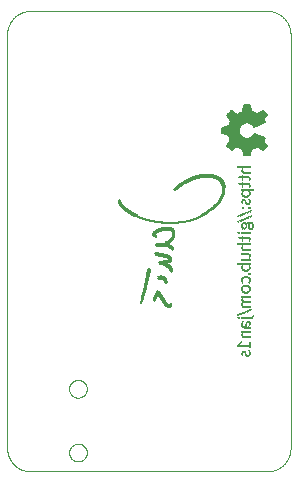
<source format=gbo>
G75*
%MOIN*%
%OFA0B0*%
%FSLAX25Y25*%
%IPPOS*%
%LPD*%
%AMOC8*
5,1,8,0,0,1.08239X$1,22.5*
%
%ADD10C,0.00000*%
%ADD11R,0.00025X0.00025*%
%ADD12R,0.00025X0.00075*%
%ADD13R,0.00025X0.00050*%
%ADD14R,0.00025X0.00150*%
%ADD15R,0.00025X0.00200*%
%ADD16R,0.00025X0.00100*%
%ADD17R,0.00025X0.00175*%
%ADD18R,0.00025X0.00675*%
%ADD19R,0.00025X0.00125*%
%ADD20R,0.00025X0.00450*%
%ADD21R,0.00025X0.00775*%
%ADD22R,0.00025X0.00300*%
%ADD23R,0.00025X0.00325*%
%ADD24R,0.00025X0.00225*%
%ADD25R,0.00025X0.01275*%
%ADD26R,0.00025X0.01400*%
%ADD27R,0.00025X0.00250*%
%ADD28R,0.00025X0.00425*%
%ADD29R,0.00025X0.00525*%
%ADD30R,0.00025X0.00875*%
%ADD31R,0.00025X0.00350*%
%ADD32R,0.00025X0.00550*%
%ADD33R,0.00025X0.00400*%
%ADD34R,0.00025X0.00800*%
%ADD35R,0.00025X0.00650*%
%ADD36R,0.00025X0.00900*%
%ADD37R,0.00025X0.01425*%
%ADD38R,0.00025X0.02475*%
%ADD39R,0.00025X0.02925*%
%ADD40R,0.00025X0.02575*%
%ADD41R,0.00025X0.00375*%
%ADD42R,0.00025X0.02625*%
%ADD43R,0.00025X0.00275*%
%ADD44R,0.00025X0.02800*%
%ADD45R,0.00025X0.00700*%
%ADD46R,0.00025X0.04400*%
%ADD47R,0.00025X0.03150*%
%ADD48R,0.00025X0.00850*%
%ADD49R,0.00025X0.03300*%
%ADD50R,0.00025X0.03225*%
%ADD51R,0.00025X0.01075*%
%ADD52R,0.00025X0.00575*%
%ADD53R,0.00025X0.04900*%
%ADD54R,0.00025X0.03600*%
%ADD55R,0.00025X0.05125*%
%ADD56R,0.00025X0.03900*%
%ADD57R,0.00025X0.05650*%
%ADD58R,0.00025X0.03250*%
%ADD59R,0.00025X0.01675*%
%ADD60R,0.00025X0.03075*%
%ADD61R,0.00025X0.01525*%
%ADD62R,0.00025X0.02725*%
%ADD63R,0.00025X0.01325*%
%ADD64R,0.00025X0.01475*%
%ADD65R,0.00025X0.02425*%
%ADD66R,0.00025X0.01250*%
%ADD67R,0.00025X0.02400*%
%ADD68R,0.00025X0.01300*%
%ADD69R,0.00025X0.02250*%
%ADD70R,0.00025X0.00825*%
%ADD71R,0.00025X0.02225*%
%ADD72R,0.00025X0.02175*%
%ADD73R,0.00025X0.01200*%
%ADD74R,0.00025X0.02150*%
%ADD75R,0.00025X0.01175*%
%ADD76R,0.00025X0.02050*%
%ADD77R,0.00025X0.01025*%
%ADD78R,0.00025X0.02100*%
%ADD79R,0.00025X0.00975*%
%ADD80R,0.00025X0.01975*%
%ADD81R,0.00025X0.01000*%
%ADD82R,0.00025X0.01900*%
%ADD83R,0.00025X0.01875*%
%ADD84R,0.00025X0.01925*%
%ADD85R,0.00025X0.01700*%
%ADD86R,0.00025X0.01725*%
%ADD87R,0.00025X0.01825*%
%ADD88R,0.00025X0.01800*%
%ADD89R,0.00025X0.00475*%
%ADD90R,0.00025X0.01650*%
%ADD91R,0.00025X0.01625*%
%ADD92R,0.00025X0.01600*%
%ADD93R,0.00025X0.01575*%
%ADD94R,0.00025X0.01550*%
%ADD95R,0.00025X0.00925*%
%ADD96R,0.00025X0.01500*%
%ADD97R,0.00025X0.01050*%
%ADD98R,0.00025X0.01150*%
%ADD99R,0.00025X0.01450*%
%ADD100R,0.00025X0.01375*%
%ADD101R,0.00025X0.01350*%
%ADD102R,0.00025X0.00750*%
%ADD103R,0.00025X0.00625*%
%ADD104R,0.00025X0.00600*%
%ADD105R,0.00025X0.00500*%
%ADD106R,0.00025X0.01225*%
%ADD107R,0.00025X0.01125*%
%ADD108R,0.00025X0.01100*%
%ADD109R,0.00025X0.00725*%
%ADD110R,0.00025X0.00950*%
%ADD111R,0.00025X0.01850*%
%ADD112R,0.00025X0.02075*%
%ADD113R,0.00025X0.02350*%
%ADD114R,0.00025X0.02600*%
%ADD115R,0.00025X0.02675*%
%ADD116R,0.00025X0.02825*%
%ADD117R,0.00025X0.02950*%
%ADD118R,0.00025X0.03025*%
%ADD119R,0.00025X0.03200*%
%ADD120R,0.00025X0.03325*%
%ADD121R,0.00025X0.03375*%
%ADD122R,0.00025X0.03425*%
%ADD123R,0.00025X0.03500*%
%ADD124R,0.00025X0.03550*%
%ADD125R,0.00025X0.03650*%
%ADD126R,0.00025X0.03700*%
%ADD127R,0.00025X0.03750*%
%ADD128R,0.00025X0.03800*%
%ADD129R,0.00025X0.03825*%
%ADD130R,0.00025X0.03925*%
%ADD131R,0.00025X0.03975*%
%ADD132R,0.00025X0.04025*%
%ADD133R,0.00025X0.04050*%
%ADD134R,0.00025X0.04150*%
%ADD135R,0.00025X0.01775*%
%ADD136R,0.00025X0.01750*%
%ADD137R,0.00025X0.01950*%
%ADD138R,0.00025X0.02000*%
%ADD139R,0.00025X0.02025*%
%ADD140R,0.00025X0.02125*%
%ADD141R,0.00025X0.02200*%
%ADD142R,0.00025X0.02275*%
%ADD143R,0.00025X0.02300*%
%ADD144R,0.00025X0.02325*%
%ADD145R,0.00025X0.02375*%
%ADD146R,0.00025X0.02450*%
%ADD147R,0.00025X0.02500*%
%ADD148R,0.00025X0.02525*%
%ADD149R,0.00025X0.02550*%
%ADD150R,0.00025X0.03050*%
%ADD151R,0.00025X0.03175*%
%ADD152R,0.00025X0.03275*%
%ADD153R,0.00025X0.03350*%
%ADD154R,0.00025X0.03400*%
%ADD155R,0.00025X0.03525*%
%ADD156R,0.00025X0.03875*%
%ADD157R,0.00025X0.04100*%
%ADD158R,0.00025X0.04125*%
%ADD159R,0.00025X0.04300*%
%ADD160R,0.00025X0.04325*%
%ADD161R,0.00025X0.04275*%
%ADD162R,0.00025X0.04200*%
%ADD163R,0.00025X0.04350*%
%ADD164R,0.00025X0.04250*%
%ADD165R,0.00025X0.04225*%
%ADD166R,0.00025X0.04175*%
%ADD167R,0.00025X0.03725*%
%ADD168R,0.00025X0.03625*%
%ADD169R,0.00025X0.03475*%
%ADD170R,0.00025X0.03450*%
%ADD171R,0.00025X0.03100*%
%ADD172R,0.00025X0.03000*%
%ADD173R,0.00025X0.02975*%
%ADD174R,0.00025X0.02850*%
%ADD175R,0.00025X0.02775*%
%ADD176R,0.00025X0.02650*%
%ADD177R,0.00100X0.00500*%
%ADD178R,0.00100X0.00400*%
%ADD179R,0.00100X0.01300*%
%ADD180R,0.00100X0.00700*%
%ADD181R,0.00100X0.01800*%
%ADD182R,0.00100X0.00800*%
%ADD183R,0.00100X0.02100*%
%ADD184R,0.00100X0.00900*%
%ADD185R,0.00100X0.00600*%
%ADD186R,0.00100X0.00100*%
%ADD187R,0.00100X0.00300*%
%ADD188R,0.00100X0.00200*%
%ADD189R,0.00100X0.02200*%
%ADD190R,0.00100X0.01000*%
%ADD191R,0.00100X0.01100*%
%ADD192R,0.00100X0.01200*%
%ADD193R,0.00100X0.01400*%
%ADD194R,0.00100X0.01500*%
%ADD195R,0.00100X0.02000*%
%ADD196R,0.00100X0.01700*%
%ADD197R,0.00100X0.01900*%
%ADD198R,0.00100X0.01600*%
%ADD199C,0.00600*%
D10*
X0009971Y0009124D02*
X0088711Y0009124D01*
X0088901Y0009126D01*
X0089091Y0009133D01*
X0089281Y0009145D01*
X0089471Y0009161D01*
X0089660Y0009181D01*
X0089849Y0009207D01*
X0090037Y0009236D01*
X0090224Y0009271D01*
X0090410Y0009310D01*
X0090595Y0009353D01*
X0090780Y0009401D01*
X0090963Y0009453D01*
X0091144Y0009509D01*
X0091324Y0009570D01*
X0091503Y0009636D01*
X0091680Y0009705D01*
X0091856Y0009779D01*
X0092029Y0009857D01*
X0092201Y0009940D01*
X0092370Y0010026D01*
X0092538Y0010116D01*
X0092703Y0010211D01*
X0092866Y0010309D01*
X0093026Y0010412D01*
X0093184Y0010518D01*
X0093339Y0010628D01*
X0093492Y0010741D01*
X0093642Y0010859D01*
X0093788Y0010980D01*
X0093932Y0011104D01*
X0094073Y0011232D01*
X0094211Y0011363D01*
X0094346Y0011498D01*
X0094477Y0011636D01*
X0094605Y0011777D01*
X0094729Y0011921D01*
X0094850Y0012067D01*
X0094968Y0012217D01*
X0095081Y0012370D01*
X0095191Y0012525D01*
X0095297Y0012683D01*
X0095400Y0012843D01*
X0095498Y0013006D01*
X0095593Y0013171D01*
X0095683Y0013339D01*
X0095769Y0013508D01*
X0095852Y0013680D01*
X0095930Y0013853D01*
X0096004Y0014029D01*
X0096073Y0014206D01*
X0096139Y0014385D01*
X0096200Y0014565D01*
X0096256Y0014746D01*
X0096308Y0014929D01*
X0096356Y0015114D01*
X0096399Y0015299D01*
X0096438Y0015485D01*
X0096473Y0015672D01*
X0096502Y0015860D01*
X0096528Y0016049D01*
X0096548Y0016238D01*
X0096564Y0016428D01*
X0096576Y0016618D01*
X0096583Y0016808D01*
X0096585Y0016998D01*
X0096585Y0154793D01*
X0096583Y0154983D01*
X0096576Y0155173D01*
X0096564Y0155363D01*
X0096548Y0155553D01*
X0096528Y0155742D01*
X0096502Y0155931D01*
X0096473Y0156119D01*
X0096438Y0156306D01*
X0096399Y0156492D01*
X0096356Y0156677D01*
X0096308Y0156862D01*
X0096256Y0157045D01*
X0096200Y0157226D01*
X0096139Y0157406D01*
X0096073Y0157585D01*
X0096004Y0157762D01*
X0095930Y0157938D01*
X0095852Y0158111D01*
X0095769Y0158283D01*
X0095683Y0158452D01*
X0095593Y0158620D01*
X0095498Y0158785D01*
X0095400Y0158948D01*
X0095297Y0159108D01*
X0095191Y0159266D01*
X0095081Y0159421D01*
X0094968Y0159574D01*
X0094850Y0159724D01*
X0094729Y0159870D01*
X0094605Y0160014D01*
X0094477Y0160155D01*
X0094346Y0160293D01*
X0094211Y0160428D01*
X0094073Y0160559D01*
X0093932Y0160687D01*
X0093788Y0160811D01*
X0093642Y0160932D01*
X0093492Y0161050D01*
X0093339Y0161163D01*
X0093184Y0161273D01*
X0093026Y0161379D01*
X0092866Y0161482D01*
X0092703Y0161580D01*
X0092538Y0161675D01*
X0092370Y0161765D01*
X0092201Y0161851D01*
X0092029Y0161934D01*
X0091856Y0162012D01*
X0091680Y0162086D01*
X0091503Y0162155D01*
X0091324Y0162221D01*
X0091144Y0162282D01*
X0090963Y0162338D01*
X0090780Y0162390D01*
X0090595Y0162438D01*
X0090410Y0162481D01*
X0090224Y0162520D01*
X0090037Y0162555D01*
X0089849Y0162584D01*
X0089660Y0162610D01*
X0089471Y0162630D01*
X0089281Y0162646D01*
X0089091Y0162658D01*
X0088901Y0162665D01*
X0088711Y0162667D01*
X0009971Y0162667D01*
X0009781Y0162665D01*
X0009591Y0162658D01*
X0009401Y0162646D01*
X0009211Y0162630D01*
X0009022Y0162610D01*
X0008833Y0162584D01*
X0008645Y0162555D01*
X0008458Y0162520D01*
X0008272Y0162481D01*
X0008087Y0162438D01*
X0007902Y0162390D01*
X0007719Y0162338D01*
X0007538Y0162282D01*
X0007358Y0162221D01*
X0007179Y0162155D01*
X0007002Y0162086D01*
X0006826Y0162012D01*
X0006653Y0161934D01*
X0006481Y0161851D01*
X0006312Y0161765D01*
X0006144Y0161675D01*
X0005979Y0161580D01*
X0005816Y0161482D01*
X0005656Y0161379D01*
X0005498Y0161273D01*
X0005343Y0161163D01*
X0005190Y0161050D01*
X0005040Y0160932D01*
X0004894Y0160811D01*
X0004750Y0160687D01*
X0004609Y0160559D01*
X0004471Y0160428D01*
X0004336Y0160293D01*
X0004205Y0160155D01*
X0004077Y0160014D01*
X0003953Y0159870D01*
X0003832Y0159724D01*
X0003714Y0159574D01*
X0003601Y0159421D01*
X0003491Y0159266D01*
X0003385Y0159108D01*
X0003282Y0158948D01*
X0003184Y0158785D01*
X0003089Y0158620D01*
X0002999Y0158452D01*
X0002913Y0158283D01*
X0002830Y0158111D01*
X0002752Y0157938D01*
X0002678Y0157762D01*
X0002609Y0157585D01*
X0002543Y0157406D01*
X0002482Y0157226D01*
X0002426Y0157045D01*
X0002374Y0156862D01*
X0002326Y0156677D01*
X0002283Y0156492D01*
X0002244Y0156306D01*
X0002209Y0156119D01*
X0002180Y0155931D01*
X0002154Y0155742D01*
X0002134Y0155553D01*
X0002118Y0155363D01*
X0002106Y0155173D01*
X0002099Y0154983D01*
X0002097Y0154793D01*
X0002097Y0016998D01*
X0002099Y0016808D01*
X0002106Y0016618D01*
X0002118Y0016428D01*
X0002134Y0016238D01*
X0002154Y0016049D01*
X0002180Y0015860D01*
X0002209Y0015672D01*
X0002244Y0015485D01*
X0002283Y0015299D01*
X0002326Y0015114D01*
X0002374Y0014929D01*
X0002426Y0014746D01*
X0002482Y0014565D01*
X0002543Y0014385D01*
X0002609Y0014206D01*
X0002678Y0014029D01*
X0002752Y0013853D01*
X0002830Y0013680D01*
X0002913Y0013508D01*
X0002999Y0013339D01*
X0003089Y0013171D01*
X0003184Y0013006D01*
X0003282Y0012843D01*
X0003385Y0012683D01*
X0003491Y0012525D01*
X0003601Y0012370D01*
X0003714Y0012217D01*
X0003832Y0012067D01*
X0003953Y0011921D01*
X0004077Y0011777D01*
X0004205Y0011636D01*
X0004336Y0011498D01*
X0004471Y0011363D01*
X0004609Y0011232D01*
X0004750Y0011104D01*
X0004894Y0010980D01*
X0005040Y0010859D01*
X0005190Y0010741D01*
X0005343Y0010628D01*
X0005498Y0010518D01*
X0005656Y0010412D01*
X0005816Y0010309D01*
X0005979Y0010211D01*
X0006144Y0010116D01*
X0006312Y0010026D01*
X0006481Y0009940D01*
X0006653Y0009857D01*
X0006826Y0009779D01*
X0007002Y0009705D01*
X0007179Y0009636D01*
X0007358Y0009570D01*
X0007538Y0009509D01*
X0007719Y0009453D01*
X0007902Y0009401D01*
X0008087Y0009353D01*
X0008272Y0009310D01*
X0008458Y0009271D01*
X0008645Y0009236D01*
X0008833Y0009207D01*
X0009022Y0009181D01*
X0009211Y0009161D01*
X0009401Y0009145D01*
X0009591Y0009133D01*
X0009781Y0009126D01*
X0009971Y0009124D01*
X0022766Y0015423D02*
X0022768Y0015531D01*
X0022774Y0015640D01*
X0022784Y0015748D01*
X0022798Y0015855D01*
X0022816Y0015962D01*
X0022837Y0016069D01*
X0022863Y0016174D01*
X0022893Y0016279D01*
X0022926Y0016382D01*
X0022963Y0016484D01*
X0023004Y0016584D01*
X0023048Y0016683D01*
X0023097Y0016781D01*
X0023148Y0016876D01*
X0023203Y0016969D01*
X0023262Y0017061D01*
X0023324Y0017150D01*
X0023389Y0017237D01*
X0023457Y0017321D01*
X0023528Y0017403D01*
X0023602Y0017482D01*
X0023679Y0017558D01*
X0023759Y0017632D01*
X0023842Y0017702D01*
X0023927Y0017770D01*
X0024014Y0017834D01*
X0024104Y0017895D01*
X0024196Y0017953D01*
X0024290Y0018007D01*
X0024386Y0018058D01*
X0024483Y0018105D01*
X0024583Y0018149D01*
X0024684Y0018189D01*
X0024786Y0018225D01*
X0024889Y0018257D01*
X0024994Y0018286D01*
X0025100Y0018310D01*
X0025206Y0018331D01*
X0025313Y0018348D01*
X0025421Y0018361D01*
X0025529Y0018370D01*
X0025638Y0018375D01*
X0025746Y0018376D01*
X0025855Y0018373D01*
X0025963Y0018366D01*
X0026071Y0018355D01*
X0026178Y0018340D01*
X0026285Y0018321D01*
X0026391Y0018298D01*
X0026496Y0018272D01*
X0026601Y0018241D01*
X0026703Y0018207D01*
X0026805Y0018169D01*
X0026905Y0018127D01*
X0027004Y0018082D01*
X0027101Y0018033D01*
X0027195Y0017980D01*
X0027288Y0017924D01*
X0027379Y0017865D01*
X0027468Y0017802D01*
X0027554Y0017737D01*
X0027638Y0017668D01*
X0027719Y0017596D01*
X0027797Y0017521D01*
X0027873Y0017443D01*
X0027946Y0017362D01*
X0028016Y0017279D01*
X0028082Y0017194D01*
X0028146Y0017106D01*
X0028206Y0017015D01*
X0028263Y0016923D01*
X0028316Y0016828D01*
X0028366Y0016732D01*
X0028412Y0016634D01*
X0028455Y0016534D01*
X0028494Y0016433D01*
X0028529Y0016330D01*
X0028561Y0016227D01*
X0028588Y0016122D01*
X0028612Y0016016D01*
X0028632Y0015909D01*
X0028648Y0015802D01*
X0028660Y0015694D01*
X0028668Y0015586D01*
X0028672Y0015477D01*
X0028672Y0015369D01*
X0028668Y0015260D01*
X0028660Y0015152D01*
X0028648Y0015044D01*
X0028632Y0014937D01*
X0028612Y0014830D01*
X0028588Y0014724D01*
X0028561Y0014619D01*
X0028529Y0014516D01*
X0028494Y0014413D01*
X0028455Y0014312D01*
X0028412Y0014212D01*
X0028366Y0014114D01*
X0028316Y0014018D01*
X0028263Y0013923D01*
X0028206Y0013831D01*
X0028146Y0013740D01*
X0028082Y0013652D01*
X0028016Y0013567D01*
X0027946Y0013484D01*
X0027873Y0013403D01*
X0027797Y0013325D01*
X0027719Y0013250D01*
X0027638Y0013178D01*
X0027554Y0013109D01*
X0027468Y0013044D01*
X0027379Y0012981D01*
X0027288Y0012922D01*
X0027196Y0012866D01*
X0027101Y0012813D01*
X0027004Y0012764D01*
X0026905Y0012719D01*
X0026805Y0012677D01*
X0026703Y0012639D01*
X0026601Y0012605D01*
X0026496Y0012574D01*
X0026391Y0012548D01*
X0026285Y0012525D01*
X0026178Y0012506D01*
X0026071Y0012491D01*
X0025963Y0012480D01*
X0025855Y0012473D01*
X0025746Y0012470D01*
X0025638Y0012471D01*
X0025529Y0012476D01*
X0025421Y0012485D01*
X0025313Y0012498D01*
X0025206Y0012515D01*
X0025100Y0012536D01*
X0024994Y0012560D01*
X0024889Y0012589D01*
X0024786Y0012621D01*
X0024684Y0012657D01*
X0024583Y0012697D01*
X0024483Y0012741D01*
X0024386Y0012788D01*
X0024290Y0012839D01*
X0024196Y0012893D01*
X0024104Y0012951D01*
X0024014Y0013012D01*
X0023927Y0013076D01*
X0023842Y0013144D01*
X0023759Y0013214D01*
X0023679Y0013288D01*
X0023602Y0013364D01*
X0023528Y0013443D01*
X0023457Y0013525D01*
X0023389Y0013609D01*
X0023324Y0013696D01*
X0023262Y0013785D01*
X0023203Y0013877D01*
X0023148Y0013970D01*
X0023097Y0014065D01*
X0023048Y0014163D01*
X0023004Y0014262D01*
X0022963Y0014362D01*
X0022926Y0014464D01*
X0022893Y0014567D01*
X0022863Y0014672D01*
X0022837Y0014777D01*
X0022816Y0014884D01*
X0022798Y0014991D01*
X0022784Y0015098D01*
X0022774Y0015206D01*
X0022768Y0015315D01*
X0022766Y0015423D01*
X0022766Y0036683D02*
X0022768Y0036791D01*
X0022774Y0036900D01*
X0022784Y0037008D01*
X0022798Y0037115D01*
X0022816Y0037222D01*
X0022837Y0037329D01*
X0022863Y0037434D01*
X0022893Y0037539D01*
X0022926Y0037642D01*
X0022963Y0037744D01*
X0023004Y0037844D01*
X0023048Y0037943D01*
X0023097Y0038041D01*
X0023148Y0038136D01*
X0023203Y0038229D01*
X0023262Y0038321D01*
X0023324Y0038410D01*
X0023389Y0038497D01*
X0023457Y0038581D01*
X0023528Y0038663D01*
X0023602Y0038742D01*
X0023679Y0038818D01*
X0023759Y0038892D01*
X0023842Y0038962D01*
X0023927Y0039030D01*
X0024014Y0039094D01*
X0024104Y0039155D01*
X0024196Y0039213D01*
X0024290Y0039267D01*
X0024386Y0039318D01*
X0024483Y0039365D01*
X0024583Y0039409D01*
X0024684Y0039449D01*
X0024786Y0039485D01*
X0024889Y0039517D01*
X0024994Y0039546D01*
X0025100Y0039570D01*
X0025206Y0039591D01*
X0025313Y0039608D01*
X0025421Y0039621D01*
X0025529Y0039630D01*
X0025638Y0039635D01*
X0025746Y0039636D01*
X0025855Y0039633D01*
X0025963Y0039626D01*
X0026071Y0039615D01*
X0026178Y0039600D01*
X0026285Y0039581D01*
X0026391Y0039558D01*
X0026496Y0039532D01*
X0026601Y0039501D01*
X0026703Y0039467D01*
X0026805Y0039429D01*
X0026905Y0039387D01*
X0027004Y0039342D01*
X0027101Y0039293D01*
X0027195Y0039240D01*
X0027288Y0039184D01*
X0027379Y0039125D01*
X0027468Y0039062D01*
X0027554Y0038997D01*
X0027638Y0038928D01*
X0027719Y0038856D01*
X0027797Y0038781D01*
X0027873Y0038703D01*
X0027946Y0038622D01*
X0028016Y0038539D01*
X0028082Y0038454D01*
X0028146Y0038366D01*
X0028206Y0038275D01*
X0028263Y0038183D01*
X0028316Y0038088D01*
X0028366Y0037992D01*
X0028412Y0037894D01*
X0028455Y0037794D01*
X0028494Y0037693D01*
X0028529Y0037590D01*
X0028561Y0037487D01*
X0028588Y0037382D01*
X0028612Y0037276D01*
X0028632Y0037169D01*
X0028648Y0037062D01*
X0028660Y0036954D01*
X0028668Y0036846D01*
X0028672Y0036737D01*
X0028672Y0036629D01*
X0028668Y0036520D01*
X0028660Y0036412D01*
X0028648Y0036304D01*
X0028632Y0036197D01*
X0028612Y0036090D01*
X0028588Y0035984D01*
X0028561Y0035879D01*
X0028529Y0035776D01*
X0028494Y0035673D01*
X0028455Y0035572D01*
X0028412Y0035472D01*
X0028366Y0035374D01*
X0028316Y0035278D01*
X0028263Y0035183D01*
X0028206Y0035091D01*
X0028146Y0035000D01*
X0028082Y0034912D01*
X0028016Y0034827D01*
X0027946Y0034744D01*
X0027873Y0034663D01*
X0027797Y0034585D01*
X0027719Y0034510D01*
X0027638Y0034438D01*
X0027554Y0034369D01*
X0027468Y0034304D01*
X0027379Y0034241D01*
X0027288Y0034182D01*
X0027196Y0034126D01*
X0027101Y0034073D01*
X0027004Y0034024D01*
X0026905Y0033979D01*
X0026805Y0033937D01*
X0026703Y0033899D01*
X0026601Y0033865D01*
X0026496Y0033834D01*
X0026391Y0033808D01*
X0026285Y0033785D01*
X0026178Y0033766D01*
X0026071Y0033751D01*
X0025963Y0033740D01*
X0025855Y0033733D01*
X0025746Y0033730D01*
X0025638Y0033731D01*
X0025529Y0033736D01*
X0025421Y0033745D01*
X0025313Y0033758D01*
X0025206Y0033775D01*
X0025100Y0033796D01*
X0024994Y0033820D01*
X0024889Y0033849D01*
X0024786Y0033881D01*
X0024684Y0033917D01*
X0024583Y0033957D01*
X0024483Y0034001D01*
X0024386Y0034048D01*
X0024290Y0034099D01*
X0024196Y0034153D01*
X0024104Y0034211D01*
X0024014Y0034272D01*
X0023927Y0034336D01*
X0023842Y0034404D01*
X0023759Y0034474D01*
X0023679Y0034548D01*
X0023602Y0034624D01*
X0023528Y0034703D01*
X0023457Y0034785D01*
X0023389Y0034869D01*
X0023324Y0034956D01*
X0023262Y0035045D01*
X0023203Y0035137D01*
X0023148Y0035230D01*
X0023097Y0035325D01*
X0023048Y0035423D01*
X0023004Y0035522D01*
X0022963Y0035622D01*
X0022926Y0035724D01*
X0022893Y0035827D01*
X0022863Y0035932D01*
X0022837Y0036037D01*
X0022816Y0036144D01*
X0022798Y0036251D01*
X0022784Y0036358D01*
X0022774Y0036466D01*
X0022768Y0036575D01*
X0022766Y0036683D01*
D11*
X0046891Y0064993D03*
X0046891Y0065668D03*
X0046966Y0066268D03*
X0047316Y0067993D03*
X0048441Y0069418D03*
X0048616Y0070118D03*
X0050966Y0066643D03*
X0052541Y0073793D03*
X0050091Y0075818D03*
X0051541Y0081643D03*
X0051641Y0081893D03*
X0051816Y0084393D03*
X0050866Y0087793D03*
X0057691Y0083493D03*
X0058166Y0088293D03*
X0058066Y0089193D03*
X0066341Y0093468D03*
X0066441Y0093518D03*
X0066491Y0093543D03*
X0066516Y0093568D03*
X0066541Y0093568D03*
X0066541Y0093643D03*
X0066766Y0093718D03*
X0066791Y0093718D03*
X0066816Y0093693D03*
X0066841Y0093693D03*
X0066991Y0093793D03*
X0066991Y0093843D03*
X0067041Y0093843D03*
X0067066Y0093918D03*
X0067141Y0093918D03*
X0067166Y0093918D03*
X0067191Y0093968D03*
X0067241Y0094018D03*
X0067216Y0094068D03*
X0067316Y0094068D03*
X0067341Y0094093D03*
X0067366Y0094143D03*
X0067416Y0094068D03*
X0067466Y0094093D03*
X0067491Y0094093D03*
X0067316Y0094018D03*
X0067266Y0093943D03*
X0066916Y0093868D03*
X0067166Y0094468D03*
X0067091Y0094643D03*
X0067466Y0094693D03*
X0067516Y0094443D03*
X0067516Y0094393D03*
X0067441Y0094293D03*
X0067641Y0094243D03*
X0067666Y0094218D03*
X0067691Y0094218D03*
X0067691Y0094293D03*
X0067766Y0094293D03*
X0067791Y0094318D03*
X0067841Y0094293D03*
X0067816Y0094268D03*
X0067791Y0094243D03*
X0067866Y0094268D03*
X0067916Y0094343D03*
X0067966Y0094368D03*
X0067941Y0094468D03*
X0067966Y0094493D03*
X0067991Y0094543D03*
X0067916Y0094543D03*
X0067891Y0094443D03*
X0067841Y0094393D03*
X0067816Y0094418D03*
X0067741Y0094418D03*
X0067716Y0094393D03*
X0067716Y0094468D03*
X0067741Y0094468D03*
X0067716Y0094593D03*
X0067791Y0094618D03*
X0068041Y0094643D03*
X0068141Y0094618D03*
X0068191Y0094618D03*
X0068141Y0094568D03*
X0068141Y0094518D03*
X0068066Y0094493D03*
X0068266Y0094568D03*
X0068316Y0094568D03*
X0068341Y0094568D03*
X0068316Y0094643D03*
X0068341Y0094668D03*
X0068366Y0094643D03*
X0068416Y0094668D03*
X0068441Y0094693D03*
X0068416Y0094743D03*
X0068441Y0094793D03*
X0068441Y0094843D03*
X0068491Y0094768D03*
X0068516Y0094668D03*
X0068616Y0094743D03*
X0068591Y0094818D03*
X0068616Y0094868D03*
X0068641Y0094893D03*
X0068666Y0094893D03*
X0068716Y0094893D03*
X0068741Y0094918D03*
X0068766Y0094893D03*
X0068791Y0094918D03*
X0068816Y0094918D03*
X0068791Y0094868D03*
X0068791Y0094818D03*
X0068766Y0094768D03*
X0068666Y0094843D03*
X0068616Y0094918D03*
X0068816Y0095018D03*
X0068816Y0095068D03*
X0068791Y0095068D03*
X0068791Y0095118D03*
X0068816Y0095143D03*
X0068816Y0095193D03*
X0068741Y0095143D03*
X0068841Y0095093D03*
X0068891Y0095068D03*
X0068916Y0095043D03*
X0068966Y0095068D03*
X0069016Y0095093D03*
X0069016Y0095143D03*
X0068991Y0095168D03*
X0069066Y0095168D03*
X0069091Y0095168D03*
X0069016Y0095243D03*
X0068966Y0095243D03*
X0068966Y0095293D03*
X0068966Y0095343D03*
X0068941Y0095343D03*
X0068916Y0095243D03*
X0069141Y0095293D03*
X0069191Y0095218D03*
X0069241Y0095143D03*
X0069266Y0095143D03*
X0069316Y0095118D03*
X0069366Y0095318D03*
X0069341Y0095368D03*
X0069366Y0095393D03*
X0069316Y0095443D03*
X0069316Y0095493D03*
X0069316Y0095543D03*
X0069341Y0095543D03*
X0069391Y0095593D03*
X0069441Y0095568D03*
X0069466Y0095543D03*
X0069491Y0095568D03*
X0069516Y0095543D03*
X0069591Y0095468D03*
X0069741Y0095618D03*
X0069716Y0095668D03*
X0069691Y0095718D03*
X0069666Y0095768D03*
X0069616Y0095793D03*
X0069616Y0095693D03*
X0069516Y0095743D03*
X0069466Y0095693D03*
X0069416Y0095768D03*
X0069441Y0095818D03*
X0069441Y0095868D03*
X0069441Y0095918D03*
X0069491Y0095843D03*
X0069641Y0095893D03*
X0069616Y0095943D03*
X0069616Y0095993D03*
X0069666Y0095993D03*
X0069566Y0096068D03*
X0069491Y0096143D03*
X0069441Y0096068D03*
X0069341Y0095993D03*
X0069266Y0095968D03*
X0069216Y0095893D03*
X0069191Y0095893D03*
X0069191Y0095843D03*
X0069291Y0095843D03*
X0069266Y0095718D03*
X0069266Y0095668D03*
X0069291Y0095668D03*
X0069341Y0095693D03*
X0069241Y0095493D03*
X0069191Y0095468D03*
X0069191Y0095418D03*
X0069166Y0095518D03*
X0069041Y0095493D03*
X0069016Y0095568D03*
X0069041Y0095743D03*
X0069041Y0095793D03*
X0069066Y0095843D03*
X0068941Y0095743D03*
X0068841Y0095643D03*
X0068766Y0095618D03*
X0069066Y0095018D03*
X0068341Y0094718D03*
X0067941Y0095143D03*
X0066591Y0094443D03*
X0069816Y0095743D03*
X0069791Y0095818D03*
X0069816Y0095868D03*
X0069866Y0095868D03*
X0069816Y0095943D03*
X0069816Y0095993D03*
X0069866Y0096018D03*
X0069916Y0096018D03*
X0069916Y0095968D03*
X0070016Y0095968D03*
X0070091Y0095918D03*
X0070191Y0095993D03*
X0070241Y0095943D03*
X0070316Y0096118D03*
X0070291Y0096193D03*
X0070341Y0096218D03*
X0070391Y0096218D03*
X0070416Y0096243D03*
X0070441Y0096243D03*
X0070466Y0096218D03*
X0070416Y0096193D03*
X0070416Y0096118D03*
X0070391Y0096068D03*
X0070541Y0096193D03*
X0070566Y0096218D03*
X0070541Y0096293D03*
X0070591Y0096293D03*
X0070641Y0096293D03*
X0070541Y0096368D03*
X0070516Y0096368D03*
X0070491Y0096418D03*
X0070541Y0096418D03*
X0070566Y0096418D03*
X0070666Y0096418D03*
X0070716Y0096443D03*
X0070716Y0096393D03*
X0070741Y0096393D03*
X0070791Y0096468D03*
X0070791Y0096518D03*
X0070866Y0096518D03*
X0070891Y0096518D03*
X0070916Y0096493D03*
X0070941Y0096518D03*
X0070991Y0096518D03*
X0071016Y0096493D03*
X0071016Y0096568D03*
X0071091Y0096593D03*
X0071066Y0096643D03*
X0071116Y0096768D03*
X0071191Y0096793D03*
X0071216Y0096793D03*
X0071241Y0096793D03*
X0071266Y0096843D03*
X0071291Y0096818D03*
X0071316Y0096768D03*
X0071266Y0096743D03*
X0071416Y0096818D03*
X0071441Y0096843D03*
X0071391Y0096918D03*
X0071416Y0096968D03*
X0071416Y0097018D03*
X0071441Y0097018D03*
X0071441Y0097093D03*
X0071441Y0097143D03*
X0071441Y0097193D03*
X0071466Y0097193D03*
X0071516Y0097193D03*
X0071516Y0097143D03*
X0071541Y0097118D03*
X0071566Y0097118D03*
X0071541Y0097043D03*
X0071566Y0097018D03*
X0071666Y0097193D03*
X0071616Y0097218D03*
X0071566Y0097268D03*
X0071516Y0097318D03*
X0071516Y0097393D03*
X0071491Y0097393D03*
X0071466Y0097393D03*
X0071441Y0097418D03*
X0071441Y0097468D03*
X0071466Y0097543D03*
X0071391Y0097593D03*
X0071366Y0097593D03*
X0071316Y0097593D03*
X0071366Y0097543D03*
X0071466Y0097668D03*
X0071541Y0097743D03*
X0071541Y0097793D03*
X0071616Y0097768D03*
X0071641Y0097768D03*
X0071666Y0097793D03*
X0071666Y0097743D03*
X0071666Y0097693D03*
X0071716Y0097643D03*
X0071716Y0097593D03*
X0071741Y0097593D03*
X0071766Y0097618D03*
X0071841Y0097543D03*
X0071916Y0097568D03*
X0071941Y0097618D03*
X0071966Y0097693D03*
X0072016Y0097693D03*
X0072041Y0097668D03*
X0072091Y0097718D03*
X0072116Y0097743D03*
X0072141Y0097743D03*
X0072116Y0097793D03*
X0072116Y0097693D03*
X0072191Y0097693D03*
X0072216Y0097693D03*
X0072216Y0097743D03*
X0072241Y0097768D03*
X0072266Y0097768D03*
X0072241Y0097818D03*
X0072216Y0097918D03*
X0072216Y0097968D03*
X0072216Y0098018D03*
X0072266Y0097993D03*
X0072366Y0097893D03*
X0072391Y0097893D03*
X0072341Y0097868D03*
X0072416Y0097843D03*
X0072516Y0097818D03*
X0072566Y0097918D03*
X0072591Y0097918D03*
X0072616Y0097943D03*
X0072491Y0097943D03*
X0072441Y0098068D03*
X0072591Y0098093D03*
X0072591Y0098143D03*
X0072641Y0098093D03*
X0072666Y0098068D03*
X0072716Y0098118D03*
X0072766Y0098118D03*
X0072766Y0098168D03*
X0072816Y0098193D03*
X0072866Y0098218D03*
X0072866Y0098268D03*
X0072841Y0098318D03*
X0072766Y0098368D03*
X0073016Y0098418D03*
X0073016Y0098468D03*
X0073141Y0098518D03*
X0073141Y0098618D03*
X0073141Y0098668D03*
X0073191Y0098643D03*
X0073216Y0098668D03*
X0073266Y0098768D03*
X0073216Y0098868D03*
X0073141Y0098793D03*
X0073366Y0099018D03*
X0073366Y0099068D03*
X0073366Y0099118D03*
X0073416Y0099118D03*
X0073441Y0099143D03*
X0073466Y0099193D03*
X0073491Y0099193D03*
X0073541Y0099168D03*
X0073516Y0099268D03*
X0073491Y0099318D03*
X0073441Y0099293D03*
X0073416Y0099343D03*
X0073341Y0099318D03*
X0073341Y0099243D03*
X0073366Y0099193D03*
X0073341Y0099168D03*
X0073291Y0099393D03*
X0073266Y0099468D03*
X0073191Y0099668D03*
X0073191Y0099743D03*
X0073291Y0099818D03*
X0073166Y0099868D03*
X0073191Y0099968D03*
X0073291Y0100068D03*
X0073291Y0100118D03*
X0073341Y0100218D03*
X0073366Y0100218D03*
X0073366Y0100268D03*
X0073416Y0100393D03*
X0073441Y0100418D03*
X0073491Y0100543D03*
X0073541Y0100193D03*
X0073491Y0100143D03*
X0073566Y0100118D03*
X0073641Y0100118D03*
X0073641Y0100168D03*
X0073641Y0100068D03*
X0073666Y0100018D03*
X0073691Y0100018D03*
X0073716Y0100043D03*
X0073741Y0100068D03*
X0073766Y0100118D03*
X0073766Y0100168D03*
X0073791Y0100193D03*
X0073841Y0100243D03*
X0073866Y0100168D03*
X0073916Y0100118D03*
X0073891Y0100093D03*
X0073791Y0100043D03*
X0073766Y0099993D03*
X0073741Y0099993D03*
X0073716Y0099968D03*
X0073666Y0099968D03*
X0073616Y0099943D03*
X0073591Y0099943D03*
X0073566Y0099943D03*
X0073541Y0099843D03*
X0073566Y0099818D03*
X0073566Y0099768D03*
X0073516Y0099768D03*
X0073516Y0099718D03*
X0073516Y0099668D03*
X0073591Y0099618D03*
X0073641Y0099593D03*
X0073616Y0099568D03*
X0073616Y0099518D03*
X0073591Y0099518D03*
X0073566Y0099518D03*
X0073491Y0099568D03*
X0073491Y0099443D03*
X0073516Y0099443D03*
X0073591Y0099368D03*
X0073616Y0099368D03*
X0073641Y0099418D03*
X0073666Y0099418D03*
X0073641Y0099468D03*
X0073691Y0099368D03*
X0073791Y0099618D03*
X0073741Y0099843D03*
X0073766Y0099893D03*
X0073766Y0099943D03*
X0073791Y0099968D03*
X0073941Y0099943D03*
X0073891Y0099843D03*
X0073991Y0100193D03*
X0073991Y0100243D03*
X0073966Y0100268D03*
X0073991Y0100293D03*
X0074016Y0100318D03*
X0074041Y0100318D03*
X0074116Y0100318D03*
X0074141Y0100418D03*
X0074141Y0100468D03*
X0074116Y0100493D03*
X0074141Y0100518D03*
X0074166Y0100518D03*
X0074191Y0100543D03*
X0074216Y0100568D03*
X0074241Y0100593D03*
X0074266Y0100643D03*
X0074291Y0100643D03*
X0074266Y0100718D03*
X0074266Y0100768D03*
X0074291Y0100793D03*
X0074316Y0100793D03*
X0074316Y0100743D03*
X0074391Y0100768D03*
X0074441Y0100793D03*
X0074341Y0100868D03*
X0074241Y0100868D03*
X0074191Y0100768D03*
X0074041Y0100743D03*
X0074141Y0100618D03*
X0074191Y0100493D03*
X0073966Y0100543D03*
X0073941Y0100518D03*
X0074466Y0100918D03*
X0074441Y0100968D03*
X0074466Y0100993D03*
X0074491Y0101093D03*
X0074516Y0101118D03*
X0074491Y0101193D03*
X0074466Y0101193D03*
X0074416Y0101193D03*
X0074416Y0101243D03*
X0074466Y0101268D03*
X0074491Y0101318D03*
X0074516Y0101293D03*
X0074566Y0101318D03*
X0074591Y0101343D03*
X0074541Y0101418D03*
X0074541Y0101493D03*
X0074466Y0101493D03*
X0074441Y0101543D03*
X0074466Y0101618D03*
X0074491Y0101643D03*
X0074541Y0101643D03*
X0074591Y0101593D03*
X0074566Y0101568D03*
X0074541Y0101743D03*
X0074541Y0101818D03*
X0074516Y0101868D03*
X0074491Y0101918D03*
X0074466Y0101943D03*
X0074466Y0101993D03*
X0074416Y0102018D03*
X0074541Y0102093D03*
X0074491Y0102168D03*
X0074591Y0102193D03*
X0074591Y0102243D03*
X0074541Y0102318D03*
X0074541Y0102393D03*
X0074491Y0102443D03*
X0074491Y0102518D03*
X0074516Y0102518D03*
X0074541Y0102593D03*
X0074591Y0102543D03*
X0074616Y0102568D03*
X0074616Y0102643D03*
X0074616Y0102693D03*
X0074616Y0102743D03*
X0074691Y0102693D03*
X0074741Y0102718D03*
X0074741Y0102793D03*
X0074666Y0102843D03*
X0074616Y0102868D03*
X0074641Y0102918D03*
X0074616Y0102968D03*
X0074591Y0102968D03*
X0074691Y0103018D03*
X0074716Y0103018D03*
X0074716Y0103068D03*
X0074741Y0103093D03*
X0074766Y0103093D03*
X0074841Y0103118D03*
X0074691Y0103243D03*
X0074641Y0103268D03*
X0074641Y0103218D03*
X0074616Y0103193D03*
X0074641Y0103143D03*
X0074616Y0103318D03*
X0074691Y0103393D03*
X0074716Y0103418D03*
X0074741Y0103468D03*
X0074841Y0103443D03*
X0074841Y0103518D03*
X0074866Y0103518D03*
X0074891Y0103518D03*
X0074891Y0103593D03*
X0074916Y0103593D03*
X0074941Y0103593D03*
X0074841Y0103593D03*
X0074791Y0103593D03*
X0074716Y0103643D03*
X0074666Y0103668D03*
X0074641Y0103668D03*
X0074641Y0103618D03*
X0074666Y0103618D03*
X0074641Y0103568D03*
X0074691Y0103568D03*
X0074741Y0103693D03*
X0074791Y0103743D03*
X0074816Y0103693D03*
X0074841Y0103818D03*
X0074816Y0103868D03*
X0074741Y0103918D03*
X0074791Y0103968D03*
X0074816Y0103968D03*
X0074766Y0103993D03*
X0074841Y0104043D03*
X0074816Y0104118D03*
X0074816Y0104168D03*
X0074841Y0104193D03*
X0074891Y0104118D03*
X0074941Y0103993D03*
X0074841Y0104293D03*
X0074816Y0104343D03*
X0074841Y0104368D03*
X0074791Y0104393D03*
X0074816Y0104443D03*
X0074791Y0104468D03*
X0074816Y0104493D03*
X0074891Y0104493D03*
X0074866Y0104418D03*
X0074741Y0104593D03*
X0074741Y0104643D03*
X0074766Y0104718D03*
X0074741Y0104793D03*
X0074741Y0104843D03*
X0074691Y0104918D03*
X0074691Y0104968D03*
X0074641Y0104918D03*
X0074691Y0105043D03*
X0074666Y0105093D03*
X0074641Y0105143D03*
X0074566Y0105118D03*
X0074541Y0105268D03*
X0074516Y0105493D03*
X0074491Y0105493D03*
X0074441Y0105568D03*
X0074366Y0105618D03*
X0074366Y0105693D03*
X0074391Y0105693D03*
X0074241Y0105818D03*
X0074216Y0105793D03*
X0074191Y0105818D03*
X0074216Y0106068D03*
X0074491Y0104568D03*
X0074841Y0104643D03*
X0074791Y0103318D03*
X0074741Y0103293D03*
X0074541Y0102818D03*
X0074516Y0102768D03*
X0074516Y0102718D03*
X0074391Y0102518D03*
X0074366Y0102518D03*
X0074466Y0102368D03*
X0074666Y0102443D03*
X0074716Y0102443D03*
X0074741Y0102468D03*
X0074716Y0102493D03*
X0074716Y0102393D03*
X0074691Y0102393D03*
X0074716Y0102193D03*
X0074641Y0102118D03*
X0074616Y0102143D03*
X0074741Y0102068D03*
X0074641Y0101943D03*
X0074591Y0101893D03*
X0074566Y0101893D03*
X0074691Y0101868D03*
X0074441Y0101743D03*
X0074366Y0101718D03*
X0074441Y0101368D03*
X0074391Y0101318D03*
X0074516Y0101218D03*
X0074541Y0101243D03*
X0074391Y0101118D03*
X0074366Y0101068D03*
X0074016Y0102243D03*
X0074041Y0102393D03*
X0074066Y0102468D03*
X0074041Y0102818D03*
X0074041Y0102943D03*
X0074766Y0102593D03*
X0073466Y0100018D03*
X0073041Y0099543D03*
X0072316Y0097743D03*
X0072191Y0097643D03*
X0071991Y0097743D03*
X0072016Y0097818D03*
X0071841Y0097818D03*
X0071841Y0097743D03*
X0071891Y0097693D03*
X0071891Y0097418D03*
X0071941Y0097393D03*
X0071991Y0097293D03*
X0071816Y0097343D03*
X0071816Y0097393D03*
X0071741Y0097368D03*
X0071716Y0097368D03*
X0071691Y0097368D03*
X0071641Y0097393D03*
X0071541Y0097393D03*
X0071516Y0097443D03*
X0071616Y0097493D03*
X0071691Y0097493D03*
X0071741Y0097443D03*
X0071741Y0097293D03*
X0071541Y0097593D03*
X0071291Y0097318D03*
X0071116Y0097293D03*
X0071291Y0097118D03*
X0071391Y0097143D03*
X0071266Y0097018D03*
X0071216Y0097018D03*
X0071216Y0096968D03*
X0071241Y0096968D03*
X0071216Y0096918D03*
X0071166Y0096893D03*
X0071041Y0096818D03*
X0070966Y0096818D03*
X0070866Y0096793D03*
X0070891Y0096618D03*
X0070866Y0096468D03*
X0070891Y0096418D03*
X0070916Y0096393D03*
X0070941Y0096393D03*
X0071016Y0096418D03*
X0071116Y0096518D03*
X0070691Y0096518D03*
X0070391Y0096318D03*
X0070341Y0096318D03*
X0070291Y0096293D03*
X0070191Y0096443D03*
X0070191Y0096493D03*
X0070066Y0096318D03*
X0069966Y0096268D03*
X0069941Y0096268D03*
X0069941Y0096218D03*
X0069916Y0096168D03*
X0069891Y0096143D03*
X0069816Y0096093D03*
X0069791Y0096068D03*
X0069766Y0095918D03*
X0069991Y0096068D03*
X0070041Y0096068D03*
X0070091Y0096093D03*
X0070141Y0096168D03*
X0069916Y0096418D03*
X0069816Y0096318D03*
X0070041Y0095793D03*
X0070591Y0096143D03*
X0070466Y0096843D03*
X0071791Y0098043D03*
X0055566Y0072418D03*
D12*
X0055566Y0072268D03*
X0051841Y0084393D03*
X0057341Y0088118D03*
X0057766Y0103043D03*
X0057841Y0103068D03*
X0057916Y0103118D03*
X0057941Y0103118D03*
X0057966Y0103118D03*
X0067516Y0094893D03*
X0067566Y0094493D03*
X0067441Y0094393D03*
X0067466Y0094318D03*
X0067541Y0094268D03*
X0067466Y0094218D03*
X0067441Y0094218D03*
X0067416Y0094143D03*
X0067391Y0094143D03*
X0067166Y0094068D03*
X0067141Y0093993D03*
X0067116Y0093993D03*
X0067641Y0094318D03*
X0067716Y0094318D03*
X0067741Y0094318D03*
X0067766Y0094493D03*
X0067791Y0094543D03*
X0068066Y0094568D03*
X0068116Y0094543D03*
X0068241Y0094618D03*
X0068266Y0094643D03*
X0068316Y0094743D03*
X0068616Y0094993D03*
X0068766Y0094968D03*
X0068941Y0095268D03*
X0068991Y0095343D03*
X0069016Y0095393D03*
X0069066Y0095368D03*
X0069091Y0095368D03*
X0069141Y0095418D03*
X0069241Y0095418D03*
X0069216Y0095518D03*
X0069016Y0095493D03*
X0068841Y0095393D03*
X0069416Y0095693D03*
X0069466Y0095768D03*
X0069416Y0095843D03*
X0069466Y0095893D03*
X0069466Y0096018D03*
X0069491Y0096068D03*
X0069516Y0096043D03*
X0069566Y0095993D03*
X0069766Y0096018D03*
X0069866Y0095943D03*
X0069891Y0095968D03*
X0069791Y0096143D03*
X0069816Y0096193D03*
X0069866Y0096218D03*
X0069891Y0096218D03*
X0069916Y0096243D03*
X0069891Y0096318D03*
X0069916Y0096343D03*
X0069941Y0096343D03*
X0070091Y0096393D03*
X0070041Y0096468D03*
X0070066Y0096493D03*
X0070166Y0096218D03*
X0070191Y0096193D03*
X0070516Y0096468D03*
X0070616Y0096443D03*
X0070916Y0096643D03*
X0070941Y0096643D03*
X0071016Y0096643D03*
X0070866Y0096718D03*
X0070966Y0096893D03*
X0071116Y0097218D03*
X0071191Y0097243D03*
X0071141Y0097368D03*
X0071366Y0097468D03*
X0071466Y0097468D03*
X0071491Y0097468D03*
X0071591Y0097518D03*
X0071541Y0097668D03*
X0071491Y0097693D03*
X0071466Y0097318D03*
X0071541Y0097293D03*
X0071416Y0097168D03*
X0071341Y0097143D03*
X0071341Y0097043D03*
X0071391Y0097018D03*
X0071466Y0097093D03*
X0071866Y0097818D03*
X0071891Y0097893D03*
X0071941Y0097893D03*
X0071966Y0097968D03*
X0072016Y0097918D03*
X0072141Y0097843D03*
X0072041Y0097743D03*
X0072291Y0097918D03*
X0072316Y0097893D03*
X0072541Y0098143D03*
X0072816Y0098268D03*
X0072941Y0098318D03*
X0073241Y0098743D03*
X0073266Y0098868D03*
X0073341Y0098918D03*
X0073391Y0099193D03*
X0073416Y0099193D03*
X0073466Y0099268D03*
X0073316Y0099293D03*
X0073441Y0099618D03*
X0073466Y0099843D03*
X0073516Y0099843D03*
X0073516Y0099943D03*
X0073466Y0099943D03*
X0073391Y0099993D03*
X0073466Y0100093D03*
X0073341Y0100118D03*
X0073216Y0099943D03*
X0072991Y0099593D03*
X0073691Y0099893D03*
X0073716Y0100193D03*
X0073641Y0100243D03*
X0073816Y0100168D03*
X0073916Y0100268D03*
X0074091Y0100468D03*
X0074116Y0100593D03*
X0074141Y0100743D03*
X0074216Y0100743D03*
X0074266Y0100868D03*
X0074366Y0100993D03*
X0074416Y0100968D03*
X0074416Y0101068D03*
X0074316Y0101043D03*
X0074266Y0101193D03*
X0074466Y0101418D03*
X0074441Y0101468D03*
X0074341Y0101618D03*
X0074341Y0101843D03*
X0074466Y0102068D03*
X0074516Y0102193D03*
X0074541Y0102193D03*
X0074566Y0102193D03*
X0074466Y0102293D03*
X0074391Y0102443D03*
X0074441Y0102518D03*
X0074441Y0102643D03*
X0074591Y0102668D03*
X0074566Y0102493D03*
X0074316Y0102518D03*
X0074041Y0102468D03*
X0074491Y0102893D03*
X0074616Y0103118D03*
X0074741Y0103193D03*
X0074691Y0103318D03*
X0074666Y0103343D03*
X0074591Y0103368D03*
X0074591Y0103268D03*
X0074691Y0103643D03*
X0074716Y0103718D03*
X0074766Y0103693D03*
X0074816Y0103793D03*
X0074691Y0103818D03*
X0074491Y0103668D03*
X0074816Y0104043D03*
X0074916Y0104118D03*
X0074816Y0104243D03*
X0074816Y0104718D03*
X0074791Y0104743D03*
X0074741Y0104718D03*
X0074691Y0104768D03*
X0074566Y0105368D03*
X0074541Y0105368D03*
X0074541Y0105493D03*
X0071891Y0098018D03*
X0069716Y0096143D03*
D13*
X0069691Y0096155D03*
X0069616Y0096155D03*
X0069591Y0096105D03*
X0069541Y0096055D03*
X0069441Y0096005D03*
X0069366Y0096030D03*
X0069241Y0095880D03*
X0069216Y0095830D03*
X0069141Y0095855D03*
X0069016Y0095755D03*
X0069166Y0095580D03*
X0069191Y0095555D03*
X0069141Y0095505D03*
X0069116Y0095480D03*
X0069066Y0095455D03*
X0068966Y0095405D03*
X0068891Y0095330D03*
X0068891Y0095230D03*
X0068941Y0095155D03*
X0068916Y0095130D03*
X0068891Y0095130D03*
X0068866Y0095055D03*
X0068841Y0095030D03*
X0068791Y0094980D03*
X0068741Y0095030D03*
X0068766Y0095130D03*
X0068666Y0094955D03*
X0068566Y0094830D03*
X0068541Y0094780D03*
X0068391Y0094755D03*
X0068391Y0094655D03*
X0068216Y0094705D03*
X0068191Y0094730D03*
X0068116Y0094680D03*
X0068016Y0094580D03*
X0068041Y0094555D03*
X0067916Y0094480D03*
X0067741Y0094530D03*
X0067666Y0094330D03*
X0067566Y0094280D03*
X0067441Y0094130D03*
X0067316Y0094130D03*
X0067266Y0094105D03*
X0067291Y0093980D03*
X0067166Y0093980D03*
X0067091Y0093955D03*
X0067116Y0093905D03*
X0067091Y0093880D03*
X0067016Y0093855D03*
X0066916Y0093805D03*
X0066816Y0093755D03*
X0066691Y0093655D03*
X0066866Y0093955D03*
X0066166Y0093405D03*
X0067291Y0094780D03*
X0067441Y0094780D03*
X0067491Y0094605D03*
X0067841Y0095080D03*
X0068091Y0094405D03*
X0069016Y0095305D03*
X0069091Y0095280D03*
X0069116Y0095280D03*
X0069291Y0095480D03*
X0069291Y0095580D03*
X0069416Y0095605D03*
X0069316Y0095705D03*
X0069441Y0095755D03*
X0069616Y0095880D03*
X0069666Y0095930D03*
X0069641Y0095955D03*
X0069716Y0096005D03*
X0069791Y0096005D03*
X0069866Y0096080D03*
X0069841Y0096155D03*
X0069716Y0096230D03*
X0069966Y0096080D03*
X0070016Y0096155D03*
X0070091Y0096305D03*
X0070116Y0096380D03*
X0070066Y0096405D03*
X0069991Y0096405D03*
X0070191Y0096355D03*
X0070191Y0096280D03*
X0070316Y0096205D03*
X0070291Y0096130D03*
X0070341Y0096080D03*
X0070216Y0096130D03*
X0070166Y0095930D03*
X0070491Y0096205D03*
X0070466Y0096430D03*
X0070691Y0096455D03*
X0070741Y0096505D03*
X0070816Y0096530D03*
X0070866Y0096630D03*
X0070941Y0096730D03*
X0070991Y0096755D03*
X0071016Y0096755D03*
X0071041Y0096730D03*
X0071066Y0096730D03*
X0071091Y0096730D03*
X0071091Y0096655D03*
X0071166Y0096705D03*
X0071166Y0096805D03*
X0071191Y0096855D03*
X0071166Y0096955D03*
X0071266Y0096955D03*
X0071316Y0096955D03*
X0071341Y0096930D03*
X0071466Y0096930D03*
X0071491Y0097005D03*
X0071491Y0097105D03*
X0071566Y0097205D03*
X0071391Y0097230D03*
X0071416Y0097305D03*
X0071541Y0097455D03*
X0071591Y0097430D03*
X0071566Y0097505D03*
X0071566Y0097605D03*
X0071491Y0097605D03*
X0071466Y0097605D03*
X0071441Y0097655D03*
X0071391Y0097655D03*
X0071516Y0097705D03*
X0071616Y0097830D03*
X0071641Y0097830D03*
X0071666Y0097855D03*
X0071766Y0097980D03*
X0071941Y0097980D03*
X0071966Y0097880D03*
X0071966Y0097805D03*
X0071941Y0097805D03*
X0071916Y0097780D03*
X0071891Y0097805D03*
X0071991Y0097805D03*
X0072016Y0097755D03*
X0072066Y0097730D03*
X0071941Y0097705D03*
X0071866Y0097705D03*
X0071841Y0097655D03*
X0071791Y0097605D03*
X0071791Y0097705D03*
X0071691Y0097555D03*
X0071666Y0097455D03*
X0071666Y0097355D03*
X0071766Y0097380D03*
X0071766Y0097455D03*
X0071791Y0097455D03*
X0071991Y0097605D03*
X0072216Y0097830D03*
X0072191Y0097880D03*
X0072291Y0097830D03*
X0072316Y0097980D03*
X0072416Y0097930D03*
X0072441Y0097980D03*
X0072541Y0098055D03*
X0072641Y0098155D03*
X0072616Y0098180D03*
X0072666Y0098230D03*
X0072716Y0098205D03*
X0072916Y0098330D03*
X0072916Y0098405D03*
X0073016Y0098530D03*
X0073091Y0098580D03*
X0073141Y0098730D03*
X0073216Y0098730D03*
X0073216Y0098805D03*
X0073416Y0098955D03*
X0073316Y0099205D03*
X0073366Y0099280D03*
X0073291Y0099330D03*
X0073341Y0099380D03*
X0073316Y0099405D03*
X0073291Y0099480D03*
X0073391Y0099505D03*
X0073416Y0099480D03*
X0073441Y0099480D03*
X0073491Y0099505D03*
X0073516Y0099505D03*
X0073541Y0099480D03*
X0073516Y0099580D03*
X0073341Y0099630D03*
X0073441Y0099830D03*
X0073541Y0099930D03*
X0073616Y0099880D03*
X0073666Y0099780D03*
X0073616Y0099755D03*
X0073741Y0099905D03*
X0073616Y0100005D03*
X0073516Y0100030D03*
X0073391Y0100080D03*
X0073416Y0100305D03*
X0073541Y0100255D03*
X0073716Y0100105D03*
X0073891Y0100255D03*
X0073941Y0100255D03*
X0073991Y0100380D03*
X0073991Y0100480D03*
X0073966Y0100605D03*
X0074091Y0100580D03*
X0074166Y0100580D03*
X0074241Y0100680D03*
X0074366Y0100705D03*
X0074366Y0100855D03*
X0074391Y0100905D03*
X0074391Y0100980D03*
X0074391Y0101055D03*
X0074441Y0101055D03*
X0074316Y0100955D03*
X0074241Y0100930D03*
X0074241Y0101005D03*
X0074291Y0100855D03*
X0074191Y0100830D03*
X0074166Y0100430D03*
X0074191Y0100380D03*
X0074116Y0100380D03*
X0074091Y0100355D03*
X0074441Y0101255D03*
X0074416Y0101305D03*
X0074466Y0101330D03*
X0074516Y0101405D03*
X0074516Y0101480D03*
X0074491Y0101505D03*
X0074466Y0101555D03*
X0074541Y0101555D03*
X0074566Y0101505D03*
X0074516Y0101680D03*
X0074466Y0101680D03*
X0074491Y0101730D03*
X0074466Y0101780D03*
X0074441Y0101805D03*
X0074466Y0101855D03*
X0074491Y0101855D03*
X0074541Y0101905D03*
X0074516Y0101955D03*
X0074591Y0101980D03*
X0074566Y0101830D03*
X0074516Y0101780D03*
X0074341Y0101705D03*
X0074266Y0101530D03*
X0074391Y0101980D03*
X0074466Y0102205D03*
X0074591Y0102380D03*
X0074666Y0102555D03*
X0074666Y0102705D03*
X0074641Y0102705D03*
X0074591Y0102755D03*
X0074541Y0102755D03*
X0074491Y0102805D03*
X0074541Y0102880D03*
X0074591Y0102855D03*
X0074541Y0102955D03*
X0074466Y0102905D03*
X0074641Y0103080D03*
X0074666Y0103055D03*
X0074666Y0103130D03*
X0074616Y0103255D03*
X0074641Y0103380D03*
X0074691Y0103505D03*
X0074716Y0103530D03*
X0074741Y0103530D03*
X0074816Y0103505D03*
X0074616Y0103580D03*
X0074666Y0103730D03*
X0074691Y0103730D03*
X0074741Y0103780D03*
X0074766Y0103780D03*
X0074741Y0103855D03*
X0074791Y0103855D03*
X0074791Y0104230D03*
X0074791Y0104305D03*
X0074691Y0104405D03*
X0074766Y0104480D03*
X0074791Y0104530D03*
X0074816Y0104605D03*
X0074766Y0104630D03*
X0074691Y0104655D03*
X0074691Y0104855D03*
X0074716Y0104855D03*
X0074591Y0104930D03*
X0074641Y0104980D03*
X0074591Y0105005D03*
X0074616Y0105080D03*
X0074616Y0105155D03*
X0074566Y0105180D03*
X0074591Y0105205D03*
X0074566Y0105255D03*
X0074516Y0105380D03*
X0074491Y0105430D03*
X0074341Y0105605D03*
X0074366Y0105755D03*
X0073966Y0106405D03*
X0074841Y0104455D03*
X0074791Y0103255D03*
X0073416Y0099405D03*
X0073216Y0099305D03*
X0071916Y0098155D03*
X0071891Y0098105D03*
X0071216Y0097480D03*
X0071191Y0097155D03*
X0071041Y0096880D03*
X0071016Y0096830D03*
X0070991Y0096830D03*
X0070991Y0096905D03*
X0070891Y0096855D03*
X0070791Y0096405D03*
X0070716Y0096330D03*
X0070691Y0096330D03*
X0057891Y0103105D03*
X0057866Y0103080D03*
X0050841Y0088105D03*
X0052866Y0078505D03*
X0049866Y0074980D03*
X0048991Y0075930D03*
X0048591Y0073855D03*
X0052516Y0073380D03*
X0055566Y0072105D03*
X0051866Y0066455D03*
X0050941Y0066355D03*
X0050966Y0066180D03*
X0047191Y0067455D03*
X0046866Y0065405D03*
X0057016Y0079205D03*
X0057166Y0079580D03*
X0057766Y0083155D03*
X0057666Y0083505D03*
D14*
X0052891Y0078530D03*
X0066866Y0093830D03*
X0067141Y0094130D03*
X0067266Y0094230D03*
X0067516Y0094230D03*
X0067541Y0094430D03*
X0067616Y0094530D03*
X0067666Y0094455D03*
X0068641Y0095030D03*
X0068841Y0095530D03*
X0069041Y0095605D03*
X0069066Y0095730D03*
X0069841Y0096280D03*
X0070716Y0096555D03*
X0071116Y0097080D03*
X0071316Y0097080D03*
X0071666Y0097580D03*
X0071591Y0097655D03*
X0071916Y0097905D03*
X0072066Y0097930D03*
X0072116Y0097930D03*
X0073191Y0098780D03*
X0073166Y0098905D03*
X0073266Y0099355D03*
X0073266Y0099580D03*
X0073491Y0099705D03*
X0073441Y0100130D03*
X0073391Y0100205D03*
X0073441Y0100305D03*
X0073491Y0100405D03*
X0073941Y0100405D03*
X0074391Y0101655D03*
X0074391Y0101855D03*
X0074416Y0102680D03*
X0074491Y0102680D03*
X0074716Y0103180D03*
X0074766Y0103205D03*
X0074666Y0103505D03*
X0074741Y0104055D03*
X0074791Y0104080D03*
X0074691Y0104530D03*
X0074666Y0104780D03*
X0074266Y0105705D03*
X0073641Y0106705D03*
X0058491Y0102980D03*
X0058466Y0102930D03*
X0058441Y0102930D03*
X0058391Y0102905D03*
X0058366Y0102880D03*
X0058166Y0102730D03*
D15*
X0058241Y0102780D03*
X0058591Y0103105D03*
X0058666Y0103155D03*
X0058691Y0103180D03*
X0067166Y0094605D03*
X0067316Y0094705D03*
X0067466Y0094555D03*
X0067391Y0094305D03*
X0068541Y0094930D03*
X0068741Y0095480D03*
X0069141Y0095705D03*
X0069191Y0095705D03*
X0069216Y0095680D03*
X0069341Y0095855D03*
X0070041Y0096305D03*
X0070816Y0096680D03*
X0071041Y0097030D03*
X0070991Y0097180D03*
X0071041Y0097255D03*
X0071366Y0097305D03*
X0071616Y0097630D03*
X0071841Y0098005D03*
X0071941Y0098130D03*
X0071966Y0098130D03*
X0073291Y0099180D03*
X0073366Y0100080D03*
X0073466Y0100255D03*
X0074116Y0100780D03*
X0074266Y0101030D03*
X0074391Y0101455D03*
X0074316Y0102680D03*
X0074441Y0102805D03*
X0074566Y0102730D03*
X0074741Y0104255D03*
X0074766Y0104255D03*
X0074641Y0104755D03*
X0074216Y0105930D03*
X0074241Y0105955D03*
D16*
X0074341Y0105780D03*
X0074541Y0105180D03*
X0074591Y0105105D03*
X0074716Y0104730D03*
X0074766Y0104080D03*
X0074666Y0103830D03*
X0074641Y0103480D03*
X0074691Y0103130D03*
X0074516Y0102855D03*
X0074466Y0102805D03*
X0074366Y0102730D03*
X0074466Y0102680D03*
X0074366Y0102605D03*
X0074416Y0102530D03*
X0074516Y0102430D03*
X0074491Y0102330D03*
X0074516Y0102305D03*
X0074641Y0102605D03*
X0074341Y0102855D03*
X0074441Y0101655D03*
X0074491Y0101405D03*
X0074391Y0101230D03*
X0074366Y0101205D03*
X0074441Y0101155D03*
X0074466Y0101105D03*
X0074241Y0101105D03*
X0074166Y0100830D03*
X0074241Y0100780D03*
X0073991Y0100630D03*
X0073466Y0100430D03*
X0073566Y0100030D03*
X0073441Y0099730D03*
X0073341Y0099480D03*
X0073366Y0099430D03*
X0073391Y0099080D03*
X0073466Y0099080D03*
X0073191Y0099080D03*
X0073166Y0098755D03*
X0072616Y0098080D03*
X0072266Y0097905D03*
X0072241Y0097905D03*
X0071991Y0097905D03*
X0071916Y0098055D03*
X0071591Y0097805D03*
X0071691Y0097655D03*
X0071441Y0097555D03*
X0071441Y0097330D03*
X0071116Y0097380D03*
X0070991Y0097005D03*
X0070966Y0097005D03*
X0071116Y0096930D03*
X0071141Y0096855D03*
X0070966Y0096705D03*
X0070966Y0096580D03*
X0070191Y0096580D03*
X0070141Y0096505D03*
X0070091Y0096505D03*
X0070016Y0096380D03*
X0069966Y0096405D03*
X0070016Y0096255D03*
X0070066Y0096230D03*
X0070091Y0096205D03*
X0069966Y0096180D03*
X0069791Y0096255D03*
X0069666Y0096155D03*
X0069691Y0096030D03*
X0069541Y0095930D03*
X0069491Y0095955D03*
X0069391Y0095805D03*
X0069291Y0095755D03*
X0069391Y0095680D03*
X0069441Y0095655D03*
X0069491Y0095755D03*
X0069291Y0095930D03*
X0069016Y0095655D03*
X0069066Y0095555D03*
X0069091Y0095480D03*
X0069116Y0095380D03*
X0068816Y0095305D03*
X0068841Y0095230D03*
X0068466Y0095405D03*
X0068291Y0094855D03*
X0068291Y0094730D03*
X0068241Y0094730D03*
X0067691Y0094555D03*
X0067666Y0094680D03*
X0067466Y0094805D03*
X0067491Y0094855D03*
X0067491Y0094505D03*
X0067566Y0094380D03*
X0067691Y0094405D03*
X0067116Y0094105D03*
X0067066Y0094005D03*
X0073141Y0099805D03*
X0073616Y0106730D03*
X0057166Y0079755D03*
X0051791Y0084680D03*
D17*
X0052191Y0087418D03*
X0058191Y0102768D03*
X0058216Y0102768D03*
X0058291Y0102868D03*
X0058316Y0102868D03*
X0058341Y0102868D03*
X0058416Y0102918D03*
X0058566Y0103043D03*
X0066841Y0093818D03*
X0067491Y0094218D03*
X0068741Y0095268D03*
X0068866Y0095193D03*
X0069266Y0095843D03*
X0069391Y0095968D03*
X0069416Y0095993D03*
X0069516Y0095893D03*
X0069766Y0096193D03*
X0070141Y0096343D03*
X0070291Y0096418D03*
X0070341Y0096443D03*
X0070341Y0096643D03*
X0070841Y0096593D03*
X0070841Y0096793D03*
X0071191Y0097018D03*
X0071366Y0096993D03*
X0071191Y0097393D03*
X0071241Y0097418D03*
X0071516Y0097568D03*
X0071816Y0097618D03*
X0072366Y0098018D03*
X0073316Y0099543D03*
X0073416Y0099668D03*
X0073466Y0099693D03*
X0073291Y0099943D03*
X0073541Y0100068D03*
X0073966Y0100418D03*
X0074291Y0101293D03*
X0074366Y0101868D03*
X0074416Y0101868D03*
X0074366Y0102393D03*
X0074616Y0103443D03*
X0074741Y0104468D03*
X0074441Y0104468D03*
X0074516Y0105243D03*
X0074316Y0105793D03*
X0074266Y0105893D03*
X0050966Y0066393D03*
X0046941Y0065968D03*
X0046866Y0065043D03*
D18*
X0057641Y0083218D03*
X0052016Y0087443D03*
X0051891Y0084693D03*
X0039416Y0098943D03*
X0067341Y0094468D03*
X0073091Y0098968D03*
X0074466Y0103293D03*
X0074716Y0104318D03*
D19*
X0074716Y0103843D03*
X0074591Y0103518D03*
X0074591Y0103093D03*
X0074366Y0102918D03*
X0074466Y0102543D03*
X0074066Y0102568D03*
X0074491Y0102018D03*
X0074441Y0101943D03*
X0074291Y0101468D03*
X0073491Y0100243D03*
X0073491Y0100043D03*
X0073441Y0099968D03*
X0073416Y0099868D03*
X0073491Y0099868D03*
X0073591Y0099843D03*
X0073591Y0100068D03*
X0073191Y0099843D03*
X0073116Y0099743D03*
X0073041Y0099643D03*
X0073116Y0099593D03*
X0073391Y0099318D03*
X0073266Y0099143D03*
X0073341Y0099068D03*
X0073266Y0098993D03*
X0073191Y0098943D03*
X0072991Y0098418D03*
X0072766Y0098268D03*
X0072391Y0097993D03*
X0072041Y0098293D03*
X0071641Y0097668D03*
X0071566Y0097718D03*
X0071641Y0097518D03*
X0071291Y0097218D03*
X0071166Y0097068D03*
X0071291Y0097018D03*
X0071016Y0096993D03*
X0070941Y0096843D03*
X0070916Y0096768D03*
X0070891Y0096718D03*
X0070991Y0096618D03*
X0070491Y0096568D03*
X0070291Y0096593D03*
X0070116Y0096493D03*
X0070116Y0096268D03*
X0069866Y0096343D03*
X0069641Y0096093D03*
X0069841Y0095968D03*
X0069566Y0095843D03*
X0069266Y0095543D03*
X0069166Y0095418D03*
X0069041Y0095343D03*
X0068991Y0095468D03*
X0068716Y0095018D03*
X0068466Y0095268D03*
X0068366Y0094818D03*
X0068091Y0094643D03*
X0067816Y0094593D03*
X0067616Y0094318D03*
X0067391Y0094493D03*
X0067491Y0094718D03*
X0066966Y0093818D03*
X0074191Y0105918D03*
X0074191Y0106068D03*
X0058541Y0102993D03*
X0058516Y0102993D03*
X0058266Y0102843D03*
X0057816Y0103043D03*
X0057791Y0103043D03*
X0052216Y0087393D03*
X0057741Y0083193D03*
D20*
X0057691Y0083155D03*
X0050866Y0088130D03*
X0058066Y0103280D03*
X0058091Y0103305D03*
X0058116Y0103305D03*
X0058491Y0103580D03*
X0067266Y0094555D03*
X0067741Y0094805D03*
X0068366Y0095155D03*
X0068716Y0095330D03*
X0068791Y0095380D03*
X0070316Y0096480D03*
X0070441Y0096555D03*
X0070566Y0096705D03*
X0073691Y0100780D03*
X0074691Y0104130D03*
X0039366Y0098980D03*
D21*
X0051966Y0084718D03*
X0052991Y0078568D03*
X0052641Y0073593D03*
X0055491Y0072368D03*
X0051041Y0066368D03*
X0057066Y0079743D03*
X0066516Y0094018D03*
X0066566Y0094018D03*
X0074516Y0104068D03*
X0074666Y0104293D03*
X0074491Y0104993D03*
D22*
X0074641Y0104455D03*
X0074391Y0102205D03*
X0074366Y0102130D03*
X0074341Y0101405D03*
X0073666Y0100205D03*
X0073316Y0099005D03*
X0073241Y0098955D03*
X0072066Y0098205D03*
X0072016Y0098155D03*
X0071991Y0098130D03*
X0071316Y0097405D03*
X0071166Y0097305D03*
X0071241Y0097155D03*
X0070816Y0096980D03*
X0069241Y0095680D03*
X0068266Y0095155D03*
X0067166Y0094280D03*
D23*
X0067191Y0094168D03*
X0067041Y0094043D03*
X0068866Y0095468D03*
X0068966Y0095618D03*
X0070166Y0096443D03*
X0070466Y0096643D03*
X0070891Y0097068D03*
X0071341Y0097418D03*
X0072041Y0098043D03*
X0073541Y0100468D03*
X0074041Y0100543D03*
X0074441Y0102193D03*
X0074416Y0102218D03*
X0074641Y0104118D03*
X0074166Y0106018D03*
X0057716Y0083118D03*
X0052916Y0078543D03*
D24*
X0052541Y0073418D03*
X0052166Y0087418D03*
X0058616Y0103118D03*
X0058641Y0103143D03*
X0067241Y0094168D03*
X0067416Y0094318D03*
X0068116Y0094843D03*
X0068266Y0094818D03*
X0068391Y0094918D03*
X0068991Y0095668D03*
X0069316Y0095893D03*
X0069591Y0095918D03*
X0069991Y0096243D03*
X0070491Y0096768D03*
X0070966Y0097193D03*
X0071291Y0097468D03*
X0071691Y0097843D03*
X0071791Y0097868D03*
X0072341Y0098568D03*
X0072791Y0098268D03*
X0073216Y0099768D03*
X0074141Y0100943D03*
X0074266Y0101368D03*
X0074316Y0101618D03*
X0074416Y0102893D03*
X0074641Y0103818D03*
X0039341Y0098918D03*
D25*
X0039516Y0098918D03*
X0041141Y0097018D03*
X0041166Y0096993D03*
X0041216Y0096943D03*
X0041241Y0096918D03*
X0041266Y0096893D03*
X0041316Y0096843D03*
X0041366Y0096793D03*
X0041416Y0096768D03*
X0051866Y0088968D03*
X0053941Y0084718D03*
X0053966Y0084718D03*
X0053991Y0084718D03*
X0054016Y0084718D03*
X0054041Y0084718D03*
X0056491Y0085868D03*
X0056541Y0085893D03*
X0056566Y0085918D03*
X0057116Y0083643D03*
X0057141Y0083618D03*
X0057166Y0083593D03*
X0057266Y0083518D03*
X0055791Y0080718D03*
X0055741Y0080743D03*
X0055716Y0080743D03*
X0055566Y0080818D03*
X0055541Y0080818D03*
X0055516Y0080818D03*
X0053316Y0078593D03*
X0052216Y0081568D03*
X0052191Y0081568D03*
X0051991Y0081618D03*
X0051966Y0081618D03*
X0051941Y0081618D03*
X0051916Y0081618D03*
X0051891Y0081618D03*
X0054041Y0073718D03*
X0054191Y0073643D03*
X0054241Y0073618D03*
X0054266Y0073618D03*
X0055416Y0072418D03*
X0051241Y0066593D03*
X0055941Y0064343D03*
X0055966Y0064343D03*
X0055991Y0064318D03*
X0056016Y0064318D03*
X0056516Y0064268D03*
X0074166Y0101568D03*
X0074241Y0101818D03*
X0074591Y0104243D03*
X0074616Y0104268D03*
X0072316Y0106993D03*
X0072291Y0106993D03*
X0072266Y0107018D03*
X0072241Y0107018D03*
X0072191Y0107043D03*
X0072141Y0107068D03*
X0072091Y0107093D03*
X0071941Y0107168D03*
X0071916Y0107168D03*
D26*
X0072716Y0106755D03*
X0072741Y0106755D03*
X0072791Y0106730D03*
X0074566Y0104380D03*
X0073916Y0101030D03*
X0057141Y0089655D03*
X0057091Y0086505D03*
X0057066Y0086430D03*
X0056941Y0086305D03*
X0054491Y0084730D03*
X0054466Y0084730D03*
X0054441Y0084730D03*
X0054416Y0084730D03*
X0054391Y0084730D03*
X0054366Y0084730D03*
X0054341Y0084730D03*
X0056041Y0080530D03*
X0055791Y0077680D03*
X0055841Y0077655D03*
X0055991Y0077555D03*
X0056016Y0077530D03*
X0056041Y0077505D03*
X0053566Y0078580D03*
X0054516Y0073430D03*
X0055366Y0072480D03*
X0055741Y0064480D03*
X0056666Y0064430D03*
X0056866Y0064555D03*
X0049866Y0075780D03*
X0040791Y0097355D03*
X0040766Y0097380D03*
X0039566Y0098880D03*
D27*
X0051816Y0084730D03*
X0066941Y0093955D03*
X0067366Y0094680D03*
X0067391Y0094705D03*
X0067666Y0094880D03*
X0068116Y0095105D03*
X0068416Y0094905D03*
X0068491Y0095355D03*
X0068816Y0095505D03*
X0069741Y0096080D03*
X0070841Y0097030D03*
X0071016Y0097205D03*
X0071391Y0097430D03*
X0071766Y0097805D03*
X0071716Y0097855D03*
X0073216Y0099505D03*
X0073291Y0099655D03*
X0073416Y0100130D03*
X0074291Y0101055D03*
X0074541Y0103130D03*
X0074516Y0103480D03*
X0074566Y0103530D03*
D28*
X0074566Y0103168D03*
X0074016Y0100618D03*
X0073891Y0100518D03*
X0073366Y0099743D03*
X0073166Y0099618D03*
X0071066Y0097143D03*
X0070541Y0096693D03*
X0070391Y0096568D03*
X0070366Y0096568D03*
X0068541Y0095268D03*
X0068466Y0094968D03*
X0067816Y0094893D03*
X0067791Y0094868D03*
X0067041Y0094443D03*
X0058516Y0103593D03*
X0058366Y0103468D03*
X0058341Y0103468D03*
X0058316Y0103468D03*
X0058041Y0103268D03*
X0057116Y0064493D03*
D29*
X0057116Y0079743D03*
X0067941Y0094843D03*
X0068016Y0094918D03*
X0070666Y0096768D03*
X0070741Y0096818D03*
X0071091Y0097118D03*
X0073666Y0100643D03*
X0074541Y0104818D03*
X0058166Y0103343D03*
D30*
X0060591Y0092243D03*
X0060566Y0092218D03*
X0060541Y0092218D03*
X0060516Y0092218D03*
X0060691Y0092243D03*
X0060716Y0092243D03*
X0060741Y0092243D03*
X0060766Y0092243D03*
X0060791Y0092243D03*
X0060816Y0092243D03*
X0060841Y0092243D03*
X0061291Y0092343D03*
X0061316Y0092343D03*
X0061341Y0092343D03*
X0061416Y0092368D03*
X0061441Y0092368D03*
X0061466Y0092368D03*
X0061491Y0092393D03*
X0061566Y0092368D03*
X0061816Y0092418D03*
X0061841Y0092443D03*
X0061866Y0092443D03*
X0061891Y0092443D03*
X0062066Y0092493D03*
X0062091Y0092493D03*
X0062116Y0092493D03*
X0062141Y0092493D03*
X0062166Y0092493D03*
X0062466Y0092568D03*
X0062591Y0092618D03*
X0062691Y0092618D03*
X0062716Y0092618D03*
X0062766Y0092643D03*
X0062991Y0092693D03*
X0063016Y0092718D03*
X0063041Y0092718D03*
X0063066Y0092718D03*
X0063091Y0092718D03*
X0063116Y0092743D03*
X0063141Y0092743D03*
X0063191Y0092768D03*
X0063216Y0092768D03*
X0063241Y0092768D03*
X0063266Y0092768D03*
X0063291Y0092768D03*
X0063341Y0092793D03*
X0063366Y0092818D03*
X0063391Y0092818D03*
X0063416Y0092818D03*
X0063441Y0092818D03*
X0063466Y0092818D03*
X0063541Y0092868D03*
X0063566Y0092868D03*
X0063616Y0092893D03*
X0063641Y0092893D03*
X0063666Y0092893D03*
X0063691Y0092893D03*
X0063716Y0092893D03*
X0063916Y0092968D03*
X0063941Y0092968D03*
X0063966Y0092968D03*
X0063991Y0092968D03*
X0064116Y0093043D03*
X0064141Y0093043D03*
X0064291Y0093093D03*
X0064316Y0093093D03*
X0064391Y0093118D03*
X0064441Y0093143D03*
X0064491Y0093168D03*
X0064516Y0093168D03*
X0064541Y0093168D03*
X0064566Y0093168D03*
X0064691Y0093243D03*
X0064791Y0093268D03*
X0064816Y0093268D03*
X0064966Y0093318D03*
X0065041Y0093368D03*
X0065091Y0093393D03*
X0065166Y0093418D03*
X0065191Y0093418D03*
X0065216Y0093418D03*
X0065241Y0093418D03*
X0065516Y0093543D03*
X0065541Y0093568D03*
X0065616Y0093593D03*
X0065641Y0093593D03*
X0065891Y0093693D03*
X0066116Y0093793D03*
X0066141Y0093818D03*
X0066191Y0093843D03*
X0066216Y0093843D03*
X0066241Y0093868D03*
X0066291Y0093893D03*
X0066391Y0093943D03*
X0066466Y0093993D03*
X0060291Y0092193D03*
X0060266Y0092193D03*
X0060241Y0092193D03*
X0060216Y0092193D03*
X0060191Y0092193D03*
X0060166Y0092193D03*
X0060141Y0092193D03*
X0059741Y0092118D03*
X0059716Y0092118D03*
X0059691Y0092118D03*
X0059666Y0092118D03*
X0059316Y0092093D03*
X0059291Y0092093D03*
X0059116Y0092068D03*
X0058991Y0092068D03*
X0058966Y0092068D03*
X0058766Y0092043D03*
X0058716Y0092018D03*
X0058691Y0092018D03*
X0058666Y0092018D03*
X0058641Y0092018D03*
X0058616Y0092018D03*
X0058591Y0092018D03*
X0058566Y0092018D03*
X0058516Y0092018D03*
X0058491Y0092018D03*
X0058441Y0092018D03*
X0058416Y0092018D03*
X0058391Y0092018D03*
X0058216Y0092018D03*
X0058191Y0092018D03*
X0058166Y0092018D03*
X0058141Y0092018D03*
X0057991Y0091993D03*
X0057966Y0091993D03*
X0057866Y0091993D03*
X0057841Y0091993D03*
X0057816Y0091993D03*
X0057791Y0091993D03*
X0057691Y0091993D03*
X0057666Y0091993D03*
X0057641Y0091993D03*
X0057491Y0091993D03*
X0057241Y0091968D03*
X0057216Y0091968D03*
X0057191Y0091968D03*
X0057141Y0091993D03*
X0057116Y0091993D03*
X0057091Y0091993D03*
X0057041Y0091968D03*
X0057016Y0091968D03*
X0056991Y0091968D03*
X0056966Y0091968D03*
X0056941Y0091968D03*
X0056916Y0091968D03*
X0056891Y0091968D03*
X0056866Y0091968D03*
X0056841Y0091968D03*
X0056816Y0091968D03*
X0056791Y0091968D03*
X0056666Y0091968D03*
X0056641Y0091968D03*
X0056616Y0091968D03*
X0056591Y0091968D03*
X0056566Y0091968D03*
X0056541Y0091968D03*
X0056516Y0091968D03*
X0056341Y0091968D03*
X0056316Y0091968D03*
X0056216Y0091968D03*
X0056191Y0091968D03*
X0056166Y0091968D03*
X0056041Y0092018D03*
X0056016Y0092018D03*
X0055991Y0091993D03*
X0055941Y0091993D03*
X0055916Y0091993D03*
X0055891Y0091993D03*
X0055866Y0091993D03*
X0055841Y0091993D03*
X0055816Y0091993D03*
X0055791Y0091993D03*
X0055766Y0091993D03*
X0055716Y0091993D03*
X0055691Y0091993D03*
X0055666Y0091993D03*
X0055641Y0091993D03*
X0055616Y0091993D03*
X0055591Y0091993D03*
X0055566Y0091993D03*
X0055541Y0091993D03*
X0055416Y0092018D03*
X0055391Y0092018D03*
X0055366Y0092018D03*
X0055216Y0092018D03*
X0055141Y0092043D03*
X0054916Y0092018D03*
X0054891Y0092018D03*
X0054866Y0092018D03*
X0054841Y0092018D03*
X0054816Y0092018D03*
X0054566Y0092043D03*
X0054491Y0092068D03*
X0054391Y0092068D03*
X0054266Y0092068D03*
X0054241Y0092068D03*
X0054216Y0092068D03*
X0054091Y0092093D03*
X0054066Y0092093D03*
X0054041Y0092093D03*
X0054016Y0092093D03*
X0053991Y0092093D03*
X0053941Y0092118D03*
X0053916Y0092118D03*
X0053766Y0092118D03*
X0053741Y0092118D03*
X0053716Y0092118D03*
X0053691Y0092118D03*
X0053666Y0092118D03*
X0053241Y0092168D03*
X0053216Y0092168D03*
X0053166Y0092193D03*
X0053141Y0092193D03*
X0053116Y0092193D03*
X0052991Y0092193D03*
X0052966Y0092193D03*
X0052541Y0092268D03*
X0052516Y0092268D03*
X0052491Y0092268D03*
X0052316Y0092293D03*
X0052291Y0092293D03*
X0052141Y0092318D03*
X0052116Y0092318D03*
X0052091Y0092318D03*
X0052066Y0092318D03*
X0052041Y0092318D03*
X0051991Y0092343D03*
X0051966Y0092343D03*
X0051941Y0092343D03*
X0051916Y0092343D03*
X0051891Y0092343D03*
X0051841Y0092368D03*
X0051816Y0092368D03*
X0051666Y0092393D03*
X0051641Y0092393D03*
X0051616Y0092393D03*
X0051491Y0092418D03*
X0051341Y0092443D03*
X0051266Y0092468D03*
X0051141Y0092493D03*
X0051116Y0092493D03*
X0050966Y0092518D03*
X0050741Y0092543D03*
X0050666Y0092568D03*
X0050641Y0092568D03*
X0050616Y0092568D03*
X0050516Y0092593D03*
X0050441Y0092618D03*
X0050416Y0092618D03*
X0050391Y0092618D03*
X0050216Y0092668D03*
X0049466Y0092843D03*
X0049166Y0092918D03*
X0049091Y0092943D03*
X0048266Y0093193D03*
X0048166Y0093218D03*
X0048141Y0093218D03*
X0048116Y0093218D03*
X0047916Y0093293D03*
X0050941Y0088068D03*
X0051691Y0081568D03*
X0052691Y0073618D03*
X0052716Y0073618D03*
X0072641Y0098643D03*
X0072766Y0098843D03*
X0072791Y0098868D03*
X0074341Y0102343D03*
X0074466Y0104093D03*
X0074541Y0104093D03*
D31*
X0074541Y0103455D03*
X0074066Y0102830D03*
X0074416Y0101580D03*
X0073391Y0099755D03*
X0073216Y0099080D03*
X0071816Y0097905D03*
X0071141Y0097130D03*
X0070941Y0097105D03*
X0069116Y0095705D03*
X0068641Y0095330D03*
X0068391Y0095230D03*
X0067516Y0094655D03*
X0067366Y0094355D03*
X0051841Y0084705D03*
X0051566Y0081480D03*
X0046891Y0065255D03*
D32*
X0046941Y0065530D03*
X0051591Y0081480D03*
X0051866Y0084630D03*
X0052091Y0087380D03*
X0058641Y0103680D03*
X0067991Y0094905D03*
X0068216Y0095030D03*
X0068316Y0095080D03*
X0068441Y0095180D03*
X0068666Y0095280D03*
X0070241Y0096380D03*
X0070266Y0096355D03*
X0070791Y0096855D03*
X0072141Y0098205D03*
X0072241Y0098280D03*
X0072266Y0098305D03*
X0073641Y0100580D03*
X0074516Y0104780D03*
D33*
X0074516Y0103130D03*
X0073691Y0100330D03*
X0073091Y0099530D03*
X0073241Y0099330D03*
X0070916Y0097055D03*
X0068766Y0095380D03*
X0068491Y0095005D03*
X0067691Y0094830D03*
X0067566Y0094755D03*
X0067541Y0094730D03*
X0067416Y0094655D03*
X0067316Y0094380D03*
X0058391Y0103480D03*
X0058291Y0103455D03*
X0058266Y0103430D03*
X0058216Y0103405D03*
X0058191Y0103405D03*
X0057141Y0079730D03*
D34*
X0057341Y0076155D03*
X0051991Y0087505D03*
X0056366Y0092005D03*
X0056391Y0092030D03*
X0056416Y0092030D03*
X0056441Y0092030D03*
X0061166Y0092305D03*
X0062891Y0092705D03*
X0062916Y0092705D03*
X0065966Y0093730D03*
X0065991Y0093755D03*
X0066166Y0093855D03*
X0066666Y0094055D03*
X0066741Y0094105D03*
X0066791Y0094155D03*
X0074491Y0104130D03*
X0049991Y0075930D03*
D35*
X0050041Y0075980D03*
X0051641Y0081480D03*
X0050891Y0088080D03*
X0050991Y0066330D03*
X0066916Y0094255D03*
X0067216Y0094430D03*
X0067291Y0094405D03*
X0072166Y0098180D03*
X0072316Y0098355D03*
X0072391Y0098455D03*
X0073616Y0100480D03*
X0074491Y0103280D03*
D36*
X0074466Y0105005D03*
X0074441Y0105030D03*
X0073141Y0099280D03*
X0066316Y0093905D03*
X0066266Y0093880D03*
X0065141Y0093405D03*
X0065116Y0093405D03*
X0065066Y0093380D03*
X0064766Y0093255D03*
X0064741Y0093255D03*
X0064716Y0093255D03*
X0064466Y0093155D03*
X0064416Y0093130D03*
X0064366Y0093105D03*
X0064341Y0093105D03*
X0064266Y0093080D03*
X0064241Y0093080D03*
X0064166Y0093055D03*
X0063591Y0092880D03*
X0063516Y0092855D03*
X0062741Y0092630D03*
X0060116Y0092180D03*
X0060091Y0092180D03*
X0060066Y0092180D03*
X0059991Y0092155D03*
X0059966Y0092155D03*
X0059941Y0092155D03*
X0059891Y0092155D03*
X0059866Y0092155D03*
X0059841Y0092155D03*
X0059816Y0092155D03*
X0059766Y0092130D03*
X0059516Y0092130D03*
X0059491Y0092130D03*
X0059466Y0092130D03*
X0059391Y0092105D03*
X0059366Y0092105D03*
X0059341Y0092105D03*
X0058941Y0092055D03*
X0058916Y0092055D03*
X0058891Y0092055D03*
X0058866Y0092055D03*
X0058841Y0092055D03*
X0058816Y0092055D03*
X0058791Y0092055D03*
X0058541Y0092005D03*
X0058466Y0092030D03*
X0058366Y0092030D03*
X0058116Y0092005D03*
X0058091Y0092005D03*
X0058066Y0092005D03*
X0058041Y0092005D03*
X0058016Y0092005D03*
X0057766Y0092005D03*
X0057616Y0091980D03*
X0057591Y0092005D03*
X0057566Y0092005D03*
X0057541Y0092005D03*
X0057066Y0091980D03*
X0056766Y0091980D03*
X0056741Y0091980D03*
X0056716Y0091980D03*
X0056691Y0091980D03*
X0056291Y0091980D03*
X0056266Y0091980D03*
X0056241Y0091980D03*
X0055966Y0091980D03*
X0055741Y0091980D03*
X0055516Y0092005D03*
X0055491Y0092005D03*
X0055466Y0092005D03*
X0055441Y0092005D03*
X0055191Y0092030D03*
X0055166Y0092030D03*
X0054791Y0092030D03*
X0054466Y0092055D03*
X0054441Y0092055D03*
X0054366Y0092080D03*
X0054341Y0092080D03*
X0054316Y0092080D03*
X0054291Y0092080D03*
X0054191Y0092080D03*
X0054166Y0092080D03*
X0053791Y0092130D03*
X0053641Y0092130D03*
X0053616Y0092130D03*
X0053466Y0092155D03*
X0053441Y0092155D03*
X0053416Y0092155D03*
X0053366Y0092180D03*
X0053341Y0092180D03*
X0053316Y0092180D03*
X0053266Y0092180D03*
X0053091Y0092180D03*
X0053066Y0092180D03*
X0053041Y0092205D03*
X0053016Y0092205D03*
X0052816Y0092230D03*
X0052791Y0092230D03*
X0052716Y0092255D03*
X0052691Y0092255D03*
X0052666Y0092255D03*
X0052641Y0092255D03*
X0052616Y0092255D03*
X0052591Y0092255D03*
X0052566Y0092255D03*
X0052466Y0092280D03*
X0052441Y0092280D03*
X0052416Y0092280D03*
X0052391Y0092280D03*
X0052366Y0092280D03*
X0052341Y0092280D03*
X0052266Y0092305D03*
X0052241Y0092305D03*
X0052216Y0092305D03*
X0052191Y0092305D03*
X0052166Y0092305D03*
X0052016Y0092330D03*
X0051866Y0092355D03*
X0051791Y0092380D03*
X0051766Y0092380D03*
X0051741Y0092380D03*
X0051716Y0092380D03*
X0051691Y0092380D03*
X0051591Y0092405D03*
X0051566Y0092405D03*
X0051541Y0092405D03*
X0051516Y0092405D03*
X0051466Y0092430D03*
X0051441Y0092430D03*
X0051416Y0092430D03*
X0051391Y0092430D03*
X0051366Y0092430D03*
X0051316Y0092455D03*
X0051291Y0092455D03*
X0051241Y0092480D03*
X0051216Y0092480D03*
X0051191Y0092480D03*
X0051166Y0092480D03*
X0051091Y0092505D03*
X0051066Y0092505D03*
X0051041Y0092505D03*
X0051016Y0092505D03*
X0050991Y0092505D03*
X0050941Y0092530D03*
X0050916Y0092530D03*
X0050891Y0092530D03*
X0050841Y0092555D03*
X0050816Y0092555D03*
X0050791Y0092555D03*
X0050766Y0092555D03*
X0050591Y0092580D03*
X0050566Y0092580D03*
X0050541Y0092580D03*
X0050491Y0092605D03*
X0050466Y0092605D03*
X0050366Y0092630D03*
X0050341Y0092630D03*
X0050316Y0092630D03*
X0050266Y0092655D03*
X0050241Y0092655D03*
X0050191Y0092680D03*
X0050166Y0092680D03*
X0050091Y0092705D03*
X0050066Y0092705D03*
X0050041Y0092705D03*
X0050016Y0092705D03*
X0049991Y0092705D03*
X0049966Y0092730D03*
X0049941Y0092730D03*
X0049916Y0092755D03*
X0049891Y0092755D03*
X0049866Y0092755D03*
X0049716Y0092780D03*
X0049691Y0092780D03*
X0049666Y0092780D03*
X0049641Y0092805D03*
X0049616Y0092805D03*
X0049591Y0092830D03*
X0049566Y0092830D03*
X0049541Y0092830D03*
X0049516Y0092830D03*
X0049491Y0092830D03*
X0049441Y0092855D03*
X0049366Y0092880D03*
X0049241Y0092905D03*
X0049216Y0092905D03*
X0049191Y0092905D03*
X0049141Y0092930D03*
X0049116Y0092930D03*
X0049066Y0092955D03*
X0048991Y0092980D03*
X0048966Y0092980D03*
X0048916Y0093005D03*
X0048741Y0093055D03*
X0048716Y0093055D03*
X0048691Y0093055D03*
X0048666Y0093055D03*
X0048566Y0093105D03*
X0048541Y0093105D03*
X0048516Y0093105D03*
X0048466Y0093130D03*
X0048441Y0093155D03*
X0048416Y0093155D03*
X0048391Y0093155D03*
X0048316Y0093180D03*
X0048291Y0093180D03*
X0048241Y0093205D03*
X0048216Y0093205D03*
X0048191Y0093205D03*
X0048091Y0093230D03*
X0047966Y0093280D03*
X0047941Y0093280D03*
X0047891Y0093305D03*
X0047866Y0093305D03*
X0047841Y0093305D03*
X0047791Y0093330D03*
X0047316Y0093505D03*
X0047291Y0093505D03*
X0047266Y0093505D03*
X0047241Y0093530D03*
X0047216Y0093530D03*
X0051991Y0084680D03*
X0051716Y0081580D03*
X0053041Y0078580D03*
X0051066Y0066430D03*
X0039441Y0098980D03*
D37*
X0040716Y0097418D03*
X0040741Y0097393D03*
X0053591Y0078593D03*
X0053616Y0078593D03*
X0056066Y0077493D03*
X0056091Y0077468D03*
X0056116Y0077443D03*
X0054491Y0073443D03*
X0057166Y0086593D03*
X0072816Y0106693D03*
X0074441Y0103643D03*
X0074116Y0101618D03*
D38*
X0074416Y0104268D03*
X0057916Y0088318D03*
X0056241Y0079893D03*
X0051766Y0088293D03*
D39*
X0047916Y0069118D03*
X0047791Y0068568D03*
X0047691Y0068168D03*
X0074391Y0104043D03*
D40*
X0074366Y0104293D03*
D41*
X0074366Y0101493D03*
X0074316Y0101293D03*
X0073341Y0099868D03*
X0073266Y0099868D03*
X0073166Y0099193D03*
X0072116Y0098243D03*
X0071216Y0097243D03*
X0070866Y0097018D03*
X0070716Y0096843D03*
X0070516Y0096718D03*
X0068916Y0095493D03*
X0068416Y0095243D03*
X0068291Y0095118D03*
X0067716Y0094843D03*
X0067616Y0094818D03*
X0067191Y0094543D03*
X0058241Y0103418D03*
D42*
X0056066Y0079918D03*
X0074341Y0104243D03*
X0073991Y0105093D03*
D43*
X0074341Y0101093D03*
X0074066Y0100568D03*
X0073291Y0098918D03*
X0071866Y0098018D03*
X0071741Y0097843D03*
X0071416Y0097493D03*
X0069366Y0095818D03*
X0069166Y0095768D03*
X0069091Y0095718D03*
X0068941Y0095543D03*
X0068891Y0095543D03*
X0067441Y0094593D03*
X0058016Y0103168D03*
X0057991Y0103143D03*
X0052141Y0087418D03*
X0057391Y0076068D03*
D44*
X0049541Y0075305D03*
X0047616Y0067880D03*
X0074316Y0104205D03*
D45*
X0074316Y0102105D03*
X0072441Y0098455D03*
X0068516Y0095130D03*
X0055516Y0072380D03*
X0052591Y0073555D03*
X0050016Y0075955D03*
X0051916Y0084705D03*
X0050916Y0088080D03*
X0057066Y0064530D03*
D46*
X0074291Y0103755D03*
D47*
X0074266Y0104030D03*
X0048216Y0070230D03*
D48*
X0046966Y0065730D03*
X0052666Y0073630D03*
X0053016Y0078580D03*
X0051941Y0087505D03*
X0052916Y0092205D03*
X0052941Y0092205D03*
X0052891Y0092230D03*
X0052866Y0092230D03*
X0052841Y0092230D03*
X0053191Y0092180D03*
X0053816Y0092105D03*
X0053841Y0092105D03*
X0053866Y0092105D03*
X0053891Y0092105D03*
X0053966Y0092105D03*
X0054516Y0092055D03*
X0054541Y0092055D03*
X0054591Y0092055D03*
X0054616Y0092055D03*
X0054641Y0092055D03*
X0054666Y0092055D03*
X0054691Y0092055D03*
X0054716Y0092055D03*
X0054741Y0092055D03*
X0054766Y0092055D03*
X0054941Y0092030D03*
X0054966Y0092030D03*
X0054991Y0092030D03*
X0055016Y0092030D03*
X0055041Y0092030D03*
X0055066Y0092030D03*
X0055091Y0092030D03*
X0055116Y0092030D03*
X0055241Y0092030D03*
X0055266Y0092030D03*
X0055316Y0092005D03*
X0055341Y0092005D03*
X0056066Y0092005D03*
X0056091Y0092005D03*
X0056116Y0092005D03*
X0056466Y0092005D03*
X0056491Y0091980D03*
X0057166Y0091980D03*
X0057266Y0091955D03*
X0057291Y0091955D03*
X0057341Y0091980D03*
X0057391Y0091955D03*
X0057466Y0091980D03*
X0057891Y0091980D03*
X0057916Y0091980D03*
X0057941Y0091980D03*
X0058241Y0092005D03*
X0058266Y0092005D03*
X0058291Y0092005D03*
X0058741Y0092030D03*
X0059016Y0092080D03*
X0059041Y0092080D03*
X0059066Y0092080D03*
X0059091Y0092080D03*
X0059141Y0092080D03*
X0059166Y0092080D03*
X0059266Y0092105D03*
X0059566Y0092130D03*
X0059591Y0092130D03*
X0059616Y0092130D03*
X0059641Y0092130D03*
X0060316Y0092180D03*
X0060416Y0092205D03*
X0060441Y0092205D03*
X0060466Y0092205D03*
X0060491Y0092205D03*
X0060616Y0092255D03*
X0060641Y0092255D03*
X0060666Y0092255D03*
X0060866Y0092255D03*
X0060941Y0092280D03*
X0060966Y0092280D03*
X0060991Y0092280D03*
X0061016Y0092280D03*
X0061041Y0092280D03*
X0061266Y0092330D03*
X0061366Y0092355D03*
X0061391Y0092355D03*
X0061516Y0092380D03*
X0061541Y0092380D03*
X0061591Y0092380D03*
X0061616Y0092380D03*
X0061741Y0092405D03*
X0061766Y0092405D03*
X0061791Y0092405D03*
X0061916Y0092455D03*
X0061941Y0092455D03*
X0061966Y0092455D03*
X0061991Y0092480D03*
X0062016Y0092480D03*
X0062041Y0092480D03*
X0062191Y0092505D03*
X0062216Y0092505D03*
X0062241Y0092505D03*
X0062266Y0092505D03*
X0062291Y0092530D03*
X0062316Y0092530D03*
X0062341Y0092530D03*
X0062416Y0092555D03*
X0062441Y0092555D03*
X0062491Y0092580D03*
X0062516Y0092580D03*
X0062541Y0092580D03*
X0062566Y0092580D03*
X0062616Y0092605D03*
X0062641Y0092605D03*
X0062666Y0092605D03*
X0062791Y0092655D03*
X0062816Y0092655D03*
X0062841Y0092655D03*
X0062966Y0092705D03*
X0063166Y0092755D03*
X0063316Y0092780D03*
X0063741Y0092905D03*
X0063766Y0092905D03*
X0063841Y0092930D03*
X0063891Y0092955D03*
X0064016Y0092980D03*
X0064041Y0093005D03*
X0064066Y0093005D03*
X0064091Y0093030D03*
X0064591Y0093180D03*
X0064616Y0093205D03*
X0064641Y0093230D03*
X0064666Y0093230D03*
X0064841Y0093280D03*
X0064866Y0093305D03*
X0064891Y0093305D03*
X0064916Y0093305D03*
X0064941Y0093305D03*
X0065016Y0093355D03*
X0065266Y0093430D03*
X0065291Y0093455D03*
X0065316Y0093480D03*
X0065341Y0093480D03*
X0065366Y0093480D03*
X0065391Y0093480D03*
X0065566Y0093580D03*
X0065591Y0093580D03*
X0065666Y0093605D03*
X0065691Y0093605D03*
X0065716Y0093630D03*
X0065741Y0093630D03*
X0065766Y0093630D03*
X0065791Y0093655D03*
X0065816Y0093655D03*
X0065841Y0093655D03*
X0065866Y0093680D03*
X0065916Y0093705D03*
X0065941Y0093705D03*
X0066016Y0093730D03*
X0066066Y0093755D03*
X0066341Y0093930D03*
X0066366Y0093955D03*
X0066441Y0093980D03*
X0066616Y0094055D03*
X0066641Y0094055D03*
X0072491Y0098455D03*
X0072516Y0098480D03*
X0072666Y0098705D03*
X0074266Y0102005D03*
X0050716Y0092555D03*
X0050691Y0092555D03*
D49*
X0074241Y0104130D03*
D50*
X0074216Y0104143D03*
D51*
X0074216Y0101968D03*
X0072891Y0098918D03*
X0072866Y0098868D03*
X0067866Y0107643D03*
X0067541Y0107593D03*
X0067516Y0107593D03*
X0067491Y0107593D03*
X0066941Y0107543D03*
X0066591Y0107468D03*
X0066566Y0107468D03*
X0066541Y0107468D03*
X0065816Y0107318D03*
X0065666Y0107268D03*
X0065391Y0107168D03*
X0065366Y0107168D03*
X0065341Y0107168D03*
X0065066Y0107068D03*
X0064991Y0107068D03*
X0064966Y0107068D03*
X0064941Y0107068D03*
X0064916Y0107043D03*
X0064666Y0106968D03*
X0064591Y0106943D03*
X0064566Y0106943D03*
X0063991Y0106693D03*
X0063216Y0106368D03*
X0063191Y0106368D03*
X0063166Y0106343D03*
X0062966Y0106268D03*
X0062766Y0106193D03*
X0062716Y0106168D03*
X0062466Y0106018D03*
X0062441Y0106018D03*
X0062341Y0105943D03*
X0062316Y0105943D03*
X0061966Y0105768D03*
X0061941Y0105743D03*
X0061066Y0105293D03*
X0061041Y0105268D03*
X0060516Y0104918D03*
X0060466Y0104893D03*
X0060391Y0104843D03*
X0060241Y0104743D03*
X0060216Y0104718D03*
X0060166Y0104668D03*
X0056641Y0089993D03*
X0056491Y0090018D03*
X0056466Y0090018D03*
X0056441Y0090018D03*
X0056416Y0090018D03*
X0056391Y0090043D03*
X0056366Y0090043D03*
X0056341Y0090043D03*
X0056316Y0090043D03*
X0056066Y0090068D03*
X0055641Y0090068D03*
X0055616Y0090068D03*
X0053716Y0089768D03*
X0053691Y0089768D03*
X0053216Y0089618D03*
X0053116Y0089568D03*
X0053091Y0089568D03*
X0053066Y0089568D03*
X0053041Y0089568D03*
X0052991Y0089543D03*
X0052966Y0089518D03*
X0052941Y0089518D03*
X0052891Y0089493D03*
X0051816Y0087593D03*
X0056016Y0084293D03*
X0056041Y0084293D03*
X0056091Y0084268D03*
X0056116Y0084268D03*
X0056266Y0084218D03*
X0056366Y0084168D03*
X0056391Y0084168D03*
X0056416Y0084168D03*
X0056541Y0084093D03*
X0056566Y0084093D03*
X0056591Y0084068D03*
X0056666Y0084018D03*
X0056691Y0083993D03*
X0055941Y0079118D03*
X0055916Y0079118D03*
X0055866Y0079093D03*
X0051166Y0066518D03*
X0056966Y0064568D03*
X0056991Y0064568D03*
X0044141Y0094943D03*
X0044091Y0094968D03*
X0044066Y0094993D03*
X0044041Y0094993D03*
X0044016Y0095018D03*
X0043966Y0095043D03*
X0043916Y0095068D03*
X0043891Y0095093D03*
X0043866Y0095093D03*
X0043841Y0095118D03*
X0043816Y0095118D03*
X0043691Y0095218D03*
X0043666Y0095218D03*
X0043541Y0095318D03*
X0043491Y0095343D03*
X0043416Y0095368D03*
X0043391Y0095393D03*
X0043341Y0095418D03*
X0043316Y0095443D03*
X0043266Y0095468D03*
X0043216Y0095493D03*
X0043191Y0095518D03*
X0043116Y0095568D03*
X0043041Y0095593D03*
D52*
X0039391Y0098918D03*
X0052066Y0087393D03*
X0052941Y0078518D03*
X0052566Y0073518D03*
X0057091Y0064518D03*
X0066866Y0094293D03*
X0067066Y0094368D03*
X0067091Y0094318D03*
X0067641Y0094718D03*
X0067866Y0094793D03*
X0067891Y0094843D03*
X0068141Y0094968D03*
X0068166Y0094968D03*
X0070766Y0096818D03*
X0072191Y0098218D03*
X0073591Y0100468D03*
X0074216Y0101118D03*
X0058691Y0103693D03*
X0058666Y0103693D03*
D53*
X0074191Y0103330D03*
D54*
X0074166Y0104030D03*
X0048516Y0071530D03*
X0048466Y0071355D03*
D55*
X0074141Y0103643D03*
D56*
X0074116Y0104305D03*
X0049266Y0074605D03*
D57*
X0074091Y0103455D03*
D58*
X0074066Y0104655D03*
X0048291Y0070505D03*
D59*
X0052866Y0068393D03*
X0054641Y0065718D03*
X0054791Y0065568D03*
X0054816Y0065518D03*
X0054841Y0065493D03*
X0055091Y0065168D03*
X0055116Y0065118D03*
X0055191Y0065018D03*
X0054691Y0073168D03*
X0056441Y0077093D03*
X0054441Y0078543D03*
X0054416Y0078543D03*
X0054391Y0078543D03*
X0054366Y0078543D03*
X0054266Y0078518D03*
X0054241Y0078518D03*
X0056816Y0079768D03*
X0055091Y0084793D03*
X0039641Y0098843D03*
X0073391Y0106168D03*
X0074066Y0101593D03*
D60*
X0074041Y0104818D03*
X0057766Y0088243D03*
X0048116Y0069868D03*
X0047991Y0069368D03*
D61*
X0051316Y0066668D03*
X0052716Y0068543D03*
X0052666Y0068618D03*
X0055316Y0072493D03*
X0054641Y0073268D03*
X0054616Y0073293D03*
X0056316Y0077268D03*
X0056891Y0079793D03*
X0054791Y0084768D03*
X0057241Y0086693D03*
X0057191Y0089593D03*
X0053866Y0078568D03*
X0053841Y0078568D03*
X0053816Y0078568D03*
X0055566Y0064593D03*
X0040566Y0097618D03*
X0040541Y0097643D03*
X0040391Y0097843D03*
X0072966Y0106593D03*
X0073041Y0106518D03*
X0073091Y0106443D03*
X0073116Y0106443D03*
X0074041Y0101543D03*
D62*
X0074016Y0105018D03*
X0049566Y0075343D03*
D63*
X0053366Y0078618D03*
X0052141Y0081593D03*
X0052116Y0081593D03*
X0052091Y0081593D03*
X0052066Y0081593D03*
X0054116Y0084718D03*
X0054141Y0084718D03*
X0054191Y0084693D03*
X0054216Y0084693D03*
X0054241Y0084693D03*
X0056641Y0085993D03*
X0056691Y0086018D03*
X0056716Y0086043D03*
X0056816Y0086168D03*
X0056841Y0086193D03*
X0056916Y0086268D03*
X0057091Y0089718D03*
X0055916Y0080643D03*
X0055891Y0080643D03*
X0055941Y0080618D03*
X0054366Y0073543D03*
X0055916Y0064368D03*
X0056541Y0064293D03*
X0056591Y0064343D03*
X0056891Y0064568D03*
X0051816Y0088918D03*
X0041091Y0097093D03*
X0041041Y0097118D03*
X0041016Y0097143D03*
X0040966Y0097193D03*
X0040941Y0097218D03*
X0072416Y0106943D03*
X0072491Y0106893D03*
X0072516Y0106893D03*
X0072541Y0106868D03*
X0072566Y0106868D03*
X0074016Y0101518D03*
X0073866Y0100918D03*
D64*
X0073991Y0101443D03*
X0073016Y0106543D03*
X0072941Y0106593D03*
X0072916Y0106618D03*
X0072891Y0106618D03*
X0072866Y0106643D03*
X0054641Y0084743D03*
X0054616Y0084743D03*
X0054591Y0084743D03*
X0054591Y0073343D03*
X0052591Y0068668D03*
X0052566Y0068668D03*
X0052541Y0068668D03*
X0052616Y0068643D03*
X0052641Y0068643D03*
X0051291Y0066643D03*
X0055666Y0064518D03*
X0055691Y0064518D03*
X0055716Y0064518D03*
X0056741Y0064493D03*
X0056791Y0064543D03*
X0056816Y0064543D03*
X0040641Y0097518D03*
X0040616Y0097543D03*
D65*
X0051666Y0088293D03*
X0051691Y0088293D03*
X0056291Y0079893D03*
X0055591Y0078343D03*
X0073966Y0105143D03*
D66*
X0072116Y0107080D03*
X0072066Y0107105D03*
X0072016Y0107130D03*
X0071991Y0107130D03*
X0071966Y0107155D03*
X0071866Y0107205D03*
X0071841Y0107205D03*
X0071816Y0107205D03*
X0071591Y0107305D03*
X0071366Y0107380D03*
X0073966Y0101305D03*
X0072966Y0098955D03*
X0057041Y0089755D03*
X0057016Y0089780D03*
X0056516Y0085880D03*
X0056466Y0085855D03*
X0056441Y0085830D03*
X0056416Y0085805D03*
X0056391Y0085780D03*
X0056216Y0085655D03*
X0057091Y0083655D03*
X0057216Y0083555D03*
X0057241Y0083555D03*
X0057291Y0083530D03*
X0055691Y0080780D03*
X0055591Y0080805D03*
X0055491Y0080830D03*
X0055266Y0080930D03*
X0055841Y0080680D03*
X0053291Y0078605D03*
X0052791Y0081430D03*
X0052766Y0081430D03*
X0052566Y0081480D03*
X0052541Y0081480D03*
X0052516Y0081480D03*
X0052491Y0081480D03*
X0052441Y0081505D03*
X0052416Y0081505D03*
X0052391Y0081530D03*
X0052366Y0081530D03*
X0052341Y0081530D03*
X0052316Y0081530D03*
X0052291Y0081530D03*
X0052266Y0081530D03*
X0053641Y0084705D03*
X0053666Y0084705D03*
X0053691Y0084705D03*
X0053716Y0084705D03*
X0053866Y0084705D03*
X0053891Y0084705D03*
X0053916Y0084705D03*
X0051891Y0089005D03*
X0057241Y0076255D03*
X0054166Y0073655D03*
X0054141Y0073680D03*
X0054116Y0073680D03*
X0054091Y0073705D03*
X0054066Y0073705D03*
X0054016Y0073730D03*
X0056916Y0064555D03*
X0056491Y0064255D03*
X0056466Y0064255D03*
X0056316Y0064230D03*
X0056291Y0064230D03*
X0056266Y0064230D03*
X0056116Y0064255D03*
X0056091Y0064255D03*
X0056041Y0064305D03*
X0041591Y0096630D03*
X0041541Y0096680D03*
X0041466Y0096730D03*
X0041441Y0096755D03*
X0041391Y0096780D03*
X0041341Y0096830D03*
X0041191Y0096955D03*
D67*
X0051641Y0088305D03*
X0056316Y0079880D03*
X0055566Y0078355D03*
X0055541Y0078355D03*
X0073941Y0105255D03*
D68*
X0072391Y0106955D03*
X0072366Y0106980D03*
X0072341Y0106980D03*
X0072216Y0107030D03*
X0072166Y0107055D03*
X0073941Y0101205D03*
X0058091Y0088305D03*
X0057066Y0089730D03*
X0056791Y0086130D03*
X0056766Y0086130D03*
X0056741Y0086080D03*
X0056666Y0086005D03*
X0056616Y0085980D03*
X0056591Y0085955D03*
X0057191Y0083580D03*
X0055966Y0080605D03*
X0055866Y0080655D03*
X0055816Y0080705D03*
X0055766Y0080730D03*
X0056966Y0079755D03*
X0054166Y0084705D03*
X0054091Y0084730D03*
X0054066Y0084730D03*
X0052241Y0081555D03*
X0052166Y0081580D03*
X0052041Y0081605D03*
X0052016Y0081605D03*
X0053341Y0078605D03*
X0054216Y0073630D03*
X0054291Y0073605D03*
X0054316Y0073580D03*
X0054341Y0073555D03*
X0056566Y0064330D03*
X0047016Y0065955D03*
X0051841Y0088955D03*
X0041291Y0096855D03*
X0041116Y0097055D03*
D69*
X0051466Y0088230D03*
X0055891Y0084905D03*
X0055916Y0084905D03*
X0055366Y0078380D03*
X0049691Y0075505D03*
X0073916Y0105330D03*
X0073891Y0105380D03*
D70*
X0073891Y0101168D03*
X0073716Y0100668D03*
X0072616Y0098643D03*
X0072591Y0098593D03*
X0072566Y0098543D03*
X0072416Y0098393D03*
X0066891Y0094168D03*
X0066491Y0094018D03*
X0066416Y0093968D03*
X0066091Y0093793D03*
X0066041Y0093768D03*
X0065491Y0093543D03*
X0065466Y0093518D03*
X0065441Y0093518D03*
X0065416Y0093493D03*
X0064991Y0093343D03*
X0063866Y0092943D03*
X0063816Y0092918D03*
X0063791Y0092918D03*
X0062941Y0092718D03*
X0062866Y0092668D03*
X0062391Y0092543D03*
X0062366Y0092543D03*
X0061716Y0092393D03*
X0061691Y0092393D03*
X0061666Y0092393D03*
X0061641Y0092393D03*
X0061241Y0092318D03*
X0061216Y0092318D03*
X0061191Y0092318D03*
X0061141Y0092293D03*
X0061116Y0092293D03*
X0061091Y0092293D03*
X0061066Y0092293D03*
X0060916Y0092268D03*
X0060891Y0092268D03*
X0060391Y0092193D03*
X0060366Y0092193D03*
X0060341Y0092193D03*
X0059241Y0092093D03*
X0059216Y0092093D03*
X0059191Y0092093D03*
X0057441Y0091968D03*
X0057416Y0091968D03*
X0057366Y0091968D03*
X0057316Y0091968D03*
X0056141Y0091993D03*
X0055291Y0092018D03*
X0058141Y0088318D03*
X0051966Y0087493D03*
X0051666Y0081543D03*
X0057041Y0064593D03*
D71*
X0055341Y0078393D03*
X0055316Y0078393D03*
X0055291Y0078393D03*
X0055266Y0078393D03*
X0056466Y0079868D03*
X0057966Y0088293D03*
X0051441Y0088218D03*
X0047391Y0067168D03*
X0073866Y0105418D03*
D72*
X0073841Y0105468D03*
X0056516Y0079843D03*
X0056691Y0076618D03*
X0056741Y0076593D03*
X0055841Y0084893D03*
X0051416Y0088218D03*
X0040116Y0098418D03*
D73*
X0041791Y0096480D03*
X0041891Y0096405D03*
X0041941Y0096380D03*
X0042291Y0096105D03*
X0042316Y0096080D03*
X0051866Y0081605D03*
X0052641Y0081455D03*
X0052666Y0081455D03*
X0052941Y0081405D03*
X0052966Y0081405D03*
X0053091Y0081380D03*
X0053191Y0081355D03*
X0053241Y0081330D03*
X0053266Y0081330D03*
X0053291Y0081330D03*
X0053316Y0081330D03*
X0053341Y0081330D03*
X0053366Y0081330D03*
X0053391Y0081330D03*
X0053441Y0081305D03*
X0053466Y0081305D03*
X0053491Y0081280D03*
X0053516Y0081280D03*
X0053541Y0081280D03*
X0053566Y0081280D03*
X0053691Y0081255D03*
X0054841Y0081030D03*
X0054866Y0081030D03*
X0054891Y0081030D03*
X0054916Y0081030D03*
X0055116Y0080980D03*
X0055191Y0080930D03*
X0055216Y0080930D03*
X0055291Y0080905D03*
X0055316Y0080905D03*
X0055341Y0080905D03*
X0055366Y0080880D03*
X0055391Y0080880D03*
X0055416Y0080880D03*
X0055441Y0080880D03*
X0056991Y0079755D03*
X0057341Y0083505D03*
X0056966Y0083805D03*
X0053791Y0084705D03*
X0053766Y0084705D03*
X0053516Y0084705D03*
X0053491Y0084705D03*
X0053366Y0084705D03*
X0053341Y0084705D03*
X0053316Y0084705D03*
X0053191Y0084730D03*
X0053166Y0084730D03*
X0053141Y0084730D03*
X0053116Y0084730D03*
X0052966Y0084730D03*
X0052941Y0084730D03*
X0052916Y0084730D03*
X0052891Y0084730D03*
X0052866Y0084730D03*
X0052841Y0084730D03*
X0052816Y0084755D03*
X0052641Y0084755D03*
X0052466Y0084755D03*
X0052441Y0084755D03*
X0052416Y0084755D03*
X0052391Y0084755D03*
X0052341Y0084730D03*
X0052316Y0084730D03*
X0052291Y0084730D03*
X0052266Y0084730D03*
X0051991Y0089055D03*
X0052066Y0089105D03*
X0052091Y0089105D03*
X0052166Y0089155D03*
X0053241Y0078605D03*
X0053641Y0073780D03*
X0053666Y0073780D03*
X0053691Y0073780D03*
X0053716Y0073780D03*
X0053841Y0073780D03*
X0053866Y0073780D03*
X0053891Y0073780D03*
X0053966Y0073755D03*
X0053216Y0073730D03*
X0053191Y0073730D03*
X0053066Y0073680D03*
X0053041Y0073680D03*
X0053016Y0073680D03*
X0055441Y0072405D03*
X0051216Y0066580D03*
X0056191Y0064230D03*
X0056216Y0064230D03*
X0056391Y0064255D03*
X0073066Y0099130D03*
X0073841Y0100930D03*
X0071741Y0107230D03*
X0071691Y0107255D03*
X0071466Y0107355D03*
X0071441Y0107355D03*
X0071416Y0107355D03*
X0071391Y0107355D03*
X0071316Y0107380D03*
X0071291Y0107380D03*
X0071216Y0107405D03*
X0071191Y0107430D03*
X0071166Y0107430D03*
X0071141Y0107430D03*
X0071116Y0107430D03*
X0071066Y0107455D03*
X0070816Y0107505D03*
X0070791Y0107530D03*
X0070766Y0107530D03*
X0070666Y0107555D03*
X0070316Y0107580D03*
X0070291Y0107580D03*
X0070266Y0107605D03*
X0070241Y0107605D03*
X0070216Y0107630D03*
X0070091Y0107630D03*
D74*
X0073816Y0105530D03*
X0056666Y0076655D03*
X0056716Y0076605D03*
X0055216Y0078405D03*
X0055191Y0078405D03*
X0055166Y0078405D03*
X0055816Y0084905D03*
X0051391Y0088230D03*
X0040166Y0098355D03*
X0040141Y0098405D03*
X0040066Y0098480D03*
X0040041Y0098530D03*
D75*
X0041841Y0096443D03*
X0042016Y0096318D03*
X0042091Y0096243D03*
X0042166Y0096193D03*
X0042191Y0096168D03*
X0042216Y0096143D03*
X0042241Y0096143D03*
X0042266Y0096118D03*
X0042341Y0096068D03*
X0050991Y0088168D03*
X0052016Y0089068D03*
X0052116Y0089118D03*
X0052141Y0089143D03*
X0052191Y0089168D03*
X0052216Y0089193D03*
X0052241Y0089193D03*
X0052341Y0089268D03*
X0052366Y0084743D03*
X0052241Y0084743D03*
X0052216Y0084743D03*
X0052191Y0084743D03*
X0052491Y0084743D03*
X0052516Y0084743D03*
X0052541Y0084743D03*
X0052566Y0084743D03*
X0052666Y0084743D03*
X0052691Y0084743D03*
X0052716Y0084743D03*
X0052741Y0084743D03*
X0052766Y0084743D03*
X0052791Y0084743D03*
X0052991Y0084743D03*
X0053016Y0084743D03*
X0053041Y0084743D03*
X0053066Y0084743D03*
X0053091Y0084743D03*
X0053216Y0084718D03*
X0053241Y0084718D03*
X0053266Y0084718D03*
X0053291Y0084718D03*
X0053391Y0084718D03*
X0053416Y0084718D03*
X0053441Y0084718D03*
X0053466Y0084718D03*
X0053591Y0081268D03*
X0053616Y0081268D03*
X0053641Y0081268D03*
X0053666Y0081268D03*
X0053716Y0081243D03*
X0053741Y0081243D03*
X0053766Y0081243D03*
X0053791Y0081243D03*
X0053816Y0081243D03*
X0053841Y0081218D03*
X0053866Y0081218D03*
X0053891Y0081218D03*
X0053916Y0081218D03*
X0053941Y0081218D03*
X0053966Y0081218D03*
X0053991Y0081218D03*
X0054016Y0081218D03*
X0054091Y0081193D03*
X0054216Y0081168D03*
X0054241Y0081168D03*
X0054266Y0081168D03*
X0054316Y0081143D03*
X0054341Y0081143D03*
X0054416Y0081118D03*
X0054441Y0081118D03*
X0054616Y0081068D03*
X0054641Y0081068D03*
X0054666Y0081068D03*
X0054691Y0081068D03*
X0054716Y0081068D03*
X0054791Y0081043D03*
X0054816Y0081043D03*
X0054941Y0081018D03*
X0054966Y0081018D03*
X0055066Y0080968D03*
X0055091Y0080968D03*
X0053216Y0078593D03*
X0053516Y0073793D03*
X0053541Y0073793D03*
X0053566Y0073793D03*
X0053591Y0073793D03*
X0053616Y0073793D03*
X0053741Y0073793D03*
X0053766Y0073793D03*
X0053791Y0073793D03*
X0053816Y0073793D03*
X0053916Y0073768D03*
X0053941Y0073768D03*
X0053466Y0073768D03*
X0053441Y0073768D03*
X0053416Y0073768D03*
X0053391Y0073768D03*
X0053366Y0073768D03*
X0053341Y0073768D03*
X0053316Y0073743D03*
X0053291Y0073743D03*
X0053266Y0073743D03*
X0053241Y0073743D03*
X0053166Y0073718D03*
X0053141Y0073718D03*
X0053091Y0073693D03*
X0052991Y0073668D03*
X0052966Y0073668D03*
X0052941Y0073668D03*
X0052916Y0073668D03*
X0057266Y0076218D03*
X0057441Y0083393D03*
X0057416Y0083443D03*
X0057391Y0083468D03*
X0057366Y0083468D03*
X0056866Y0083893D03*
X0056816Y0083918D03*
X0056066Y0085543D03*
X0066366Y0107468D03*
X0066391Y0107468D03*
X0066416Y0107468D03*
X0066441Y0107468D03*
X0069166Y0107693D03*
X0069191Y0107693D03*
X0069216Y0107693D03*
X0069591Y0107668D03*
X0070016Y0107618D03*
X0070041Y0107618D03*
X0070066Y0107618D03*
X0070116Y0107618D03*
X0070141Y0107618D03*
X0070166Y0107618D03*
X0070191Y0107618D03*
X0070341Y0107593D03*
X0070366Y0107593D03*
X0070391Y0107593D03*
X0070416Y0107593D03*
X0070466Y0107568D03*
X0070491Y0107568D03*
X0070516Y0107568D03*
X0070541Y0107568D03*
X0070591Y0107543D03*
X0070616Y0107543D03*
X0070641Y0107543D03*
X0070691Y0107543D03*
X0070716Y0107543D03*
X0070741Y0107543D03*
X0070841Y0107493D03*
X0070866Y0107493D03*
X0070941Y0107468D03*
X0070966Y0107468D03*
X0070991Y0107468D03*
X0071016Y0107468D03*
X0071041Y0107468D03*
X0071091Y0107443D03*
X0071716Y0107243D03*
X0073816Y0100843D03*
D76*
X0073791Y0105555D03*
X0056866Y0076505D03*
X0055066Y0078430D03*
X0055041Y0078430D03*
X0054841Y0072855D03*
X0054866Y0072830D03*
X0051841Y0067430D03*
X0051791Y0067380D03*
X0051741Y0067280D03*
X0055716Y0084880D03*
X0051341Y0088230D03*
X0039891Y0098680D03*
D77*
X0044191Y0094918D03*
X0044241Y0094893D03*
X0044316Y0094868D03*
X0044341Y0094843D03*
X0044366Y0094818D03*
X0044391Y0094818D03*
X0044441Y0094793D03*
X0044466Y0094768D03*
X0044516Y0094743D03*
X0044541Y0094743D03*
X0044566Y0094718D03*
X0044616Y0094693D03*
X0044666Y0094668D03*
X0044916Y0094543D03*
X0044941Y0094518D03*
X0044991Y0094493D03*
X0045741Y0094143D03*
X0051866Y0087568D03*
X0053316Y0089668D03*
X0053341Y0089668D03*
X0053416Y0089693D03*
X0053441Y0089693D03*
X0053466Y0089693D03*
X0053541Y0089718D03*
X0053566Y0089718D03*
X0053616Y0089743D03*
X0053641Y0089743D03*
X0053766Y0089793D03*
X0053791Y0089793D03*
X0053816Y0089793D03*
X0053841Y0089793D03*
X0053891Y0089818D03*
X0053916Y0089818D03*
X0053966Y0089843D03*
X0053991Y0089843D03*
X0054216Y0089893D03*
X0054241Y0089893D03*
X0054266Y0089893D03*
X0054291Y0089893D03*
X0054341Y0089918D03*
X0054366Y0089918D03*
X0054391Y0089918D03*
X0054416Y0089918D03*
X0054441Y0089918D03*
X0054516Y0089943D03*
X0054541Y0089943D03*
X0054641Y0089968D03*
X0054891Y0089993D03*
X0055066Y0089993D03*
X0055091Y0089993D03*
X0055116Y0090043D03*
X0055141Y0090043D03*
X0055166Y0090043D03*
X0055191Y0090043D03*
X0055216Y0090043D03*
X0055341Y0090043D03*
X0055366Y0090043D03*
X0055491Y0090068D03*
X0055516Y0090068D03*
X0055691Y0090043D03*
X0055916Y0090043D03*
X0055941Y0090043D03*
X0055966Y0090043D03*
X0055991Y0090043D03*
X0056016Y0090043D03*
X0056041Y0090043D03*
X0056141Y0090043D03*
X0056166Y0090043D03*
X0056191Y0090043D03*
X0056216Y0090043D03*
X0056241Y0090043D03*
X0057541Y0083318D03*
X0055841Y0079068D03*
X0055816Y0079068D03*
X0055716Y0079043D03*
X0055691Y0079043D03*
X0055666Y0079043D03*
X0055641Y0079043D03*
X0052816Y0073643D03*
X0058966Y0103768D03*
X0059166Y0103918D03*
X0059441Y0104118D03*
X0059641Y0104268D03*
X0059691Y0104293D03*
X0059741Y0104343D03*
X0059766Y0104343D03*
X0059916Y0104468D03*
X0059941Y0104493D03*
X0059966Y0104518D03*
X0060041Y0104568D03*
X0060066Y0104593D03*
X0060091Y0104618D03*
X0060141Y0104643D03*
X0060441Y0104868D03*
X0060566Y0104943D03*
X0060591Y0104968D03*
X0060691Y0105018D03*
X0060966Y0105193D03*
X0061116Y0105293D03*
X0061441Y0105468D03*
X0061466Y0105493D03*
X0061491Y0105493D03*
X0061516Y0105518D03*
X0061766Y0105643D03*
X0061816Y0105668D03*
X0061841Y0105668D03*
X0061891Y0105718D03*
X0062016Y0105768D03*
X0062216Y0105893D03*
X0062266Y0105918D03*
X0062391Y0105968D03*
X0062516Y0106043D03*
X0062541Y0106043D03*
X0062566Y0106068D03*
X0062591Y0106068D03*
X0062616Y0106093D03*
X0062666Y0106118D03*
X0062691Y0106118D03*
X0063016Y0106293D03*
X0063041Y0106293D03*
X0063091Y0106318D03*
X0063116Y0106318D03*
X0063541Y0106493D03*
X0064066Y0106718D03*
X0064741Y0106968D03*
X0065116Y0107093D03*
X0065141Y0107093D03*
X0065166Y0107093D03*
X0065991Y0107318D03*
X0066016Y0107343D03*
X0072991Y0099018D03*
X0072841Y0098868D03*
X0073791Y0100818D03*
D78*
X0073766Y0105605D03*
X0056791Y0076555D03*
X0055141Y0078405D03*
X0055116Y0078405D03*
X0055741Y0084880D03*
X0055766Y0084880D03*
X0051366Y0088230D03*
X0049716Y0075580D03*
X0051766Y0067305D03*
X0051666Y0067130D03*
X0051641Y0067105D03*
X0047316Y0066855D03*
X0040191Y0098305D03*
X0039966Y0098580D03*
X0039941Y0098630D03*
D79*
X0044716Y0094643D03*
X0044766Y0094618D03*
X0044816Y0094593D03*
X0045141Y0094443D03*
X0045166Y0094418D03*
X0045316Y0094343D03*
X0045366Y0094318D03*
X0045391Y0094293D03*
X0045416Y0094293D03*
X0045466Y0094268D03*
X0045491Y0094268D03*
X0045516Y0094243D03*
X0045566Y0094218D03*
X0045591Y0094218D03*
X0045616Y0094218D03*
X0045641Y0094193D03*
X0045691Y0094168D03*
X0045716Y0094168D03*
X0045841Y0094118D03*
X0045916Y0094068D03*
X0045941Y0094068D03*
X0045991Y0094043D03*
X0046116Y0093993D03*
X0046166Y0093968D03*
X0046291Y0093918D03*
X0046341Y0093893D03*
X0046366Y0093868D03*
X0046391Y0093868D03*
X0046441Y0093843D03*
X0046566Y0093768D03*
X0046591Y0093768D03*
X0046716Y0093718D03*
X0046741Y0093718D03*
X0046766Y0093718D03*
X0052016Y0084693D03*
X0054741Y0089968D03*
X0054766Y0089968D03*
X0054791Y0089968D03*
X0054941Y0089993D03*
X0054966Y0089993D03*
X0055741Y0090043D03*
X0055766Y0090043D03*
X0057566Y0083268D03*
X0057316Y0076193D03*
X0055466Y0072368D03*
X0052766Y0073643D03*
X0058866Y0103668D03*
X0058891Y0103668D03*
X0059091Y0103868D03*
X0059116Y0103893D03*
X0059341Y0104043D03*
X0059416Y0104093D03*
X0059516Y0104168D03*
X0059566Y0104218D03*
X0059591Y0104218D03*
X0060866Y0105118D03*
X0060891Y0105118D03*
X0061166Y0105293D03*
X0061291Y0105368D03*
X0061416Y0105443D03*
X0062066Y0105793D03*
X0072691Y0098668D03*
X0073766Y0100768D03*
D80*
X0073741Y0105643D03*
X0055641Y0084868D03*
X0055616Y0084868D03*
X0055591Y0084868D03*
X0054941Y0078468D03*
X0054916Y0078468D03*
X0054891Y0078468D03*
X0051891Y0067568D03*
D81*
X0052791Y0073655D03*
X0053116Y0078530D03*
X0057016Y0079805D03*
X0052066Y0084705D03*
X0052041Y0084705D03*
X0053591Y0089730D03*
X0054016Y0089830D03*
X0054041Y0089830D03*
X0054066Y0089830D03*
X0054091Y0089830D03*
X0054116Y0089855D03*
X0054141Y0089855D03*
X0054166Y0089880D03*
X0054191Y0089880D03*
X0054466Y0089930D03*
X0054491Y0089930D03*
X0054666Y0089955D03*
X0054691Y0089955D03*
X0054716Y0089955D03*
X0054816Y0089980D03*
X0054841Y0089980D03*
X0054866Y0089980D03*
X0054916Y0089980D03*
X0054991Y0090005D03*
X0055016Y0090005D03*
X0055041Y0090005D03*
X0055716Y0090030D03*
X0055791Y0090055D03*
X0055816Y0090055D03*
X0055841Y0090055D03*
X0055866Y0090055D03*
X0055891Y0090055D03*
X0058741Y0103580D03*
X0058766Y0103605D03*
X0058791Y0103605D03*
X0058816Y0103630D03*
X0058841Y0103655D03*
X0058991Y0103780D03*
X0059016Y0103805D03*
X0059041Y0103805D03*
X0059066Y0103830D03*
X0059141Y0103905D03*
X0059266Y0103980D03*
X0059291Y0104005D03*
X0059316Y0104030D03*
X0059366Y0104055D03*
X0059391Y0104080D03*
X0059466Y0104155D03*
X0059491Y0104155D03*
X0059541Y0104205D03*
X0059616Y0104230D03*
X0059666Y0104280D03*
X0059991Y0104530D03*
X0060716Y0105030D03*
X0061016Y0105230D03*
X0061141Y0105280D03*
X0061866Y0105680D03*
X0062041Y0105780D03*
X0062091Y0105805D03*
X0062116Y0105830D03*
X0062141Y0105830D03*
X0062166Y0105830D03*
X0062191Y0105855D03*
X0062241Y0105905D03*
X0063566Y0106505D03*
X0072816Y0098855D03*
X0073741Y0100630D03*
X0045891Y0094080D03*
X0045866Y0094105D03*
X0045816Y0094130D03*
X0045791Y0094130D03*
X0045766Y0094130D03*
X0045666Y0094180D03*
X0045541Y0094230D03*
X0045441Y0094280D03*
X0045341Y0094330D03*
X0045291Y0094355D03*
X0045266Y0094380D03*
X0045241Y0094380D03*
X0045216Y0094380D03*
X0045191Y0094405D03*
X0045116Y0094455D03*
X0045091Y0094455D03*
X0045066Y0094480D03*
X0045041Y0094480D03*
X0045016Y0094480D03*
X0044966Y0094505D03*
X0044891Y0094555D03*
X0044866Y0094555D03*
X0044841Y0094580D03*
X0044791Y0094605D03*
X0044741Y0094630D03*
X0044691Y0094655D03*
X0044641Y0094680D03*
X0044591Y0094705D03*
X0044491Y0094755D03*
X0044416Y0094805D03*
D82*
X0051266Y0088230D03*
X0055516Y0084855D03*
X0058016Y0088280D03*
X0054741Y0078480D03*
X0057016Y0076380D03*
X0054991Y0072780D03*
X0055041Y0072730D03*
X0052091Y0068055D03*
X0052066Y0068005D03*
X0052041Y0067955D03*
X0049791Y0075630D03*
X0073716Y0105705D03*
D83*
X0073691Y0105718D03*
X0057341Y0087018D03*
X0055491Y0084843D03*
X0055466Y0084843D03*
X0055441Y0084843D03*
X0056716Y0079793D03*
X0054716Y0078493D03*
X0054766Y0072993D03*
X0055091Y0072668D03*
X0053341Y0067743D03*
X0053366Y0067718D03*
X0053391Y0067668D03*
X0051991Y0067843D03*
X0051941Y0067718D03*
X0051491Y0066868D03*
X0051241Y0088218D03*
X0039766Y0098768D03*
D84*
X0039791Y0098718D03*
X0051291Y0088243D03*
X0055541Y0084868D03*
X0057341Y0089268D03*
X0056691Y0079793D03*
X0054791Y0078468D03*
X0054766Y0078468D03*
X0056591Y0076868D03*
X0056616Y0076843D03*
X0054791Y0072968D03*
X0055066Y0072718D03*
X0052016Y0067893D03*
X0051916Y0067643D03*
X0073666Y0105768D03*
D85*
X0073641Y0105755D03*
X0073416Y0106130D03*
X0073366Y0106180D03*
X0057291Y0086830D03*
X0055141Y0084805D03*
X0055116Y0084805D03*
X0051166Y0088230D03*
X0054291Y0078530D03*
X0054316Y0078530D03*
X0054341Y0078530D03*
X0056416Y0077130D03*
X0056466Y0077080D03*
X0054716Y0073130D03*
X0055241Y0072555D03*
X0052891Y0068355D03*
X0052941Y0068305D03*
X0052391Y0068530D03*
X0052366Y0068505D03*
X0052316Y0068405D03*
X0051391Y0066780D03*
X0054566Y0065855D03*
X0054591Y0065805D03*
X0054616Y0065780D03*
X0054716Y0065655D03*
X0054741Y0065630D03*
X0054891Y0065405D03*
X0054916Y0065380D03*
X0054941Y0065330D03*
X0054966Y0065330D03*
X0054991Y0065280D03*
X0040291Y0098005D03*
D86*
X0040266Y0098043D03*
X0039666Y0098818D03*
X0055166Y0084818D03*
X0055191Y0084818D03*
X0056491Y0077043D03*
X0057116Y0076318D03*
X0052916Y0068318D03*
X0052966Y0068268D03*
X0052341Y0068443D03*
X0054691Y0065668D03*
X0054866Y0065443D03*
X0047191Y0066468D03*
X0073441Y0106093D03*
X0073466Y0106093D03*
X0073616Y0105793D03*
D87*
X0073591Y0105893D03*
X0073516Y0105968D03*
X0055391Y0084843D03*
X0051216Y0088218D03*
X0054641Y0078493D03*
X0057041Y0076368D03*
X0055166Y0072643D03*
X0055141Y0072643D03*
X0053091Y0068093D03*
X0053191Y0067993D03*
X0053241Y0067918D03*
X0053266Y0067868D03*
X0053291Y0067843D03*
X0053416Y0067618D03*
X0053516Y0067468D03*
X0053566Y0067368D03*
X0053591Y0067318D03*
X0053741Y0067093D03*
X0053841Y0066943D03*
X0053941Y0066768D03*
X0053966Y0066743D03*
X0053991Y0066718D03*
X0054016Y0066693D03*
X0054141Y0066493D03*
X0054241Y0066318D03*
X0051441Y0066818D03*
D88*
X0052166Y0068180D03*
X0052191Y0068230D03*
X0053016Y0068205D03*
X0053041Y0068180D03*
X0053116Y0068080D03*
X0053141Y0068030D03*
X0053166Y0068005D03*
X0053491Y0067505D03*
X0053641Y0067255D03*
X0053666Y0067205D03*
X0053691Y0067155D03*
X0053716Y0067130D03*
X0054041Y0066655D03*
X0054091Y0066555D03*
X0054116Y0066530D03*
X0054191Y0066405D03*
X0054216Y0066380D03*
X0054266Y0066280D03*
X0054291Y0066255D03*
X0055191Y0072630D03*
X0056566Y0076955D03*
X0054616Y0078505D03*
X0054591Y0078505D03*
X0054566Y0078505D03*
X0054541Y0078505D03*
X0054516Y0078505D03*
X0056766Y0079805D03*
X0055366Y0084830D03*
X0055341Y0084830D03*
X0040216Y0098130D03*
X0039716Y0098805D03*
X0073491Y0106030D03*
X0073541Y0105955D03*
X0073566Y0105930D03*
D89*
X0073566Y0100443D03*
X0073516Y0100318D03*
X0073316Y0099893D03*
X0073241Y0099793D03*
X0073191Y0099393D03*
X0072216Y0098293D03*
X0072341Y0098193D03*
X0071266Y0097293D03*
X0070616Y0096743D03*
X0070591Y0096718D03*
X0070416Y0096543D03*
X0070216Y0096418D03*
X0068616Y0095293D03*
X0067241Y0094543D03*
X0067141Y0094468D03*
X0058566Y0103618D03*
X0058541Y0103618D03*
X0058466Y0103568D03*
X0058441Y0103568D03*
X0058416Y0103543D03*
X0052116Y0087393D03*
X0050066Y0075918D03*
X0055541Y0072293D03*
D90*
X0055266Y0072530D03*
X0057141Y0076280D03*
X0054216Y0078530D03*
X0054191Y0078530D03*
X0057266Y0086755D03*
X0057291Y0089430D03*
X0051141Y0088230D03*
X0052416Y0068555D03*
X0051366Y0066755D03*
X0054666Y0065705D03*
X0054766Y0065580D03*
X0055016Y0065255D03*
X0055041Y0065205D03*
X0055066Y0065180D03*
X0055241Y0064955D03*
X0055266Y0064930D03*
X0055416Y0064755D03*
X0055441Y0064730D03*
X0047166Y0066405D03*
X0047141Y0066380D03*
X0047091Y0066180D03*
X0073341Y0106205D03*
X0073316Y0106230D03*
X0073266Y0106305D03*
D91*
X0073291Y0106268D03*
X0057266Y0089468D03*
X0055066Y0084793D03*
X0055041Y0084793D03*
X0055016Y0084793D03*
X0054991Y0084793D03*
X0054966Y0084793D03*
X0054941Y0084793D03*
X0056841Y0079768D03*
X0054166Y0078543D03*
X0054141Y0078543D03*
X0054116Y0078543D03*
X0054666Y0073218D03*
X0052841Y0068418D03*
X0052441Y0068568D03*
X0055141Y0065068D03*
X0055166Y0065043D03*
X0055216Y0064968D03*
X0055291Y0064918D03*
X0051116Y0088243D03*
X0040341Y0097943D03*
X0040316Y0097968D03*
D92*
X0054091Y0078555D03*
X0056391Y0077180D03*
X0057166Y0076255D03*
X0056866Y0079780D03*
X0055291Y0072505D03*
X0052816Y0068455D03*
X0052466Y0068605D03*
X0055316Y0064880D03*
X0055341Y0064855D03*
X0055366Y0064830D03*
X0055391Y0064805D03*
X0058066Y0088305D03*
X0073241Y0106330D03*
D93*
X0073216Y0106343D03*
X0073191Y0106368D03*
X0073166Y0106393D03*
X0057241Y0089518D03*
X0051091Y0088243D03*
X0054066Y0078568D03*
X0056341Y0077243D03*
X0056366Y0077218D03*
X0052491Y0068618D03*
X0052766Y0068493D03*
X0055466Y0064693D03*
X0055516Y0064643D03*
X0049841Y0075693D03*
X0047116Y0066218D03*
X0040441Y0097768D03*
X0040416Y0097793D03*
X0040366Y0097893D03*
X0039616Y0098868D03*
D94*
X0040466Y0097730D03*
X0040491Y0097705D03*
X0040516Y0097680D03*
X0053891Y0078580D03*
X0053916Y0078580D03*
X0053941Y0078555D03*
X0053966Y0078555D03*
X0053991Y0078555D03*
X0054016Y0078555D03*
X0054041Y0078555D03*
X0054816Y0084755D03*
X0054841Y0084780D03*
X0054866Y0084780D03*
X0054891Y0084780D03*
X0054916Y0084780D03*
X0057216Y0089555D03*
X0052516Y0068630D03*
X0052741Y0068505D03*
X0052791Y0068480D03*
X0051341Y0066705D03*
X0055491Y0064680D03*
X0055541Y0064630D03*
X0073141Y0106405D03*
D95*
X0073116Y0099043D03*
X0072716Y0098718D03*
X0064216Y0093068D03*
X0064191Y0093068D03*
X0063491Y0092843D03*
X0060041Y0092168D03*
X0060016Y0092168D03*
X0059916Y0092168D03*
X0059791Y0092143D03*
X0059541Y0092118D03*
X0059441Y0092118D03*
X0059416Y0092118D03*
X0058341Y0092018D03*
X0058316Y0092018D03*
X0057741Y0091993D03*
X0057716Y0091993D03*
X0057516Y0091993D03*
X0054141Y0092093D03*
X0054116Y0092093D03*
X0053591Y0092143D03*
X0053566Y0092143D03*
X0053541Y0092143D03*
X0053516Y0092143D03*
X0053491Y0092143D03*
X0053391Y0092168D03*
X0053291Y0092168D03*
X0052766Y0092243D03*
X0052741Y0092243D03*
X0050866Y0092543D03*
X0050291Y0092643D03*
X0050141Y0092693D03*
X0050116Y0092693D03*
X0049841Y0092768D03*
X0049816Y0092768D03*
X0049791Y0092768D03*
X0049766Y0092768D03*
X0049741Y0092768D03*
X0049416Y0092868D03*
X0049391Y0092868D03*
X0049341Y0092893D03*
X0049316Y0092893D03*
X0049291Y0092893D03*
X0049266Y0092893D03*
X0049041Y0092968D03*
X0049016Y0092968D03*
X0048941Y0092993D03*
X0048891Y0093018D03*
X0048866Y0093018D03*
X0048841Y0093018D03*
X0048816Y0093018D03*
X0048791Y0093043D03*
X0048766Y0093043D03*
X0048641Y0093068D03*
X0048616Y0093093D03*
X0048591Y0093093D03*
X0048491Y0093118D03*
X0048366Y0093168D03*
X0048341Y0093168D03*
X0048066Y0093243D03*
X0048016Y0093268D03*
X0047991Y0093268D03*
X0047816Y0093318D03*
X0047766Y0093343D03*
X0047666Y0093393D03*
X0047641Y0093393D03*
X0047616Y0093418D03*
X0047591Y0093418D03*
X0047566Y0093418D03*
X0047541Y0093443D03*
X0047516Y0093443D03*
X0047491Y0093443D03*
X0047466Y0093443D03*
X0047441Y0093443D03*
X0047416Y0093468D03*
X0047391Y0093468D03*
X0047366Y0093493D03*
X0047341Y0093493D03*
X0047191Y0093543D03*
X0047141Y0093568D03*
X0047091Y0093593D03*
X0047016Y0093618D03*
X0046866Y0093668D03*
X0046841Y0093668D03*
X0046816Y0093693D03*
X0046791Y0093693D03*
X0046691Y0093743D03*
X0051916Y0087518D03*
X0051741Y0081568D03*
X0053066Y0078568D03*
X0051091Y0066443D03*
X0057016Y0064568D03*
X0058716Y0103543D03*
X0058941Y0103693D03*
X0060791Y0105043D03*
X0061216Y0105318D03*
X0061341Y0105393D03*
X0061366Y0105393D03*
X0061391Y0105393D03*
D96*
X0072991Y0106555D03*
X0073066Y0106480D03*
X0056291Y0077280D03*
X0057191Y0076255D03*
X0053791Y0078580D03*
X0053766Y0078580D03*
X0053741Y0078580D03*
X0054666Y0084755D03*
X0054691Y0084755D03*
X0054716Y0084755D03*
X0054741Y0084755D03*
X0054766Y0084755D03*
X0052691Y0068580D03*
X0055591Y0064580D03*
X0055616Y0064580D03*
X0055641Y0064555D03*
X0056716Y0064480D03*
X0056766Y0064530D03*
X0040591Y0097580D03*
X0039591Y0098880D03*
D97*
X0039466Y0098955D03*
X0043141Y0095555D03*
X0043166Y0095530D03*
X0043241Y0095480D03*
X0043291Y0095455D03*
X0043366Y0095405D03*
X0043441Y0095355D03*
X0043466Y0095355D03*
X0043516Y0095330D03*
X0043716Y0095205D03*
X0043741Y0095155D03*
X0043766Y0095155D03*
X0043791Y0095130D03*
X0043941Y0095055D03*
X0044116Y0094955D03*
X0044166Y0094930D03*
X0044216Y0094905D03*
X0044266Y0094880D03*
X0044291Y0094880D03*
X0051841Y0087580D03*
X0053016Y0089555D03*
X0053141Y0089605D03*
X0053166Y0089605D03*
X0053191Y0089605D03*
X0053241Y0089630D03*
X0053266Y0089630D03*
X0053291Y0089655D03*
X0053366Y0089680D03*
X0053391Y0089680D03*
X0053491Y0089705D03*
X0053516Y0089730D03*
X0053666Y0089755D03*
X0053741Y0089780D03*
X0053866Y0089805D03*
X0053941Y0089830D03*
X0054316Y0089905D03*
X0054566Y0089955D03*
X0054591Y0089955D03*
X0054616Y0089955D03*
X0055241Y0090030D03*
X0055266Y0090030D03*
X0055291Y0090030D03*
X0055316Y0090030D03*
X0055391Y0090055D03*
X0055416Y0090055D03*
X0055441Y0090055D03*
X0055466Y0090055D03*
X0055541Y0090080D03*
X0055566Y0090080D03*
X0055591Y0090080D03*
X0055666Y0090055D03*
X0056091Y0090055D03*
X0056116Y0090055D03*
X0056291Y0084205D03*
X0056441Y0084155D03*
X0056466Y0084130D03*
X0056491Y0084130D03*
X0056516Y0084105D03*
X0057516Y0083330D03*
X0055891Y0079105D03*
X0055791Y0079055D03*
X0055766Y0079055D03*
X0055741Y0079055D03*
X0053141Y0078530D03*
X0051766Y0081605D03*
X0052091Y0084730D03*
X0051141Y0066505D03*
X0046991Y0065830D03*
X0059191Y0103955D03*
X0059216Y0103955D03*
X0059241Y0103955D03*
X0059716Y0104305D03*
X0059866Y0104455D03*
X0059891Y0104455D03*
X0060016Y0104555D03*
X0060116Y0104630D03*
X0060416Y0104855D03*
X0060541Y0104930D03*
X0060616Y0105005D03*
X0060641Y0105005D03*
X0060666Y0105005D03*
X0060941Y0105180D03*
X0060991Y0105205D03*
X0061091Y0105305D03*
X0061541Y0105530D03*
X0061691Y0105605D03*
X0061716Y0105605D03*
X0061741Y0105605D03*
X0061791Y0105655D03*
X0061916Y0105730D03*
X0061991Y0105780D03*
X0062291Y0105930D03*
X0062366Y0105955D03*
X0062416Y0105980D03*
X0062491Y0106030D03*
X0062641Y0106105D03*
X0062791Y0106205D03*
X0062816Y0106205D03*
X0062991Y0106280D03*
X0063066Y0106305D03*
X0063141Y0106330D03*
X0063241Y0106380D03*
X0063266Y0106405D03*
X0063291Y0106405D03*
X0063316Y0106405D03*
X0063341Y0106430D03*
X0063366Y0106455D03*
X0063391Y0106455D03*
X0063416Y0106480D03*
X0063441Y0106480D03*
X0063466Y0106480D03*
X0063491Y0106480D03*
X0063516Y0106480D03*
X0064016Y0106705D03*
X0064041Y0106705D03*
X0064091Y0106730D03*
X0064691Y0106955D03*
X0064716Y0106955D03*
X0065091Y0107080D03*
X0065841Y0107305D03*
X0065866Y0107305D03*
X0065891Y0107305D03*
X0065941Y0107305D03*
X0065966Y0107305D03*
X0073016Y0099105D03*
X0073041Y0098980D03*
X0072916Y0098980D03*
X0072741Y0098680D03*
D98*
X0072941Y0098955D03*
X0070916Y0107480D03*
X0070891Y0107480D03*
X0070566Y0107555D03*
X0070441Y0107580D03*
X0069866Y0107655D03*
X0069841Y0107655D03*
X0069816Y0107655D03*
X0069791Y0107655D03*
X0069691Y0107655D03*
X0069666Y0107655D03*
X0069641Y0107655D03*
X0069616Y0107655D03*
X0069566Y0107680D03*
X0069541Y0107680D03*
X0069516Y0107680D03*
X0069266Y0107680D03*
X0069241Y0107680D03*
X0069141Y0107680D03*
X0069116Y0107680D03*
X0069091Y0107680D03*
X0068941Y0107705D03*
X0068916Y0107705D03*
X0068891Y0107705D03*
X0068866Y0107705D03*
X0068841Y0107705D03*
X0068816Y0107705D03*
X0068791Y0107705D03*
X0068766Y0107705D03*
X0068741Y0107705D03*
X0068716Y0107705D03*
X0068591Y0107705D03*
X0068491Y0107705D03*
X0068266Y0107680D03*
X0068241Y0107680D03*
X0068216Y0107680D03*
X0068016Y0107680D03*
X0067766Y0107655D03*
X0067741Y0107655D03*
X0067366Y0107605D03*
X0067166Y0107580D03*
X0067066Y0107555D03*
X0067041Y0107555D03*
X0067016Y0107555D03*
X0066466Y0107480D03*
X0066341Y0107455D03*
X0066316Y0107455D03*
X0066241Y0107430D03*
X0064491Y0106905D03*
X0064116Y0106780D03*
X0063741Y0106630D03*
X0063716Y0106630D03*
X0063641Y0106605D03*
X0063616Y0106605D03*
X0060291Y0104805D03*
X0056816Y0089930D03*
X0056791Y0089930D03*
X0056866Y0089905D03*
X0056116Y0085580D03*
X0056091Y0085555D03*
X0056041Y0085530D03*
X0056016Y0085530D03*
X0055991Y0085505D03*
X0056766Y0083955D03*
X0056791Y0083930D03*
X0056841Y0083905D03*
X0056891Y0083855D03*
X0056941Y0083830D03*
X0055041Y0080980D03*
X0055016Y0080980D03*
X0054991Y0081005D03*
X0054766Y0081055D03*
X0054741Y0081055D03*
X0054591Y0081080D03*
X0054566Y0081080D03*
X0054466Y0081105D03*
X0054391Y0081130D03*
X0054366Y0081130D03*
X0054291Y0081155D03*
X0054191Y0081180D03*
X0054166Y0081180D03*
X0054141Y0081180D03*
X0054116Y0081180D03*
X0054066Y0081205D03*
X0054041Y0081205D03*
X0052166Y0084755D03*
X0052141Y0084755D03*
X0051841Y0081605D03*
X0053491Y0073780D03*
X0053116Y0073705D03*
X0056941Y0064580D03*
X0052041Y0089080D03*
X0052266Y0089230D03*
X0052291Y0089255D03*
X0052316Y0089255D03*
X0052366Y0089280D03*
X0052391Y0089305D03*
X0052416Y0089305D03*
X0052541Y0089355D03*
X0042766Y0095780D03*
X0042691Y0095830D03*
X0042666Y0095855D03*
X0042616Y0095880D03*
X0042591Y0095905D03*
X0042541Y0095930D03*
X0042516Y0095955D03*
X0042491Y0095980D03*
X0042466Y0095980D03*
X0042441Y0096005D03*
X0042416Y0096030D03*
X0042391Y0096030D03*
X0042366Y0096055D03*
X0042141Y0096230D03*
X0042116Y0096230D03*
X0042066Y0096305D03*
X0042041Y0096305D03*
X0041991Y0096330D03*
D99*
X0040691Y0097455D03*
X0040666Y0097480D03*
X0051066Y0088205D03*
X0054516Y0084730D03*
X0054541Y0084730D03*
X0054566Y0084730D03*
X0057116Y0086530D03*
X0057141Y0086555D03*
X0057191Y0086605D03*
X0057216Y0086655D03*
X0057166Y0089630D03*
X0053716Y0078580D03*
X0053691Y0078580D03*
X0053666Y0078580D03*
X0053641Y0078580D03*
X0056141Y0077405D03*
X0056166Y0077405D03*
X0056191Y0077405D03*
X0056216Y0077355D03*
X0056241Y0077330D03*
X0056266Y0077330D03*
X0054541Y0073380D03*
X0054566Y0073355D03*
X0055341Y0072480D03*
X0051266Y0066630D03*
X0056691Y0064455D03*
X0056841Y0064530D03*
X0072841Y0106655D03*
D100*
X0072766Y0106743D03*
X0072691Y0106768D03*
X0072666Y0106818D03*
X0072641Y0106818D03*
X0072616Y0106818D03*
X0057041Y0086418D03*
X0056991Y0086368D03*
X0056966Y0086343D03*
X0054316Y0084718D03*
X0054291Y0084718D03*
X0054266Y0084718D03*
X0055991Y0080568D03*
X0056016Y0080568D03*
X0056916Y0079768D03*
X0055966Y0077568D03*
X0055891Y0077618D03*
X0055816Y0077668D03*
X0057216Y0076243D03*
X0055391Y0072468D03*
X0054466Y0073468D03*
X0054391Y0073518D03*
X0053541Y0078593D03*
X0053516Y0078593D03*
X0049891Y0075793D03*
X0047066Y0066018D03*
X0047041Y0065993D03*
X0055766Y0064443D03*
X0055791Y0064418D03*
X0055816Y0064393D03*
X0055841Y0064393D03*
X0056616Y0064368D03*
X0056641Y0064368D03*
X0040841Y0097318D03*
X0040816Y0097343D03*
D101*
X0040866Y0097280D03*
X0040891Y0097280D03*
X0040916Y0097255D03*
X0040991Y0097155D03*
X0041066Y0097105D03*
X0039541Y0098905D03*
X0051041Y0088180D03*
X0056866Y0086230D03*
X0056891Y0086255D03*
X0057016Y0086405D03*
X0057116Y0089680D03*
X0056941Y0079780D03*
X0055916Y0077605D03*
X0055941Y0077580D03*
X0055866Y0077630D03*
X0055766Y0077705D03*
X0055741Y0077730D03*
X0055716Y0077755D03*
X0055691Y0077755D03*
X0055666Y0077755D03*
X0055641Y0077780D03*
X0053491Y0078605D03*
X0053466Y0078605D03*
X0053441Y0078605D03*
X0053416Y0078605D03*
X0053391Y0078605D03*
X0054416Y0073505D03*
X0054441Y0073480D03*
X0055866Y0064380D03*
X0055891Y0064380D03*
X0072591Y0106830D03*
X0072466Y0106930D03*
X0072441Y0106930D03*
D102*
X0072541Y0098580D03*
X0072466Y0098455D03*
X0067016Y0094280D03*
X0066991Y0094255D03*
X0066816Y0094180D03*
X0066766Y0094130D03*
X0066716Y0094080D03*
X0066691Y0094080D03*
X0066591Y0094030D03*
X0057616Y0083255D03*
X0051941Y0084705D03*
X0052616Y0073580D03*
X0051016Y0066380D03*
D103*
X0046916Y0065443D03*
X0057366Y0076093D03*
X0066841Y0094243D03*
X0068591Y0095193D03*
X0068691Y0095243D03*
X0072366Y0098443D03*
D104*
X0072291Y0098330D03*
X0068566Y0095180D03*
X0068341Y0095055D03*
X0068066Y0094930D03*
X0067966Y0094855D03*
X0057091Y0079730D03*
X0052966Y0078505D03*
X0051616Y0081480D03*
X0052041Y0087405D03*
D105*
X0057666Y0083155D03*
X0066941Y0094355D03*
X0067116Y0094430D03*
X0067766Y0094805D03*
X0067841Y0094780D03*
X0067916Y0094880D03*
X0068041Y0094955D03*
X0068091Y0094980D03*
X0068191Y0095030D03*
X0068241Y0095055D03*
X0070641Y0096730D03*
X0070691Y0096805D03*
X0072091Y0098130D03*
X0058616Y0103655D03*
X0058591Y0103630D03*
X0058141Y0103330D03*
D106*
X0056916Y0089868D03*
X0056891Y0089868D03*
X0056941Y0089843D03*
X0056966Y0089818D03*
X0056991Y0089793D03*
X0056366Y0085768D03*
X0056341Y0085743D03*
X0056316Y0085718D03*
X0056291Y0085718D03*
X0056266Y0085693D03*
X0056241Y0085668D03*
X0056191Y0085643D03*
X0056166Y0085643D03*
X0056141Y0085618D03*
X0056991Y0083768D03*
X0057016Y0083743D03*
X0057041Y0083743D03*
X0057066Y0083693D03*
X0057316Y0083518D03*
X0055666Y0080793D03*
X0055641Y0080793D03*
X0055616Y0080793D03*
X0055466Y0080843D03*
X0055241Y0080918D03*
X0055166Y0080943D03*
X0055141Y0080943D03*
X0053416Y0081318D03*
X0053216Y0081343D03*
X0053166Y0081368D03*
X0053141Y0081368D03*
X0053116Y0081368D03*
X0053066Y0081393D03*
X0053041Y0081393D03*
X0053016Y0081393D03*
X0052991Y0081393D03*
X0052916Y0081418D03*
X0052891Y0081418D03*
X0052866Y0081418D03*
X0052841Y0081418D03*
X0052816Y0081418D03*
X0052741Y0081443D03*
X0052716Y0081443D03*
X0052691Y0081443D03*
X0052616Y0081468D03*
X0052591Y0081468D03*
X0052466Y0081493D03*
X0053266Y0078593D03*
X0053991Y0073743D03*
X0049916Y0075843D03*
X0052591Y0084743D03*
X0052616Y0084743D03*
X0053541Y0084718D03*
X0053566Y0084718D03*
X0053591Y0084718D03*
X0053616Y0084718D03*
X0053741Y0084693D03*
X0053816Y0084718D03*
X0053841Y0084718D03*
X0051016Y0088168D03*
X0051916Y0089018D03*
X0051941Y0089043D03*
X0051966Y0089043D03*
X0041966Y0096368D03*
X0041916Y0096393D03*
X0041866Y0096418D03*
X0041816Y0096468D03*
X0041766Y0096493D03*
X0041741Y0096518D03*
X0041716Y0096518D03*
X0041691Y0096543D03*
X0041666Y0096568D03*
X0041641Y0096593D03*
X0041616Y0096618D03*
X0041566Y0096643D03*
X0041516Y0096693D03*
X0041491Y0096718D03*
X0056066Y0064293D03*
X0056141Y0064243D03*
X0056166Y0064243D03*
X0056241Y0064218D03*
X0056341Y0064243D03*
X0056366Y0064243D03*
X0056416Y0064268D03*
X0056441Y0064268D03*
X0072041Y0107118D03*
X0071891Y0107193D03*
X0071791Y0107218D03*
X0071766Y0107218D03*
X0071666Y0107293D03*
X0071641Y0107293D03*
X0071616Y0107293D03*
X0071566Y0107318D03*
X0071541Y0107343D03*
X0071516Y0107343D03*
X0071491Y0107343D03*
X0071341Y0107393D03*
X0071266Y0107393D03*
X0071241Y0107393D03*
D107*
X0069991Y0107618D03*
X0069966Y0107618D03*
X0069891Y0107643D03*
X0069766Y0107643D03*
X0069741Y0107643D03*
X0069716Y0107643D03*
X0069491Y0107668D03*
X0069291Y0107668D03*
X0069066Y0107668D03*
X0068991Y0107693D03*
X0068966Y0107693D03*
X0068691Y0107693D03*
X0068666Y0107693D03*
X0068641Y0107693D03*
X0068616Y0107693D03*
X0068566Y0107693D03*
X0068541Y0107693D03*
X0068516Y0107693D03*
X0068341Y0107668D03*
X0068316Y0107668D03*
X0068291Y0107668D03*
X0068191Y0107693D03*
X0068166Y0107693D03*
X0068141Y0107693D03*
X0068116Y0107693D03*
X0068091Y0107668D03*
X0068066Y0107668D03*
X0068041Y0107668D03*
X0067991Y0107668D03*
X0067966Y0107668D03*
X0067941Y0107668D03*
X0067916Y0107668D03*
X0067716Y0107643D03*
X0067691Y0107643D03*
X0067666Y0107643D03*
X0067641Y0107643D03*
X0067341Y0107593D03*
X0067316Y0107593D03*
X0067291Y0107593D03*
X0067191Y0107568D03*
X0067141Y0107568D03*
X0067116Y0107568D03*
X0067091Y0107568D03*
X0066991Y0107568D03*
X0066916Y0107543D03*
X0066891Y0107543D03*
X0066866Y0107543D03*
X0066841Y0107543D03*
X0066816Y0107543D03*
X0066766Y0107518D03*
X0066741Y0107493D03*
X0066716Y0107493D03*
X0066691Y0107493D03*
X0066666Y0107493D03*
X0066641Y0107493D03*
X0066516Y0107468D03*
X0066491Y0107468D03*
X0066291Y0107443D03*
X0066266Y0107443D03*
X0066216Y0107418D03*
X0066191Y0107418D03*
X0066091Y0107393D03*
X0065566Y0107243D03*
X0065416Y0107193D03*
X0065266Y0107168D03*
X0065241Y0107168D03*
X0065216Y0107168D03*
X0065191Y0107168D03*
X0065016Y0107093D03*
X0064766Y0107018D03*
X0064516Y0106918D03*
X0064466Y0106893D03*
X0064441Y0106893D03*
X0064416Y0106893D03*
X0064391Y0106893D03*
X0064366Y0106893D03*
X0064316Y0106843D03*
X0064291Y0106843D03*
X0064266Y0106818D03*
X0064141Y0106793D03*
X0063941Y0106693D03*
X0063916Y0106693D03*
X0063866Y0106668D03*
X0063841Y0106668D03*
X0063816Y0106668D03*
X0063791Y0106668D03*
X0063766Y0106668D03*
X0063691Y0106618D03*
X0063666Y0106618D03*
X0063591Y0106568D03*
X0062916Y0106268D03*
X0062891Y0106268D03*
X0062866Y0106243D03*
X0061616Y0105593D03*
X0061591Y0105593D03*
X0060366Y0104843D03*
X0060316Y0104818D03*
X0059816Y0104418D03*
X0056691Y0089968D03*
X0056741Y0089943D03*
X0056766Y0089943D03*
X0056841Y0089918D03*
X0058116Y0088268D03*
X0056216Y0084243D03*
X0056191Y0084243D03*
X0056166Y0084243D03*
X0056341Y0084168D03*
X0056716Y0083968D03*
X0056741Y0083968D03*
X0056916Y0083843D03*
X0057466Y0083368D03*
X0055966Y0079143D03*
X0054541Y0081093D03*
X0054516Y0081093D03*
X0054491Y0081093D03*
X0053191Y0078568D03*
X0052891Y0073668D03*
X0052866Y0073668D03*
X0052116Y0084743D03*
X0052441Y0089318D03*
X0052466Y0089318D03*
X0052491Y0089318D03*
X0052516Y0089343D03*
X0052566Y0089368D03*
X0052591Y0089368D03*
X0052616Y0089393D03*
X0052841Y0089468D03*
X0042891Y0095693D03*
X0042866Y0095718D03*
X0042841Y0095743D03*
X0042791Y0095768D03*
X0042741Y0095793D03*
X0042716Y0095818D03*
X0042641Y0095868D03*
X0042566Y0095918D03*
X0039491Y0098943D03*
D108*
X0042816Y0095755D03*
X0042916Y0095680D03*
X0042941Y0095655D03*
X0042966Y0095630D03*
X0042991Y0095630D03*
X0043016Y0095605D03*
X0043066Y0095580D03*
X0043091Y0095580D03*
X0043566Y0095280D03*
X0043591Y0095255D03*
X0043616Y0095230D03*
X0043641Y0095230D03*
X0043991Y0095030D03*
X0050966Y0088155D03*
X0052641Y0089405D03*
X0052666Y0089405D03*
X0052691Y0089430D03*
X0052716Y0089455D03*
X0052741Y0089455D03*
X0052766Y0089455D03*
X0052791Y0089455D03*
X0052816Y0089455D03*
X0052866Y0089480D03*
X0052916Y0089505D03*
X0056266Y0090055D03*
X0056291Y0090055D03*
X0056516Y0090005D03*
X0056541Y0090005D03*
X0056566Y0090005D03*
X0056591Y0090005D03*
X0056616Y0090005D03*
X0056666Y0089980D03*
X0056716Y0089955D03*
X0055991Y0084305D03*
X0056066Y0084280D03*
X0056141Y0084255D03*
X0056241Y0084230D03*
X0056316Y0084180D03*
X0056616Y0084055D03*
X0056641Y0084030D03*
X0057491Y0083355D03*
X0056041Y0079155D03*
X0056016Y0079155D03*
X0055991Y0079155D03*
X0057291Y0076205D03*
X0053166Y0078555D03*
X0051816Y0081605D03*
X0051791Y0081605D03*
X0049941Y0075880D03*
X0052841Y0073655D03*
X0051191Y0066530D03*
X0059791Y0104405D03*
X0059841Y0104430D03*
X0060191Y0104705D03*
X0060266Y0104780D03*
X0060341Y0104830D03*
X0060491Y0104905D03*
X0061566Y0105580D03*
X0061641Y0105605D03*
X0061666Y0105605D03*
X0062741Y0106180D03*
X0062841Y0106230D03*
X0062941Y0106280D03*
X0063891Y0106680D03*
X0063966Y0106705D03*
X0064166Y0106805D03*
X0064191Y0106805D03*
X0064216Y0106805D03*
X0064241Y0106805D03*
X0064341Y0106855D03*
X0064541Y0106930D03*
X0064616Y0106955D03*
X0064641Y0106955D03*
X0064791Y0107030D03*
X0064816Y0107030D03*
X0064841Y0107030D03*
X0064866Y0107030D03*
X0064891Y0107030D03*
X0065041Y0107080D03*
X0065291Y0107180D03*
X0065316Y0107180D03*
X0065441Y0107205D03*
X0065466Y0107205D03*
X0065491Y0107230D03*
X0065516Y0107230D03*
X0065541Y0107230D03*
X0065591Y0107255D03*
X0065616Y0107255D03*
X0065641Y0107255D03*
X0065691Y0107280D03*
X0065716Y0107305D03*
X0065741Y0107305D03*
X0065766Y0107305D03*
X0065791Y0107305D03*
X0065916Y0107330D03*
X0066041Y0107380D03*
X0066066Y0107380D03*
X0066116Y0107405D03*
X0066141Y0107405D03*
X0066166Y0107405D03*
X0066616Y0107480D03*
X0066791Y0107530D03*
X0066966Y0107555D03*
X0067216Y0107580D03*
X0067241Y0107580D03*
X0067266Y0107580D03*
X0067391Y0107605D03*
X0067416Y0107605D03*
X0067441Y0107605D03*
X0067466Y0107605D03*
X0067566Y0107605D03*
X0067591Y0107630D03*
X0067616Y0107630D03*
X0067791Y0107630D03*
X0067816Y0107630D03*
X0067841Y0107630D03*
X0067891Y0107655D03*
X0068366Y0107655D03*
X0068391Y0107655D03*
X0068416Y0107655D03*
X0068441Y0107680D03*
X0068466Y0107680D03*
X0069016Y0107680D03*
X0069041Y0107680D03*
X0069316Y0107655D03*
X0069341Y0107655D03*
X0069366Y0107655D03*
X0069391Y0107655D03*
X0069416Y0107655D03*
X0069441Y0107655D03*
X0069466Y0107655D03*
X0069916Y0107630D03*
X0069941Y0107630D03*
D109*
X0067591Y0094618D03*
X0066966Y0094268D03*
X0066541Y0094043D03*
D110*
X0060816Y0105055D03*
X0060841Y0105080D03*
X0060766Y0105030D03*
X0060741Y0105030D03*
X0060916Y0105130D03*
X0061191Y0105305D03*
X0061241Y0105330D03*
X0061266Y0105355D03*
X0061316Y0105380D03*
X0058916Y0103680D03*
X0054416Y0092030D03*
X0051891Y0087530D03*
X0048041Y0093255D03*
X0047741Y0093380D03*
X0047716Y0093380D03*
X0047691Y0093380D03*
X0047166Y0093555D03*
X0047116Y0093580D03*
X0047066Y0093605D03*
X0047041Y0093605D03*
X0046991Y0093630D03*
X0046966Y0093630D03*
X0046941Y0093630D03*
X0046916Y0093655D03*
X0046891Y0093655D03*
X0046666Y0093755D03*
X0046641Y0093755D03*
X0046616Y0093755D03*
X0046541Y0093780D03*
X0046516Y0093805D03*
X0046491Y0093830D03*
X0046466Y0093830D03*
X0046416Y0093855D03*
X0046316Y0093905D03*
X0046266Y0093930D03*
X0046241Y0093930D03*
X0046216Y0093930D03*
X0046191Y0093930D03*
X0046141Y0093980D03*
X0046091Y0094005D03*
X0046066Y0094005D03*
X0046041Y0094030D03*
X0046016Y0094030D03*
X0045966Y0094055D03*
X0053091Y0078555D03*
X0052741Y0073630D03*
X0049966Y0075905D03*
X0051116Y0066455D03*
X0057041Y0079780D03*
X0057591Y0083255D03*
D111*
X0055416Y0084830D03*
X0058041Y0088305D03*
X0056741Y0079805D03*
X0054691Y0078480D03*
X0054666Y0078480D03*
X0055116Y0072655D03*
X0053216Y0067930D03*
X0053316Y0067805D03*
X0053441Y0067580D03*
X0053466Y0067555D03*
X0053541Y0067430D03*
X0053616Y0067305D03*
X0052116Y0068080D03*
X0052141Y0068130D03*
X0051966Y0067780D03*
X0051466Y0066855D03*
X0039741Y0098780D03*
D112*
X0039916Y0098643D03*
X0055091Y0078418D03*
X0056566Y0079843D03*
X0056591Y0079843D03*
X0056816Y0076543D03*
X0056841Y0076543D03*
X0051816Y0067393D03*
X0051566Y0066993D03*
X0047266Y0066768D03*
X0057991Y0088293D03*
D113*
X0057941Y0088305D03*
X0056366Y0079880D03*
X0051591Y0088280D03*
D114*
X0056091Y0079905D03*
X0057891Y0088280D03*
D115*
X0057866Y0088268D03*
D116*
X0057841Y0088268D03*
X0047641Y0068018D03*
X0047591Y0067818D03*
X0047541Y0067593D03*
D117*
X0047816Y0068630D03*
X0057816Y0088255D03*
D118*
X0057791Y0088243D03*
X0048141Y0069993D03*
X0048041Y0069593D03*
D119*
X0048241Y0070280D03*
X0057741Y0088255D03*
D120*
X0057716Y0088218D03*
X0048341Y0070718D03*
D121*
X0048316Y0070668D03*
X0057691Y0088218D03*
D122*
X0057666Y0088218D03*
X0048441Y0071243D03*
D123*
X0057641Y0088205D03*
D124*
X0057616Y0088205D03*
D125*
X0057591Y0088180D03*
D126*
X0057566Y0088180D03*
X0049341Y0074780D03*
X0048541Y0071605D03*
D127*
X0048591Y0071880D03*
X0057541Y0088180D03*
D128*
X0057516Y0088180D03*
X0049316Y0074705D03*
D129*
X0057491Y0088168D03*
D130*
X0057466Y0088193D03*
D131*
X0057441Y0088193D03*
D132*
X0057416Y0088168D03*
X0048666Y0072318D03*
D133*
X0057391Y0088155D03*
D134*
X0057366Y0088155D03*
X0049166Y0074305D03*
D135*
X0052291Y0068368D03*
X0052216Y0068268D03*
X0053066Y0068143D03*
X0053816Y0066968D03*
X0053866Y0066893D03*
X0053891Y0066843D03*
X0053916Y0066818D03*
X0054066Y0066593D03*
X0054166Y0066468D03*
X0054316Y0066243D03*
X0055216Y0072618D03*
X0054741Y0073068D03*
X0057066Y0076343D03*
X0054491Y0078518D03*
X0054466Y0078518D03*
X0055241Y0084818D03*
X0055266Y0084818D03*
X0055291Y0084818D03*
X0055316Y0084818D03*
X0057316Y0089343D03*
X0051191Y0088193D03*
X0039691Y0098818D03*
D136*
X0040241Y0098080D03*
X0049816Y0075680D03*
X0052266Y0068305D03*
X0052241Y0068280D03*
X0052991Y0068230D03*
X0053766Y0067055D03*
X0053791Y0067005D03*
X0054341Y0066205D03*
X0054366Y0066155D03*
X0054391Y0066130D03*
X0054416Y0066105D03*
X0054441Y0066030D03*
X0054466Y0066005D03*
X0054491Y0065980D03*
X0054516Y0065930D03*
X0054541Y0065905D03*
X0051416Y0066805D03*
X0057091Y0076330D03*
X0056541Y0076980D03*
X0056516Y0077005D03*
X0056791Y0079805D03*
X0055216Y0084830D03*
X0057316Y0086905D03*
D137*
X0055566Y0084880D03*
X0056666Y0079805D03*
X0054866Y0078455D03*
X0054841Y0078455D03*
X0054816Y0078455D03*
X0056941Y0076455D03*
X0056966Y0076430D03*
X0056991Y0076405D03*
X0054966Y0072805D03*
X0054941Y0072805D03*
X0055016Y0072755D03*
X0051866Y0067555D03*
X0049766Y0075605D03*
X0039841Y0098705D03*
X0039816Y0098705D03*
D138*
X0051316Y0088230D03*
X0056641Y0079830D03*
X0054966Y0078455D03*
X0056641Y0076755D03*
X0056916Y0076480D03*
X0054816Y0072905D03*
X0054916Y0072830D03*
X0051691Y0067205D03*
X0051541Y0066930D03*
X0051516Y0066930D03*
X0047241Y0066680D03*
X0047216Y0066605D03*
X0049741Y0075605D03*
D139*
X0054891Y0072818D03*
X0056891Y0076493D03*
X0055016Y0078443D03*
X0054991Y0078443D03*
X0056616Y0079843D03*
X0055691Y0084868D03*
X0055666Y0084868D03*
X0051716Y0067243D03*
X0051616Y0067043D03*
X0051591Y0067018D03*
X0039866Y0098693D03*
D140*
X0039991Y0098568D03*
X0040016Y0098543D03*
X0055791Y0084893D03*
X0056541Y0079843D03*
X0056766Y0076568D03*
X0047341Y0066968D03*
X0047291Y0066793D03*
D141*
X0047366Y0067055D03*
X0047416Y0067205D03*
X0055241Y0078405D03*
X0056491Y0079855D03*
X0055866Y0084905D03*
X0040091Y0098455D03*
D142*
X0051491Y0088243D03*
X0055941Y0084918D03*
X0055966Y0084918D03*
X0056441Y0079868D03*
X0055441Y0078368D03*
X0055416Y0078368D03*
X0055391Y0078368D03*
D143*
X0055466Y0078380D03*
X0055491Y0078380D03*
X0056416Y0079880D03*
X0051541Y0088255D03*
X0051516Y0088255D03*
X0049666Y0075480D03*
D144*
X0049641Y0075468D03*
X0047441Y0067268D03*
X0056391Y0079868D03*
X0051566Y0088268D03*
D145*
X0051616Y0088293D03*
X0056341Y0079868D03*
X0055516Y0078368D03*
D146*
X0055616Y0078330D03*
X0056266Y0079880D03*
X0051741Y0088305D03*
X0051716Y0088305D03*
X0049616Y0075455D03*
X0047466Y0067330D03*
D147*
X0056216Y0079905D03*
D148*
X0056191Y0079893D03*
X0051791Y0088318D03*
X0049591Y0075418D03*
D149*
X0056116Y0079905D03*
X0056141Y0079905D03*
X0056166Y0079905D03*
D150*
X0049516Y0075180D03*
X0049491Y0075155D03*
X0048166Y0070080D03*
X0048066Y0069655D03*
X0047966Y0069255D03*
D151*
X0049466Y0075093D03*
D152*
X0049441Y0075043D03*
D153*
X0049416Y0075005D03*
D154*
X0049391Y0074955D03*
X0048366Y0070805D03*
D155*
X0049366Y0074893D03*
D156*
X0049291Y0074668D03*
X0048641Y0072168D03*
D157*
X0049241Y0074505D03*
D158*
X0049216Y0074468D03*
X0049191Y0074368D03*
X0048741Y0072718D03*
D159*
X0048866Y0073255D03*
X0048916Y0073455D03*
X0048966Y0073680D03*
X0049016Y0073855D03*
X0049066Y0073980D03*
X0049141Y0074205D03*
D160*
X0049116Y0074168D03*
D161*
X0049091Y0074018D03*
X0049041Y0073968D03*
X0048816Y0073068D03*
D162*
X0048716Y0072580D03*
X0048991Y0073730D03*
D163*
X0048941Y0073530D03*
X0048841Y0073180D03*
D164*
X0048891Y0073380D03*
D165*
X0048791Y0072968D03*
D166*
X0048766Y0072918D03*
X0048691Y0072468D03*
D167*
X0048616Y0072068D03*
X0048566Y0071718D03*
D168*
X0048491Y0071393D03*
D169*
X0048416Y0071043D03*
D170*
X0048391Y0070930D03*
D171*
X0048266Y0070405D03*
X0048191Y0070155D03*
D172*
X0048091Y0069805D03*
X0048016Y0069530D03*
X0047841Y0068680D03*
D173*
X0047891Y0068993D03*
X0047941Y0069143D03*
D174*
X0047866Y0068880D03*
X0047766Y0068430D03*
X0047741Y0068355D03*
X0047716Y0068305D03*
X0047666Y0068105D03*
D175*
X0047566Y0067718D03*
X0047516Y0067493D03*
D176*
X0047491Y0067430D03*
D177*
X0079290Y0060286D03*
X0079690Y0060286D03*
X0080490Y0060286D03*
X0080590Y0060286D03*
X0080690Y0060286D03*
X0080790Y0060286D03*
X0080890Y0060286D03*
X0080990Y0060286D03*
X0081090Y0060286D03*
X0081190Y0060286D03*
X0081290Y0060286D03*
X0081390Y0060286D03*
X0081490Y0060286D03*
X0081590Y0060286D03*
X0081690Y0060286D03*
X0081790Y0060286D03*
X0081890Y0060286D03*
X0081990Y0060286D03*
X0082090Y0060286D03*
X0082190Y0060286D03*
X0082290Y0060286D03*
X0082390Y0060286D03*
X0082490Y0060286D03*
X0082590Y0060286D03*
X0082690Y0060286D03*
X0082790Y0060286D03*
X0082890Y0060286D03*
X0082990Y0060286D03*
X0083090Y0060286D03*
X0083190Y0060286D03*
X0083290Y0060286D03*
X0083390Y0060286D03*
X0083490Y0060286D03*
X0083590Y0060286D03*
X0083690Y0060286D03*
X0083790Y0060286D03*
X0083990Y0060386D03*
X0082990Y0058886D03*
X0082790Y0058986D03*
X0082690Y0058986D03*
X0082590Y0058986D03*
X0082190Y0058686D03*
X0083090Y0057786D03*
X0082690Y0057086D03*
X0082590Y0057086D03*
X0082490Y0057086D03*
X0082390Y0057086D03*
X0082290Y0057086D03*
X0082190Y0057086D03*
X0082090Y0057086D03*
X0081690Y0057086D03*
X0081590Y0057086D03*
X0081490Y0057086D03*
X0081390Y0057086D03*
X0080990Y0057186D03*
X0080890Y0057286D03*
X0080890Y0058786D03*
X0081090Y0055686D03*
X0081190Y0055686D03*
X0081290Y0055686D03*
X0081390Y0055686D03*
X0081490Y0055686D03*
X0081590Y0055686D03*
X0081690Y0055686D03*
X0081790Y0055686D03*
X0081890Y0055686D03*
X0081990Y0055686D03*
X0082090Y0055686D03*
X0082190Y0055686D03*
X0082290Y0055686D03*
X0082390Y0055686D03*
X0082490Y0055686D03*
X0082590Y0055686D03*
X0082690Y0055686D03*
X0082790Y0055686D03*
X0082890Y0055686D03*
X0082990Y0055686D03*
X0083090Y0055686D03*
X0083190Y0055686D03*
X0083290Y0055686D03*
X0083390Y0055686D03*
X0083390Y0053786D03*
X0083290Y0053786D03*
X0083190Y0053786D03*
X0083090Y0053786D03*
X0082990Y0053786D03*
X0082890Y0053786D03*
X0082790Y0053786D03*
X0082690Y0053786D03*
X0082590Y0053786D03*
X0082490Y0053786D03*
X0082390Y0053786D03*
X0082290Y0053786D03*
X0082190Y0053786D03*
X0082090Y0053786D03*
X0081990Y0053786D03*
X0081890Y0053786D03*
X0081790Y0053786D03*
X0081690Y0053786D03*
X0081590Y0053786D03*
X0081490Y0053786D03*
X0081390Y0053786D03*
X0081290Y0053786D03*
X0081190Y0053786D03*
X0080990Y0053886D03*
X0080890Y0053886D03*
X0080290Y0052186D03*
X0080190Y0052086D03*
X0080090Y0051986D03*
X0080090Y0051086D03*
X0079990Y0051086D03*
X0079890Y0051086D03*
X0080190Y0051086D03*
X0080290Y0051086D03*
X0080390Y0051086D03*
X0080490Y0051086D03*
X0080590Y0051086D03*
X0080690Y0051086D03*
X0080790Y0051086D03*
X0080890Y0051086D03*
X0080990Y0051086D03*
X0081090Y0051086D03*
X0081190Y0051086D03*
X0081290Y0051086D03*
X0081390Y0051086D03*
X0081490Y0051086D03*
X0081590Y0051086D03*
X0081690Y0051086D03*
X0081790Y0051086D03*
X0081890Y0051086D03*
X0081990Y0051086D03*
X0082090Y0051086D03*
X0082190Y0051086D03*
X0082290Y0051086D03*
X0082390Y0051086D03*
X0082490Y0051086D03*
X0082590Y0051086D03*
X0082690Y0051086D03*
X0082790Y0051086D03*
X0082890Y0051086D03*
X0082990Y0051086D03*
X0081490Y0048986D03*
X0081290Y0049086D03*
X0081190Y0049086D03*
X0080790Y0048886D03*
X0082290Y0047686D03*
X0082390Y0047586D03*
X0082490Y0047586D03*
X0082890Y0047686D03*
X0082990Y0047786D03*
X0079290Y0051086D03*
X0081190Y0063886D03*
X0081290Y0063886D03*
X0081390Y0063886D03*
X0081490Y0063886D03*
X0081590Y0063886D03*
X0081690Y0063886D03*
X0081790Y0063886D03*
X0081890Y0063886D03*
X0081990Y0063886D03*
X0082090Y0063886D03*
X0082190Y0063886D03*
X0082290Y0063886D03*
X0082390Y0063886D03*
X0082490Y0063886D03*
X0082590Y0063886D03*
X0082690Y0063886D03*
X0082790Y0063886D03*
X0082890Y0063886D03*
X0082990Y0063886D03*
X0083090Y0063886D03*
X0083190Y0063886D03*
X0083290Y0063886D03*
X0083390Y0063886D03*
X0083390Y0065686D03*
X0083290Y0065686D03*
X0083190Y0065686D03*
X0083090Y0065686D03*
X0082990Y0065686D03*
X0082890Y0065686D03*
X0082790Y0065686D03*
X0082690Y0065686D03*
X0082590Y0065686D03*
X0082490Y0065686D03*
X0082390Y0065686D03*
X0082290Y0065686D03*
X0082190Y0065686D03*
X0082090Y0065686D03*
X0081990Y0065686D03*
X0081890Y0065686D03*
X0081790Y0065686D03*
X0081690Y0065686D03*
X0081590Y0065686D03*
X0081490Y0065686D03*
X0081390Y0065686D03*
X0081290Y0065686D03*
X0081190Y0065686D03*
X0081190Y0067386D03*
X0081090Y0067386D03*
X0081290Y0067386D03*
X0081390Y0067386D03*
X0081490Y0067386D03*
X0081590Y0067386D03*
X0081690Y0067386D03*
X0081790Y0067386D03*
X0081890Y0067386D03*
X0081990Y0067386D03*
X0082090Y0067386D03*
X0082190Y0067386D03*
X0082290Y0067386D03*
X0082390Y0067386D03*
X0082490Y0067386D03*
X0082590Y0067386D03*
X0082690Y0067386D03*
X0082790Y0067386D03*
X0082890Y0067386D03*
X0082990Y0067386D03*
X0083090Y0067386D03*
X0083190Y0067386D03*
X0083290Y0067386D03*
X0083390Y0067386D03*
X0082690Y0068886D03*
X0082790Y0068986D03*
X0082890Y0069086D03*
X0082490Y0068786D03*
X0082390Y0068786D03*
X0081990Y0068686D03*
X0081890Y0068686D03*
X0081790Y0068686D03*
X0081390Y0068786D03*
X0081290Y0068786D03*
X0081090Y0068886D03*
X0080990Y0068986D03*
X0080890Y0069086D03*
X0080890Y0070686D03*
X0080990Y0070786D03*
X0081090Y0070886D03*
X0081290Y0070986D03*
X0081390Y0070986D03*
X0081790Y0071086D03*
X0081890Y0071086D03*
X0081990Y0071086D03*
X0082390Y0070986D03*
X0082490Y0070986D03*
X0082690Y0070886D03*
X0082790Y0070786D03*
X0082890Y0070686D03*
X0082990Y0072086D03*
X0082690Y0073686D03*
X0082490Y0073786D03*
X0081990Y0073886D03*
X0081890Y0073886D03*
X0081790Y0073886D03*
X0081290Y0073786D03*
X0081090Y0073686D03*
X0080990Y0073586D03*
X0080790Y0072086D03*
X0082890Y0074986D03*
X0083290Y0074986D03*
X0082590Y0076186D03*
X0082790Y0076286D03*
X0082890Y0076386D03*
X0082290Y0076086D03*
X0082190Y0076086D03*
X0082090Y0076086D03*
X0081990Y0076086D03*
X0081890Y0076086D03*
X0081790Y0076086D03*
X0081690Y0076086D03*
X0081590Y0076086D03*
X0081490Y0076086D03*
X0081390Y0076086D03*
X0081190Y0076186D03*
X0081090Y0076186D03*
X0080990Y0076286D03*
X0081090Y0078186D03*
X0081190Y0078186D03*
X0081290Y0078186D03*
X0081390Y0078186D03*
X0081490Y0078186D03*
X0081590Y0078186D03*
X0081690Y0078186D03*
X0081790Y0078186D03*
X0081890Y0078186D03*
X0081990Y0078186D03*
X0082090Y0078186D03*
X0082190Y0078186D03*
X0082290Y0078186D03*
X0082390Y0078186D03*
X0082490Y0078186D03*
X0082590Y0078186D03*
X0082690Y0078186D03*
X0082790Y0078186D03*
X0082690Y0079586D03*
X0082590Y0079586D03*
X0082490Y0079586D03*
X0082390Y0079586D03*
X0082290Y0079586D03*
X0082190Y0079586D03*
X0082090Y0079586D03*
X0081990Y0079586D03*
X0081890Y0079586D03*
X0081790Y0079586D03*
X0081690Y0079586D03*
X0081590Y0079586D03*
X0081490Y0079586D03*
X0081390Y0079586D03*
X0081290Y0079586D03*
X0081190Y0079586D03*
X0081090Y0079586D03*
X0080990Y0079586D03*
X0080890Y0079586D03*
X0080790Y0079586D03*
X0080690Y0079586D03*
X0080590Y0079586D03*
X0080490Y0079586D03*
X0080490Y0078186D03*
X0080390Y0078186D03*
X0080290Y0078186D03*
X0080190Y0078186D03*
X0080090Y0078186D03*
X0079990Y0078186D03*
X0079890Y0078186D03*
X0079790Y0078186D03*
X0079690Y0078186D03*
X0079590Y0078186D03*
X0079490Y0078186D03*
X0079390Y0078186D03*
X0079290Y0078186D03*
X0079190Y0078186D03*
X0079090Y0078186D03*
X0080590Y0078186D03*
X0080690Y0078186D03*
X0080790Y0078186D03*
X0080790Y0081586D03*
X0080690Y0081586D03*
X0080590Y0081586D03*
X0080490Y0081586D03*
X0080890Y0081586D03*
X0080990Y0081586D03*
X0081090Y0081586D03*
X0081190Y0081586D03*
X0081290Y0081586D03*
X0081390Y0081586D03*
X0081490Y0081586D03*
X0081590Y0081586D03*
X0081690Y0081586D03*
X0081790Y0081586D03*
X0081890Y0081586D03*
X0081990Y0081586D03*
X0082090Y0081586D03*
X0082190Y0081586D03*
X0082290Y0081586D03*
X0082390Y0081586D03*
X0082490Y0081586D03*
X0082590Y0081586D03*
X0082790Y0081486D03*
X0082890Y0081486D03*
X0082890Y0082986D03*
X0082790Y0082986D03*
X0082690Y0082986D03*
X0082590Y0082986D03*
X0082490Y0082986D03*
X0082390Y0082986D03*
X0082290Y0082986D03*
X0082190Y0082986D03*
X0082090Y0082986D03*
X0081990Y0082986D03*
X0081890Y0082986D03*
X0081790Y0082986D03*
X0081690Y0082986D03*
X0081590Y0082986D03*
X0081490Y0082986D03*
X0081390Y0082986D03*
X0081290Y0082986D03*
X0081190Y0082986D03*
X0080990Y0083086D03*
X0080890Y0083086D03*
X0080790Y0084886D03*
X0080690Y0084886D03*
X0080590Y0084886D03*
X0080490Y0084886D03*
X0080390Y0084886D03*
X0080290Y0084886D03*
X0080190Y0084886D03*
X0080090Y0084886D03*
X0079990Y0084886D03*
X0079890Y0084886D03*
X0079790Y0084886D03*
X0079690Y0084886D03*
X0079590Y0084886D03*
X0079490Y0084886D03*
X0079390Y0084886D03*
X0079290Y0084886D03*
X0079190Y0084886D03*
X0079090Y0084886D03*
X0081090Y0084886D03*
X0081190Y0084886D03*
X0081290Y0084886D03*
X0081390Y0084886D03*
X0081490Y0084886D03*
X0081590Y0084886D03*
X0081690Y0084886D03*
X0081790Y0084886D03*
X0081890Y0084886D03*
X0081990Y0084886D03*
X0082090Y0084886D03*
X0082190Y0084886D03*
X0082290Y0084886D03*
X0082390Y0084886D03*
X0082490Y0084886D03*
X0082590Y0084886D03*
X0082690Y0084886D03*
X0082790Y0084886D03*
X0082890Y0084886D03*
X0082990Y0084886D03*
X0083090Y0084886D03*
X0083190Y0084886D03*
X0083290Y0084886D03*
X0083390Y0084886D03*
X0083390Y0082986D03*
X0083290Y0082986D03*
X0083190Y0082986D03*
X0083090Y0082986D03*
X0082990Y0082986D03*
X0082990Y0086886D03*
X0082690Y0086986D03*
X0082590Y0086986D03*
X0082490Y0086986D03*
X0082390Y0086986D03*
X0082290Y0086986D03*
X0082190Y0086986D03*
X0082090Y0086986D03*
X0081990Y0086986D03*
X0081890Y0086986D03*
X0081790Y0086986D03*
X0081690Y0086986D03*
X0081590Y0086986D03*
X0081490Y0086986D03*
X0081390Y0086986D03*
X0081290Y0086986D03*
X0081190Y0086986D03*
X0081090Y0086986D03*
X0080990Y0086986D03*
X0080890Y0086986D03*
X0080890Y0088686D03*
X0080790Y0088686D03*
X0080690Y0088686D03*
X0080590Y0088686D03*
X0080490Y0088686D03*
X0080990Y0088686D03*
X0081090Y0088686D03*
X0081190Y0088686D03*
X0081290Y0088686D03*
X0081390Y0088686D03*
X0081490Y0088686D03*
X0081590Y0088686D03*
X0081690Y0088686D03*
X0081790Y0088686D03*
X0081890Y0088686D03*
X0081990Y0088686D03*
X0082090Y0088686D03*
X0082190Y0088686D03*
X0082290Y0088686D03*
X0082390Y0088686D03*
X0082490Y0088686D03*
X0082590Y0088686D03*
X0082690Y0088686D03*
X0082790Y0088686D03*
X0082890Y0088686D03*
X0082990Y0088686D03*
X0083090Y0088686D03*
X0083190Y0088686D03*
X0083290Y0088686D03*
X0083390Y0088686D03*
X0083390Y0089786D03*
X0083490Y0089786D03*
X0083290Y0089886D03*
X0083990Y0090086D03*
X0084390Y0090986D03*
X0083890Y0091986D03*
X0082690Y0091786D03*
X0081390Y0091886D03*
X0081290Y0091886D03*
X0080790Y0091686D03*
X0080890Y0090186D03*
X0079690Y0088686D03*
X0079290Y0088686D03*
X0080690Y0096886D03*
X0081090Y0096886D03*
X0082390Y0098186D03*
X0082490Y0098186D03*
X0082290Y0098286D03*
X0082890Y0098286D03*
X0082990Y0098386D03*
X0082890Y0096886D03*
X0083290Y0096886D03*
X0081490Y0099586D03*
X0081290Y0099686D03*
X0081190Y0099686D03*
X0080790Y0099486D03*
X0081190Y0100786D03*
X0081290Y0100786D03*
X0080990Y0100886D03*
X0080890Y0100986D03*
X0081690Y0100686D03*
X0081790Y0100686D03*
X0081890Y0100686D03*
X0081990Y0100686D03*
X0082390Y0100786D03*
X0082490Y0100786D03*
X0082690Y0100886D03*
X0082790Y0100986D03*
X0082790Y0102786D03*
X0082690Y0102786D03*
X0082590Y0102786D03*
X0082490Y0102786D03*
X0082390Y0102786D03*
X0082290Y0102786D03*
X0082190Y0102786D03*
X0082090Y0102786D03*
X0081990Y0102786D03*
X0081890Y0102786D03*
X0081790Y0102786D03*
X0081690Y0102786D03*
X0081590Y0102786D03*
X0081490Y0102786D03*
X0081390Y0102786D03*
X0081290Y0102786D03*
X0081190Y0102786D03*
X0081090Y0102786D03*
X0081090Y0104886D03*
X0080990Y0104886D03*
X0080890Y0104886D03*
X0081190Y0104886D03*
X0081290Y0104886D03*
X0081390Y0104886D03*
X0081490Y0104886D03*
X0081590Y0104886D03*
X0081690Y0104886D03*
X0081790Y0104886D03*
X0081890Y0104886D03*
X0081990Y0104886D03*
X0082090Y0104886D03*
X0082190Y0104886D03*
X0082290Y0104886D03*
X0082390Y0104886D03*
X0082490Y0104886D03*
X0082590Y0104886D03*
X0082690Y0104886D03*
X0082990Y0104786D03*
X0083090Y0102786D03*
X0083190Y0102786D03*
X0083290Y0102786D03*
X0083390Y0102786D03*
X0083490Y0102786D03*
X0083590Y0102786D03*
X0083690Y0102786D03*
X0083790Y0102786D03*
X0083890Y0102786D03*
X0083990Y0102786D03*
X0084090Y0102786D03*
X0084190Y0102786D03*
X0084290Y0102786D03*
X0084390Y0102786D03*
X0082990Y0107086D03*
X0082690Y0107186D03*
X0082590Y0107186D03*
X0082490Y0107186D03*
X0082390Y0107186D03*
X0082290Y0107186D03*
X0082190Y0107186D03*
X0082090Y0107186D03*
X0081990Y0107186D03*
X0081890Y0107186D03*
X0081790Y0107186D03*
X0081690Y0107186D03*
X0081590Y0107186D03*
X0081490Y0107186D03*
X0081390Y0107186D03*
X0081290Y0107186D03*
X0081190Y0107186D03*
X0081090Y0107186D03*
X0080990Y0107186D03*
X0080890Y0107186D03*
X0081190Y0108686D03*
X0081290Y0108686D03*
X0081390Y0108686D03*
X0081490Y0108686D03*
X0081590Y0108686D03*
X0081690Y0108686D03*
X0081790Y0108686D03*
X0081890Y0108686D03*
X0081990Y0108686D03*
X0082090Y0108686D03*
X0082190Y0108686D03*
X0082290Y0108686D03*
X0082390Y0108686D03*
X0082490Y0108686D03*
X0082590Y0108686D03*
X0082690Y0108686D03*
X0082790Y0108686D03*
X0082890Y0108686D03*
X0082990Y0108686D03*
X0083090Y0108686D03*
X0083190Y0108686D03*
X0083290Y0108686D03*
X0083390Y0108686D03*
X0083390Y0110586D03*
X0083290Y0110586D03*
X0083190Y0110586D03*
X0083090Y0110586D03*
X0082990Y0110586D03*
X0082890Y0110586D03*
X0082790Y0110586D03*
X0082690Y0110586D03*
X0082590Y0110586D03*
X0082490Y0110586D03*
X0082390Y0110586D03*
X0082290Y0110586D03*
X0082190Y0110586D03*
X0082090Y0110586D03*
X0081990Y0110586D03*
X0081890Y0110586D03*
X0081790Y0110586D03*
X0081690Y0110586D03*
X0081590Y0110586D03*
X0081490Y0110586D03*
X0081390Y0110586D03*
X0081290Y0110586D03*
X0081190Y0110586D03*
X0081090Y0110586D03*
X0080790Y0110586D03*
X0080690Y0110586D03*
X0080590Y0110586D03*
X0080490Y0110586D03*
X0080390Y0110586D03*
X0080290Y0110586D03*
X0080190Y0110586D03*
X0080090Y0110586D03*
X0079990Y0110586D03*
X0079890Y0110586D03*
X0079790Y0110586D03*
X0079690Y0110586D03*
X0079590Y0110586D03*
X0079490Y0110586D03*
X0079390Y0110586D03*
X0079290Y0110586D03*
X0079190Y0110586D03*
X0079090Y0110586D03*
X0080890Y0108786D03*
X0080990Y0108786D03*
X0080990Y0063986D03*
X0080890Y0063986D03*
D178*
X0081090Y0063936D03*
X0080790Y0065236D03*
X0080890Y0065836D03*
X0080990Y0065836D03*
X0080790Y0065936D03*
X0080790Y0067436D03*
X0080690Y0067436D03*
X0080590Y0067436D03*
X0080490Y0067436D03*
X0081190Y0068836D03*
X0081490Y0068736D03*
X0081590Y0068736D03*
X0081690Y0068736D03*
X0082090Y0068736D03*
X0082190Y0068736D03*
X0082290Y0068736D03*
X0082590Y0068836D03*
X0082590Y0070936D03*
X0082290Y0071036D03*
X0082190Y0071036D03*
X0082090Y0071036D03*
X0081690Y0071036D03*
X0081590Y0071036D03*
X0081490Y0071036D03*
X0081190Y0070936D03*
X0080390Y0072736D03*
X0081190Y0073736D03*
X0081390Y0073836D03*
X0081490Y0073836D03*
X0081590Y0073836D03*
X0081690Y0073836D03*
X0082090Y0073836D03*
X0082190Y0073836D03*
X0082290Y0073836D03*
X0082390Y0073836D03*
X0082590Y0073736D03*
X0082790Y0073636D03*
X0082790Y0075036D03*
X0082490Y0076136D03*
X0082390Y0076136D03*
X0082690Y0076236D03*
X0083090Y0078236D03*
X0083190Y0078236D03*
X0083290Y0078236D03*
X0083290Y0079536D03*
X0083190Y0079536D03*
X0083090Y0079536D03*
X0082990Y0079536D03*
X0082990Y0080136D03*
X0082690Y0081536D03*
X0081090Y0083036D03*
X0080490Y0086936D03*
X0080390Y0086936D03*
X0080290Y0086936D03*
X0080190Y0086936D03*
X0080090Y0086936D03*
X0079990Y0086936D03*
X0079890Y0086936D03*
X0079790Y0086936D03*
X0080990Y0090136D03*
X0081090Y0090136D03*
X0081290Y0090036D03*
X0081390Y0090036D03*
X0081590Y0090136D03*
X0081690Y0090136D03*
X0081790Y0090236D03*
X0081890Y0090336D03*
X0081890Y0091636D03*
X0081790Y0091736D03*
X0081690Y0091836D03*
X0081590Y0091836D03*
X0081490Y0091836D03*
X0081190Y0091836D03*
X0081090Y0091836D03*
X0080990Y0091836D03*
X0080890Y0091736D03*
X0080290Y0092736D03*
X0080490Y0092836D03*
X0080790Y0092936D03*
X0080990Y0093036D03*
X0081290Y0093136D03*
X0081790Y0093336D03*
X0082290Y0093536D03*
X0082790Y0093736D03*
X0083290Y0093936D03*
X0082790Y0095536D03*
X0082290Y0095336D03*
X0081790Y0095136D03*
X0081290Y0094936D03*
X0080990Y0094836D03*
X0080790Y0094736D03*
X0080490Y0094636D03*
X0080290Y0094536D03*
X0079990Y0094436D03*
X0079490Y0094236D03*
X0079990Y0092636D03*
X0079490Y0092436D03*
X0082590Y0091836D03*
X0083290Y0091936D03*
X0083490Y0092036D03*
X0083590Y0092036D03*
X0083690Y0092036D03*
X0083790Y0092036D03*
X0083890Y0089936D03*
X0083790Y0089836D03*
X0083690Y0089836D03*
X0083590Y0089836D03*
X0082890Y0086936D03*
X0082790Y0086936D03*
X0083290Y0095736D03*
X0082790Y0098236D03*
X0082690Y0098236D03*
X0082590Y0098236D03*
X0082990Y0099736D03*
X0082590Y0100836D03*
X0082290Y0100736D03*
X0082190Y0100736D03*
X0082090Y0100736D03*
X0081590Y0100736D03*
X0081490Y0100736D03*
X0081390Y0100736D03*
X0081090Y0100836D03*
X0081090Y0099636D03*
X0080990Y0099636D03*
X0080890Y0099636D03*
X0081390Y0099636D03*
X0080790Y0102836D03*
X0080690Y0102836D03*
X0080590Y0102836D03*
X0080490Y0102836D03*
X0080490Y0104836D03*
X0080390Y0104836D03*
X0080290Y0104836D03*
X0080190Y0104836D03*
X0080090Y0104836D03*
X0079990Y0104836D03*
X0079890Y0104836D03*
X0079790Y0104836D03*
X0079790Y0107136D03*
X0079890Y0107136D03*
X0079990Y0107136D03*
X0080090Y0107136D03*
X0080190Y0107136D03*
X0080290Y0107136D03*
X0080390Y0107136D03*
X0080490Y0107136D03*
X0081090Y0108736D03*
X0082790Y0107136D03*
X0082890Y0107136D03*
X0082890Y0104836D03*
X0082790Y0104836D03*
X0081290Y0076136D03*
X0083290Y0062836D03*
X0082790Y0062636D03*
X0082290Y0062436D03*
X0081790Y0062236D03*
X0081290Y0062036D03*
X0080990Y0061936D03*
X0080790Y0061836D03*
X0080490Y0061736D03*
X0080290Y0061636D03*
X0079990Y0061536D03*
X0079490Y0061336D03*
X0082290Y0058836D03*
X0082390Y0058936D03*
X0082490Y0058936D03*
X0082890Y0058936D03*
X0083890Y0060336D03*
X0084390Y0060936D03*
X0083290Y0057036D03*
X0083190Y0057036D03*
X0083090Y0057036D03*
X0082990Y0057036D03*
X0081290Y0057136D03*
X0081190Y0057136D03*
X0081090Y0057136D03*
X0080790Y0055736D03*
X0080690Y0055736D03*
X0080590Y0055736D03*
X0080490Y0055736D03*
X0081090Y0053836D03*
X0079190Y0051036D03*
X0080890Y0049036D03*
X0080990Y0049036D03*
X0081090Y0049036D03*
X0081390Y0049036D03*
X0082990Y0049136D03*
X0082790Y0047636D03*
X0082690Y0047636D03*
X0082590Y0047636D03*
D179*
X0080590Y0048286D03*
X0083190Y0058286D03*
X0080690Y0066386D03*
X0080590Y0076986D03*
X0083190Y0077086D03*
X0083190Y0080786D03*
X0083090Y0086486D03*
X0080690Y0090186D03*
X0082090Y0090986D03*
X0084290Y0090986D03*
X0080590Y0098886D03*
X0080590Y0101586D03*
X0083190Y0101686D03*
X0083090Y0104386D03*
X0083090Y0106686D03*
D180*
X0080890Y0110486D03*
X0080890Y0102686D03*
X0082090Y0098486D03*
X0083090Y0096886D03*
X0080890Y0096886D03*
X0080690Y0091486D03*
X0083190Y0089986D03*
X0079490Y0088686D03*
X0080890Y0084786D03*
X0083090Y0074986D03*
X0080890Y0067286D03*
X0084290Y0060786D03*
X0082890Y0057186D03*
X0081790Y0057186D03*
X0080790Y0058686D03*
X0079490Y0060286D03*
X0080890Y0055586D03*
X0079490Y0051186D03*
X0082090Y0047886D03*
D181*
X0081990Y0057736D03*
X0080690Y0072736D03*
X0080690Y0086736D03*
X0080590Y0086736D03*
X0080790Y0086736D03*
X0084190Y0091036D03*
X0080790Y0104636D03*
X0080690Y0104636D03*
X0080590Y0104636D03*
X0080590Y0106936D03*
X0080690Y0106936D03*
X0080790Y0106936D03*
D182*
X0082990Y0102636D03*
X0083090Y0099536D03*
X0082890Y0079736D03*
X0082990Y0078036D03*
X0080890Y0078036D03*
X0080490Y0066336D03*
X0084190Y0060736D03*
X0079590Y0051236D03*
X0083090Y0048936D03*
D183*
X0084090Y0090986D03*
D184*
X0082790Y0091486D03*
X0083290Y0086486D03*
X0080490Y0083686D03*
X0083290Y0077086D03*
X0084090Y0060686D03*
X0082090Y0058386D03*
X0080490Y0054486D03*
X0081690Y0048686D03*
X0081990Y0048086D03*
X0080490Y0048286D03*
X0081990Y0098686D03*
X0081690Y0099286D03*
X0080490Y0098886D03*
X0080490Y0101586D03*
X0083290Y0104386D03*
X0083290Y0106686D03*
X0080490Y0109386D03*
D185*
X0080790Y0108936D03*
X0080990Y0110536D03*
X0080990Y0102736D03*
X0080790Y0101036D03*
X0081590Y0099436D03*
X0082190Y0098336D03*
X0083090Y0098536D03*
X0082990Y0096836D03*
X0083190Y0096836D03*
X0080990Y0096836D03*
X0080790Y0096836D03*
X0082890Y0101036D03*
X0082990Y0101136D03*
X0082890Y0102736D03*
X0083990Y0091836D03*
X0079590Y0088636D03*
X0079390Y0088636D03*
X0080990Y0084836D03*
X0080790Y0083236D03*
X0082990Y0081336D03*
X0082790Y0079636D03*
X0082890Y0078136D03*
X0082990Y0076536D03*
X0082990Y0075036D03*
X0083190Y0075036D03*
X0082890Y0073536D03*
X0082990Y0073436D03*
X0082990Y0070636D03*
X0082990Y0069136D03*
X0080790Y0069136D03*
X0080790Y0070636D03*
X0080790Y0073436D03*
X0080890Y0073536D03*
X0080890Y0076336D03*
X0080790Y0076436D03*
X0080990Y0078136D03*
X0080990Y0067336D03*
X0081090Y0065636D03*
X0080790Y0064136D03*
X0079590Y0060236D03*
X0079390Y0060236D03*
X0080790Y0057336D03*
X0080990Y0055636D03*
X0080790Y0054036D03*
X0079990Y0051836D03*
X0079890Y0051736D03*
X0079390Y0051136D03*
X0081590Y0048836D03*
X0082190Y0047736D03*
X0083090Y0047936D03*
X0082790Y0057136D03*
X0083090Y0058736D03*
D186*
X0083690Y0063086D03*
X0079790Y0060286D03*
X0079090Y0061086D03*
X0080490Y0052186D03*
X0080890Y0047586D03*
X0082790Y0071986D03*
X0083390Y0074986D03*
X0079790Y0088686D03*
X0080390Y0090986D03*
X0079090Y0092186D03*
X0079090Y0093986D03*
X0081190Y0096886D03*
X0080890Y0098186D03*
X0083390Y0096886D03*
X0083690Y0095986D03*
X0083690Y0094186D03*
D187*
X0083590Y0094086D03*
X0083490Y0093986D03*
X0083390Y0093986D03*
X0083190Y0093886D03*
X0083090Y0093886D03*
X0082990Y0093786D03*
X0082890Y0093786D03*
X0082690Y0093686D03*
X0082590Y0093686D03*
X0082490Y0093586D03*
X0082390Y0093586D03*
X0082190Y0093486D03*
X0082090Y0093486D03*
X0081990Y0093386D03*
X0081890Y0093386D03*
X0081690Y0093286D03*
X0081590Y0093286D03*
X0081490Y0093186D03*
X0081390Y0093186D03*
X0081190Y0093086D03*
X0081090Y0093086D03*
X0080890Y0092986D03*
X0080690Y0092886D03*
X0080590Y0092886D03*
X0080390Y0092786D03*
X0080190Y0092686D03*
X0080090Y0092686D03*
X0079890Y0092586D03*
X0079790Y0092586D03*
X0079690Y0092486D03*
X0079590Y0092486D03*
X0079390Y0092386D03*
X0079290Y0092386D03*
X0079190Y0092286D03*
X0079190Y0094086D03*
X0079290Y0094186D03*
X0079390Y0094186D03*
X0079590Y0094286D03*
X0079690Y0094286D03*
X0079790Y0094386D03*
X0079890Y0094386D03*
X0080090Y0094486D03*
X0080190Y0094486D03*
X0080390Y0094586D03*
X0080590Y0094686D03*
X0080690Y0094686D03*
X0080890Y0094786D03*
X0081090Y0094886D03*
X0081190Y0094886D03*
X0081390Y0094986D03*
X0081490Y0094986D03*
X0081590Y0095086D03*
X0081690Y0095086D03*
X0081890Y0095186D03*
X0081990Y0095186D03*
X0082090Y0095286D03*
X0082190Y0095286D03*
X0082390Y0095386D03*
X0082490Y0095386D03*
X0082590Y0095486D03*
X0082690Y0095486D03*
X0082890Y0095586D03*
X0082990Y0095586D03*
X0083090Y0095686D03*
X0083190Y0095686D03*
X0083390Y0095786D03*
X0083490Y0095786D03*
X0083590Y0095886D03*
X0082790Y0096886D03*
X0080590Y0096886D03*
X0080790Y0098286D03*
X0080390Y0098886D03*
X0080390Y0101586D03*
X0080790Y0102286D03*
X0079690Y0104786D03*
X0079590Y0104786D03*
X0079490Y0104786D03*
X0079490Y0107086D03*
X0079590Y0107086D03*
X0079690Y0107086D03*
X0080390Y0109386D03*
X0080790Y0110086D03*
X0083390Y0106686D03*
X0083390Y0104386D03*
X0083390Y0091986D03*
X0083190Y0091786D03*
X0082490Y0091786D03*
X0082390Y0091786D03*
X0082290Y0091686D03*
X0081490Y0090086D03*
X0081190Y0090086D03*
X0079190Y0088686D03*
X0079490Y0086886D03*
X0079590Y0086886D03*
X0079690Y0086886D03*
X0080790Y0084386D03*
X0080390Y0083686D03*
X0080790Y0077686D03*
X0083390Y0077086D03*
X0083390Y0078286D03*
X0083390Y0079486D03*
X0083390Y0080886D03*
X0083390Y0086486D03*
X0083390Y0072786D03*
X0082890Y0071986D03*
X0083390Y0069886D03*
X0080790Y0066986D03*
X0080890Y0065386D03*
X0080390Y0064586D03*
X0081390Y0062086D03*
X0081490Y0062086D03*
X0081590Y0062186D03*
X0081690Y0062186D03*
X0081890Y0062286D03*
X0081990Y0062286D03*
X0082090Y0062386D03*
X0082190Y0062386D03*
X0082390Y0062486D03*
X0082490Y0062486D03*
X0082590Y0062586D03*
X0082690Y0062586D03*
X0082890Y0062686D03*
X0082990Y0062686D03*
X0083090Y0062786D03*
X0083190Y0062786D03*
X0083390Y0062886D03*
X0083490Y0062886D03*
X0083590Y0062986D03*
X0081190Y0061986D03*
X0081090Y0061986D03*
X0080890Y0061886D03*
X0080690Y0061786D03*
X0080590Y0061786D03*
X0080390Y0061686D03*
X0080190Y0061586D03*
X0080090Y0061586D03*
X0079890Y0061486D03*
X0079790Y0061486D03*
X0079690Y0061386D03*
X0079590Y0061386D03*
X0079390Y0061286D03*
X0079290Y0061286D03*
X0079190Y0061186D03*
X0079190Y0060286D03*
X0080390Y0057886D03*
X0080790Y0055186D03*
X0080390Y0054486D03*
X0080390Y0052186D03*
X0080390Y0048286D03*
X0080790Y0047686D03*
X0083390Y0056986D03*
X0082990Y0057586D03*
X0083390Y0058386D03*
X0080390Y0069886D03*
D188*
X0080890Y0072036D03*
X0080390Y0076936D03*
X0082990Y0086036D03*
X0083390Y0099036D03*
X0082890Y0099736D03*
X0083390Y0101736D03*
X0082990Y0103936D03*
X0082990Y0106236D03*
X0080390Y0066336D03*
X0080990Y0065436D03*
X0080390Y0060436D03*
X0080990Y0058836D03*
X0082890Y0049136D03*
X0083390Y0048436D03*
D189*
X0083390Y0051136D03*
X0083290Y0051136D03*
X0083190Y0051136D03*
X0083090Y0051136D03*
X0080590Y0090636D03*
D190*
X0080790Y0090036D03*
X0082190Y0091136D03*
X0081790Y0099036D03*
X0083290Y0099036D03*
X0083290Y0101736D03*
X0083290Y0080836D03*
X0080490Y0076936D03*
X0080590Y0066336D03*
X0080490Y0064636D03*
X0083290Y0058336D03*
X0079690Y0051336D03*
X0081790Y0048436D03*
X0083290Y0048436D03*
D191*
X0081890Y0048286D03*
X0079790Y0051386D03*
X0080490Y0057986D03*
X0080490Y0069886D03*
X0083290Y0069886D03*
X0083290Y0072786D03*
X0080490Y0072786D03*
X0080490Y0090986D03*
X0081890Y0098886D03*
D192*
X0083190Y0104336D03*
X0083190Y0106636D03*
X0080590Y0109436D03*
X0083190Y0086436D03*
X0080590Y0083736D03*
X0080590Y0064636D03*
X0080590Y0054536D03*
D193*
X0080690Y0054536D03*
X0081890Y0057536D03*
X0080690Y0064636D03*
X0080590Y0072736D03*
X0080690Y0083736D03*
X0083190Y0099036D03*
X0080690Y0109436D03*
X0083190Y0048436D03*
D194*
X0080590Y0057986D03*
X0080590Y0069886D03*
X0083190Y0069886D03*
X0083190Y0072786D03*
X0083090Y0077086D03*
X0080690Y0076986D03*
X0083090Y0080786D03*
X0081990Y0090986D03*
X0080690Y0101586D03*
X0083090Y0101686D03*
D195*
X0083090Y0090736D03*
D196*
X0083090Y0072786D03*
X0080690Y0057986D03*
D197*
X0080690Y0069886D03*
X0083090Y0069886D03*
X0082990Y0090786D03*
X0082890Y0090986D03*
D198*
X0080690Y0098836D03*
X0080690Y0048236D03*
D199*
X0081111Y0114471D02*
X0083111Y0114471D01*
X0083511Y0116671D01*
X0083148Y0116856D02*
X0080749Y0116856D01*
X0080711Y0116671D02*
X0081111Y0114471D01*
X0081211Y0114671D02*
X0082711Y0114671D01*
X0083211Y0117171D01*
X0085711Y0117671D01*
X0087211Y0116671D01*
X0088211Y0117671D01*
X0087211Y0119171D01*
X0087711Y0120171D01*
X0084711Y0121171D01*
X0082711Y0119671D01*
X0080211Y0120171D01*
X0079211Y0122171D01*
X0079211Y0124171D01*
X0080711Y0125671D01*
X0083711Y0125671D01*
X0084711Y0124171D01*
X0087211Y0125671D01*
X0087211Y0126171D01*
X0088211Y0127671D01*
X0087211Y0128671D01*
X0085711Y0127671D01*
X0083211Y0128671D01*
X0082711Y0130671D01*
X0081211Y0130671D01*
X0081211Y0128671D01*
X0078711Y0127671D01*
X0076711Y0129171D01*
X0075711Y0127671D01*
X0077211Y0126171D01*
X0076211Y0124171D01*
X0074211Y0123671D01*
X0074211Y0122171D01*
X0076211Y0121671D01*
X0077211Y0119671D01*
X0075711Y0117671D01*
X0076711Y0116671D01*
X0078711Y0117671D01*
X0081211Y0116671D01*
X0081211Y0114671D01*
X0081211Y0115061D02*
X0082789Y0115061D01*
X0082909Y0115659D02*
X0081211Y0115659D01*
X0081211Y0116258D02*
X0083029Y0116258D01*
X0084628Y0117455D02*
X0079253Y0117455D01*
X0078811Y0117571D02*
X0076911Y0116171D01*
X0075511Y0117571D01*
X0076811Y0119571D01*
X0076896Y0119250D02*
X0087251Y0119250D01*
X0087511Y0119371D02*
X0087911Y0120171D01*
X0084511Y0121571D01*
X0084544Y0121046D02*
X0085088Y0121046D01*
X0083746Y0120447D02*
X0086884Y0120447D01*
X0087550Y0119849D02*
X0082948Y0119849D01*
X0081825Y0119849D02*
X0077123Y0119849D01*
X0076823Y0120447D02*
X0080073Y0120447D01*
X0079774Y0121046D02*
X0076524Y0121046D01*
X0076111Y0121371D02*
X0073711Y0121871D01*
X0073711Y0123771D01*
X0076111Y0124271D01*
X0075679Y0124038D02*
X0079211Y0124038D01*
X0079211Y0123440D02*
X0074211Y0123440D01*
X0074211Y0122841D02*
X0079211Y0122841D01*
X0079211Y0122243D02*
X0074211Y0122243D01*
X0076225Y0121644D02*
X0079475Y0121644D01*
X0084511Y0121571D02*
X0084464Y0121479D01*
X0084413Y0121389D01*
X0084359Y0121301D01*
X0084302Y0121215D01*
X0084242Y0121132D01*
X0084178Y0121050D01*
X0084111Y0120972D01*
X0084042Y0120895D01*
X0083970Y0120822D01*
X0083894Y0120751D01*
X0083817Y0120683D01*
X0083736Y0120618D01*
X0083654Y0120556D01*
X0083569Y0120498D01*
X0083482Y0120442D01*
X0083393Y0120390D01*
X0083302Y0120342D01*
X0083209Y0120296D01*
X0083115Y0120255D01*
X0083019Y0120217D01*
X0082921Y0120182D01*
X0082823Y0120152D01*
X0082723Y0120125D01*
X0082623Y0120101D01*
X0082521Y0120082D01*
X0082419Y0120067D01*
X0082317Y0120055D01*
X0082214Y0120047D01*
X0082111Y0120043D01*
X0082007Y0120044D01*
X0081904Y0120048D01*
X0081801Y0120055D01*
X0081699Y0120067D01*
X0081597Y0120083D01*
X0081495Y0120102D01*
X0081395Y0120126D01*
X0081295Y0120153D01*
X0081197Y0120183D01*
X0081100Y0120218D01*
X0081004Y0120256D01*
X0080909Y0120298D01*
X0080817Y0120343D01*
X0080726Y0120392D01*
X0080637Y0120444D01*
X0080550Y0120500D01*
X0080465Y0120559D01*
X0080382Y0120621D01*
X0080302Y0120686D01*
X0080225Y0120754D01*
X0080150Y0120825D01*
X0080077Y0120898D01*
X0080008Y0120975D01*
X0079941Y0121054D01*
X0079878Y0121135D01*
X0079818Y0121219D01*
X0079761Y0121305D01*
X0079707Y0121393D01*
X0079656Y0121483D01*
X0079609Y0121575D01*
X0079566Y0121668D01*
X0079526Y0121763D01*
X0079490Y0121860D01*
X0079457Y0121958D01*
X0079428Y0122057D01*
X0079403Y0122157D01*
X0079382Y0122258D01*
X0079364Y0122360D01*
X0079351Y0122462D01*
X0079341Y0122565D01*
X0079335Y0122668D01*
X0079333Y0122771D01*
X0079335Y0122874D01*
X0079341Y0122977D01*
X0079351Y0123080D01*
X0079364Y0123182D01*
X0079382Y0123284D01*
X0079403Y0123385D01*
X0079428Y0123485D01*
X0079457Y0123584D01*
X0079490Y0123682D01*
X0079526Y0123779D01*
X0079566Y0123874D01*
X0079609Y0123967D01*
X0079656Y0124059D01*
X0079707Y0124149D01*
X0079761Y0124237D01*
X0079818Y0124323D01*
X0079878Y0124407D01*
X0079941Y0124488D01*
X0080008Y0124567D01*
X0080077Y0124644D01*
X0080150Y0124717D01*
X0080225Y0124788D01*
X0080302Y0124856D01*
X0080382Y0124921D01*
X0080465Y0124983D01*
X0080550Y0125042D01*
X0080637Y0125098D01*
X0080726Y0125150D01*
X0080817Y0125199D01*
X0080909Y0125244D01*
X0081004Y0125286D01*
X0081100Y0125324D01*
X0081197Y0125359D01*
X0081295Y0125389D01*
X0081395Y0125416D01*
X0081495Y0125440D01*
X0081597Y0125459D01*
X0081699Y0125475D01*
X0081801Y0125487D01*
X0081904Y0125494D01*
X0082007Y0125498D01*
X0082111Y0125499D01*
X0082214Y0125495D01*
X0082317Y0125487D01*
X0082419Y0125475D01*
X0082521Y0125460D01*
X0082623Y0125441D01*
X0082723Y0125417D01*
X0082823Y0125390D01*
X0082921Y0125360D01*
X0083019Y0125325D01*
X0083115Y0125287D01*
X0083209Y0125246D01*
X0083302Y0125200D01*
X0083393Y0125152D01*
X0083482Y0125100D01*
X0083569Y0125044D01*
X0083654Y0124986D01*
X0083736Y0124924D01*
X0083817Y0124859D01*
X0083894Y0124791D01*
X0083970Y0124720D01*
X0084042Y0124647D01*
X0084111Y0124570D01*
X0084178Y0124492D01*
X0084242Y0124410D01*
X0084302Y0124327D01*
X0084359Y0124241D01*
X0084413Y0124153D01*
X0084464Y0124063D01*
X0084511Y0123971D01*
X0087911Y0125471D01*
X0087511Y0126171D01*
X0088711Y0127971D01*
X0087311Y0129371D01*
X0085511Y0128171D01*
X0086546Y0128228D02*
X0087655Y0128228D01*
X0088183Y0127629D02*
X0075753Y0127629D01*
X0075511Y0127971D02*
X0076811Y0126071D01*
X0077043Y0125834D02*
X0087211Y0125834D01*
X0087385Y0126432D02*
X0076950Y0126432D01*
X0076352Y0127031D02*
X0087784Y0127031D01*
X0086485Y0125235D02*
X0084002Y0125235D01*
X0084401Y0124637D02*
X0085487Y0124637D01*
X0084320Y0128228D02*
X0080103Y0128228D01*
X0080711Y0128871D02*
X0081111Y0131171D01*
X0083111Y0131171D01*
X0083511Y0128971D01*
X0083173Y0128826D02*
X0081211Y0128826D01*
X0081211Y0129425D02*
X0083023Y0129425D01*
X0082873Y0130023D02*
X0081211Y0130023D01*
X0081211Y0130622D02*
X0082724Y0130622D01*
X0080275Y0125235D02*
X0076743Y0125235D01*
X0076444Y0124637D02*
X0079677Y0124637D01*
X0083672Y0128945D02*
X0083818Y0128904D01*
X0083963Y0128860D01*
X0084106Y0128813D01*
X0084249Y0128761D01*
X0084390Y0128707D01*
X0084530Y0128648D01*
X0084669Y0128587D01*
X0084806Y0128522D01*
X0084941Y0128453D01*
X0085074Y0128382D01*
X0085206Y0128307D01*
X0085336Y0128228D01*
X0085464Y0128147D01*
X0076853Y0126047D02*
X0076780Y0125920D01*
X0076709Y0125791D01*
X0076641Y0125661D01*
X0076577Y0125529D01*
X0076515Y0125395D01*
X0076457Y0125260D01*
X0076402Y0125124D01*
X0076350Y0124986D01*
X0076301Y0124848D01*
X0076256Y0124708D01*
X0076213Y0124567D01*
X0076175Y0124425D01*
X0076139Y0124283D01*
X0075511Y0127971D02*
X0076911Y0129371D01*
X0078811Y0128071D01*
X0077969Y0128228D02*
X0076082Y0128228D01*
X0076481Y0128826D02*
X0077171Y0128826D01*
X0083503Y0116681D02*
X0083653Y0116715D01*
X0083802Y0116752D01*
X0083950Y0116794D01*
X0084097Y0116838D01*
X0084243Y0116887D01*
X0084388Y0116939D01*
X0084531Y0116994D01*
X0084673Y0117053D01*
X0084814Y0117116D01*
X0084953Y0117182D01*
X0085090Y0117251D01*
X0085225Y0117324D01*
X0085359Y0117400D01*
X0085491Y0117479D01*
X0085511Y0117471D02*
X0087311Y0116171D01*
X0088711Y0117571D01*
X0087511Y0119371D01*
X0087558Y0118652D02*
X0076447Y0118652D01*
X0075998Y0118053D02*
X0087957Y0118053D01*
X0087995Y0117455D02*
X0086036Y0117455D01*
X0086934Y0116856D02*
X0087396Y0116856D01*
X0080703Y0116653D02*
X0080560Y0116693D01*
X0080418Y0116736D01*
X0080277Y0116783D01*
X0080138Y0116834D01*
X0080000Y0116888D01*
X0079863Y0116945D01*
X0079727Y0117006D01*
X0079594Y0117070D01*
X0079461Y0117137D01*
X0079331Y0117207D01*
X0079202Y0117281D01*
X0079075Y0117358D01*
X0078950Y0117438D01*
X0078827Y0117521D01*
X0078278Y0117455D02*
X0075928Y0117455D01*
X0076527Y0116856D02*
X0077081Y0116856D01*
X0076811Y0119579D02*
X0076737Y0119708D01*
X0076665Y0119839D01*
X0076597Y0119972D01*
X0076532Y0120106D01*
X0076471Y0120241D01*
X0076412Y0120378D01*
X0076357Y0120517D01*
X0076305Y0120656D01*
X0076257Y0120797D01*
X0076212Y0120939D01*
X0076170Y0121082D01*
X0076132Y0121226D01*
X0076097Y0121371D01*
X0078813Y0128077D02*
X0078947Y0128161D01*
X0079083Y0128242D01*
X0079221Y0128319D01*
X0079361Y0128392D01*
X0079502Y0128462D01*
X0079646Y0128528D01*
X0079791Y0128591D01*
X0079937Y0128650D01*
X0080085Y0128706D01*
X0080234Y0128757D01*
X0080385Y0128805D01*
X0080537Y0128849D01*
X0080689Y0128890D01*
M02*

</source>
